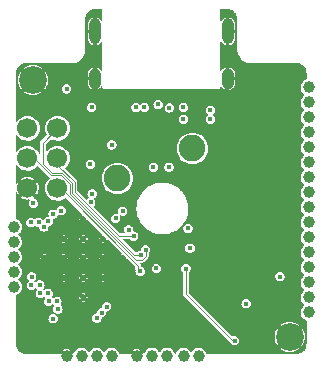
<source format=gbr>
%TF.GenerationSoftware,KiCad,Pcbnew,6.0.0*%
%TF.CreationDate,2022-01-08T01:14:49+01:00*%
%TF.ProjectId,micro,6d696372-6f2e-46b6-9963-61645f706362,rev1.0*%
%TF.SameCoordinates,Original*%
%TF.FileFunction,Copper,L3,Inr*%
%TF.FilePolarity,Positive*%
%FSLAX46Y46*%
G04 Gerber Fmt 4.6, Leading zero omitted, Abs format (unit mm)*
G04 Created by KiCad (PCBNEW 6.0.0) date 2022-01-08 01:14:49*
%MOMM*%
%LPD*%
G01*
G04 APERTURE LIST*
%TA.AperFunction,ComponentPad*%
%ADD10C,2.350000*%
%TD*%
%TA.AperFunction,ComponentPad*%
%ADD11C,1.000000*%
%TD*%
%TA.AperFunction,ComponentPad*%
%ADD12C,2.250000*%
%TD*%
%TA.AperFunction,ComponentPad*%
%ADD13C,1.700000*%
%TD*%
%TA.AperFunction,ComponentPad*%
%ADD14C,0.500000*%
%TD*%
%TA.AperFunction,ComponentPad*%
%ADD15O,1.000000X2.200000*%
%TD*%
%TA.AperFunction,ComponentPad*%
%ADD16O,1.000000X1.800000*%
%TD*%
%TA.AperFunction,ViaPad*%
%ADD17C,0.400000*%
%TD*%
%TA.AperFunction,Conductor*%
%ADD18C,0.100000*%
%TD*%
G04 APERTURE END LIST*
D10*
%TO.N,GND*%
%TO.C,H2*%
X162161000Y-110028000D03*
%TD*%
D11*
%TO.N,BLD*%
%TO.C,J3*%
X154455000Y-111660000D03*
%TO.N,VCC*%
X153185000Y-111660000D03*
%TD*%
D10*
%TO.N,GND*%
%TO.C,H1*%
X140425000Y-88293000D03*
%TD*%
D12*
%TO.N,COL0*%
%TO.C,MX1*%
X147580000Y-96620000D03*
%TO.N,Net-(D1-Pad2)*%
X153930000Y-94080000D03*
%TD*%
D11*
%TO.N,SDA*%
%TO.C,J5*%
X147090000Y-111670000D03*
%TO.N,SCK*%
X145820000Y-111670000D03*
%TO.N,VCC*%
X144550000Y-111670000D03*
%TO.N,GND*%
X143280000Y-111670000D03*
%TD*%
%TO.N,GND*%
%TO.C,J4*%
X149230000Y-111660000D03*
%TO.N,RGBO*%
X150500000Y-111660000D03*
%TO.N,VCC*%
X151770000Y-111660000D03*
%TD*%
D13*
%TO.N,ROW3*%
%TO.C,J2*%
X142504579Y-92371000D03*
%TO.N,VCC*%
X139964579Y-92371000D03*
%TO.N,ROW1*%
X142504579Y-94911000D03*
%TO.N,ROW2*%
X139964579Y-94911000D03*
%TO.N,RST*%
X142504579Y-97451000D03*
%TO.N,GND*%
X139964579Y-97451000D03*
%TD*%
D14*
%TO.N,GND*%
%TO.C,U2*%
X144706837Y-101707590D03*
X141383435Y-103369291D03*
X148030239Y-103369291D03*
X146368538Y-101707590D03*
X143045136Y-105030992D03*
X144706837Y-100045889D03*
X144706837Y-103369291D03*
X144706837Y-105030992D03*
X143045136Y-101707590D03*
X146368538Y-105030992D03*
X143045136Y-103369291D03*
X144706837Y-106692693D03*
X146368538Y-103369291D03*
%TD*%
D11*
%TO.N,COL0*%
%TO.C,J6*%
X138790000Y-105807000D03*
%TO.N,COL1*%
X138790000Y-104537000D03*
%TO.N,COL2*%
X138790000Y-103267000D03*
%TO.N,COL3*%
X138790000Y-101997000D03*
%TO.N,COL4*%
X138790000Y-100727000D03*
%TD*%
%TO.N,ROW0*%
%TO.C,J7*%
X163792000Y-88894000D03*
%TO.N,ROW1*%
X163792000Y-90164000D03*
%TO.N,ROW2*%
X163792000Y-91434000D03*
%TO.N,ROW3*%
X163792000Y-92704000D03*
%TO.N,ROW4*%
X163792000Y-93974000D03*
%TO.N,ROW5*%
X163792000Y-95244000D03*
%TO.N,ROW6*%
X163792000Y-96514000D03*
%TO.N,ROW7*%
X163792000Y-97784000D03*
%TO.N,ROW8*%
X163792000Y-99054000D03*
%TO.N,ROW9*%
X163792000Y-100324000D03*
%TO.N,ROW10*%
X163792000Y-101594000D03*
%TO.N,ROW11*%
X163792000Y-102864000D03*
%TO.N,ROW12*%
X163792000Y-104134000D03*
%TO.N,ROW13*%
X163792000Y-105404000D03*
%TO.N,ROW14*%
X163792000Y-106674000D03*
%TO.N,ROW15*%
X163792000Y-107944000D03*
%TD*%
D15*
%TO.N,GND*%
%TO.C,J1*%
X156912579Y-84156500D03*
D16*
X156912579Y-88156500D03*
D15*
X145672579Y-84156500D03*
D16*
X145672579Y-88156500D03*
%TD*%
D17*
%TO.N,Net-(C1-Pad1)*%
X153172579Y-91609000D03*
X149152579Y-90609000D03*
%TO.N,GND*%
X146490000Y-98900000D03*
X158490000Y-104080000D03*
X158372579Y-96879000D03*
X143370000Y-98860000D03*
X140790000Y-108660000D03*
X153220000Y-96590000D03*
X149680000Y-92840000D03*
X152840000Y-101290000D03*
X145360000Y-93820000D03*
X151740000Y-104360000D03*
X155822579Y-89339000D03*
X148810000Y-99640000D03*
X154040000Y-104370000D03*
X146802579Y-89589000D03*
X140280000Y-103370000D03*
X153372579Y-108789000D03*
%TO.N,VCC*%
X140472579Y-98721000D03*
X142140000Y-108490000D03*
X145442579Y-97919000D03*
X148020000Y-99380000D03*
X145298579Y-95419000D03*
X150886000Y-104238000D03*
X147110000Y-93780000D03*
X145392579Y-90599000D03*
X143270000Y-89030000D03*
X161340000Y-104930000D03*
%TO.N,Net-(C9-Pad1)*%
X147430000Y-100000000D03*
X153560000Y-100850000D03*
%TO.N,Net-(D1-Pad2)*%
X151952579Y-95669000D03*
%TO.N,RGB*%
X153730000Y-102511900D03*
X145313948Y-98642576D03*
%TO.N,RGBO*%
X158480000Y-107208060D03*
%TO.N,Net-(J1-PadA5)*%
X155458579Y-91609000D03*
X149870579Y-90593000D03*
%TO.N,Net-(J1-PadA6)*%
X151982579Y-90639000D03*
X151032579Y-90349000D03*
%TO.N,Net-(J1-PadB5)*%
X153172579Y-90593000D03*
X155458579Y-90847000D03*
%TO.N,RST*%
X149511069Y-104465955D03*
%TO.N,ROW0*%
X150632579Y-95673000D03*
X148520000Y-100940000D03*
%TO.N,ROW3*%
X149552579Y-103129000D03*
%TO.N,ROW2*%
X149962579Y-102639000D03*
%TO.N,ROW1*%
X148952579Y-101499000D03*
%TO.N,COL0*%
X142140000Y-99640000D03*
%TO.N,ROW9*%
X141712579Y-106349000D03*
%TO.N,ROW10*%
X141772579Y-106999000D03*
%TO.N,ROW12*%
X142530000Y-107670000D03*
%TO.N,ROW11*%
X142452579Y-107029000D03*
%TO.N,ROW13*%
X146670000Y-107460000D03*
%TO.N,ROW14*%
X146242579Y-107979000D03*
%TO.N,ROW4*%
X142830000Y-99340000D03*
%TO.N,ROW5*%
X140322579Y-104929000D03*
%TO.N,ROW6*%
X140292579Y-105669000D03*
%TO.N,ROW7*%
X141012579Y-105629000D03*
%TO.N,ROW8*%
X141052579Y-106349000D03*
%TO.N,COL1*%
X141730000Y-100260000D03*
%TO.N,COL2*%
X141340000Y-100710000D03*
%TO.N,COL3*%
X140900000Y-100320000D03*
%TO.N,COL4*%
X140250000Y-100340000D03*
%TO.N,ROW15*%
X145840000Y-108450000D03*
%TO.N,Net-(MX1-Pad4)*%
X153384000Y-104259000D03*
X157500000Y-110350000D03*
%TD*%
D18*
%TO.N,RST*%
X142781609Y-97451000D02*
X142504579Y-97451000D01*
X149350000Y-104019391D02*
X142781609Y-97451000D01*
X149511069Y-104465955D02*
X149350000Y-104304886D01*
X149350000Y-104304886D02*
X149350000Y-104019391D01*
%TO.N,ROW3*%
X141300000Y-95400000D02*
X141300000Y-93575579D01*
X143749521Y-97000256D02*
X142879745Y-96130480D01*
X142030480Y-96130480D02*
X141300000Y-95400000D01*
X149552579Y-103129000D02*
X149023938Y-103129000D01*
X142879745Y-96130480D02*
X142030480Y-96130480D01*
X143749521Y-97854584D02*
X143749521Y-97000256D01*
X149023938Y-103129000D02*
X143749521Y-97854584D01*
X141300000Y-93575579D02*
X142504579Y-92371000D01*
%TO.N,ROW2*%
X143550001Y-97082899D02*
X142797102Y-96330000D01*
X149112773Y-103500000D02*
X149112772Y-103499998D01*
X149675863Y-103500000D02*
X149112773Y-103500000D01*
X141947835Y-96329999D02*
X140528836Y-94911000D01*
X143550001Y-97937228D02*
X143550001Y-97082899D01*
X149962579Y-103213284D02*
X149675863Y-103500000D01*
X149112772Y-103499998D02*
X143550001Y-97937228D01*
X140528836Y-94911000D02*
X139964579Y-94911000D01*
X142797102Y-96330000D02*
X141947835Y-96329999D01*
X149962579Y-102639000D02*
X149962579Y-103213284D01*
%TO.N,ROW1*%
X143949041Y-97771939D02*
X143949040Y-96917611D01*
X147676102Y-101499000D02*
X143949041Y-97771939D01*
X142504579Y-95473150D02*
X142504579Y-94911000D01*
X143949040Y-96917611D02*
X142504579Y-95473150D01*
X148952579Y-101499000D02*
X147676102Y-101499000D01*
%TO.N,Net-(MX1-Pad4)*%
X153384000Y-104259000D02*
X153384000Y-106394000D01*
X153384000Y-106394000D02*
X157340000Y-110350000D01*
X157340000Y-110350000D02*
X157500000Y-110350000D01*
%TD*%
%TA.AperFunction,Conductor*%
%TO.N,GND*%
G36*
X146243602Y-82256382D02*
G01*
X146278244Y-82270750D01*
X146292579Y-82305382D01*
X146292579Y-83239099D01*
X146278227Y-83273747D01*
X146243579Y-83288099D01*
X146208931Y-83273747D01*
X146199517Y-83259659D01*
X146199513Y-83259661D01*
X146199476Y-83259597D01*
X146198308Y-83257849D01*
X146197905Y-83256876D01*
X146194722Y-83251363D01*
X146102460Y-83131124D01*
X146097955Y-83126619D01*
X145977717Y-83034357D01*
X145972200Y-83031172D01*
X145832179Y-82973174D01*
X145830661Y-82972767D01*
X145825037Y-82974274D01*
X145822579Y-82978531D01*
X145822579Y-85332182D01*
X145825434Y-85339074D01*
X145829186Y-85340628D01*
X145832179Y-85339826D01*
X145972199Y-85281828D01*
X145977716Y-85278643D01*
X146097955Y-85186381D01*
X146102460Y-85181876D01*
X146194722Y-85061637D01*
X146197905Y-85056124D01*
X146198308Y-85055151D01*
X146198684Y-85054775D01*
X146199513Y-85053339D01*
X146199898Y-85053561D01*
X146224826Y-85028632D01*
X146262329Y-85028630D01*
X146288848Y-85055148D01*
X146292579Y-85073901D01*
X146292579Y-87439099D01*
X146278227Y-87473747D01*
X146243579Y-87488099D01*
X146208931Y-87473747D01*
X146199517Y-87459659D01*
X146199513Y-87459661D01*
X146199476Y-87459597D01*
X146198308Y-87457849D01*
X146197905Y-87456876D01*
X146194722Y-87451363D01*
X146102460Y-87331124D01*
X146097955Y-87326619D01*
X145977717Y-87234357D01*
X145972200Y-87231172D01*
X145832179Y-87173174D01*
X145830661Y-87172767D01*
X145825037Y-87174274D01*
X145822579Y-87178531D01*
X145822579Y-89132182D01*
X145825434Y-89139074D01*
X145829186Y-89140628D01*
X145832179Y-89139826D01*
X145972199Y-89081828D01*
X145977716Y-89078643D01*
X146097955Y-88986381D01*
X146102460Y-88981876D01*
X146194722Y-88861637D01*
X146197907Y-88856120D01*
X146198291Y-88855194D01*
X146198648Y-88854837D01*
X146199513Y-88853339D01*
X146199915Y-88853571D01*
X146224813Y-88828679D01*
X146262316Y-88828683D01*
X146288831Y-88855205D01*
X146292559Y-88873993D01*
X146292534Y-88901949D01*
X146294923Y-88906923D01*
X146294923Y-88906925D01*
X146300192Y-88917898D01*
X146303794Y-88928211D01*
X146307729Y-88945462D01*
X146311168Y-88949777D01*
X146311169Y-88949780D01*
X146318618Y-88959128D01*
X146324468Y-88968453D01*
X146332032Y-88984205D01*
X146345856Y-88995260D01*
X146353568Y-89002986D01*
X146364594Y-89016823D01*
X146380332Y-89024414D01*
X146389643Y-89030277D01*
X146403294Y-89041194D01*
X146408670Y-89042430D01*
X146408672Y-89042431D01*
X146416186Y-89044158D01*
X146420541Y-89045160D01*
X146430843Y-89048777D01*
X146446781Y-89056465D01*
X146452297Y-89056470D01*
X146452298Y-89056470D01*
X146469769Y-89056485D01*
X146469800Y-89056487D01*
X146469856Y-89056500D01*
X146486702Y-89056500D01*
X146537783Y-89056545D01*
X146538028Y-89056545D01*
X146538103Y-89056509D01*
X146538184Y-89056500D01*
X156086702Y-89056500D01*
X156138028Y-89056545D01*
X156143002Y-89054156D01*
X156143004Y-89054156D01*
X156153977Y-89048887D01*
X156164290Y-89045285D01*
X156169848Y-89044017D01*
X156181541Y-89041350D01*
X156185856Y-89037911D01*
X156185859Y-89037910D01*
X156195207Y-89030461D01*
X156204532Y-89024611D01*
X156215307Y-89019437D01*
X156220284Y-89017047D01*
X156231339Y-89003223D01*
X156239065Y-88995511D01*
X156252902Y-88984485D01*
X156260493Y-88968746D01*
X156266356Y-88959436D01*
X156277273Y-88945785D01*
X156278585Y-88940082D01*
X156281238Y-88928540D01*
X156284856Y-88918236D01*
X156292544Y-88902298D01*
X156292564Y-88879310D01*
X156292566Y-88879279D01*
X156292579Y-88879223D01*
X156292579Y-88873901D01*
X156306931Y-88839253D01*
X156341579Y-88824901D01*
X156376227Y-88839253D01*
X156385641Y-88853341D01*
X156385645Y-88853339D01*
X156385682Y-88853403D01*
X156386850Y-88855151D01*
X156387253Y-88856124D01*
X156390436Y-88861637D01*
X156482698Y-88981876D01*
X156487203Y-88986381D01*
X156607441Y-89078643D01*
X156612958Y-89081828D01*
X156752979Y-89139826D01*
X156754497Y-89140233D01*
X156760121Y-89138726D01*
X156762579Y-89134469D01*
X156762579Y-89132182D01*
X157062579Y-89132182D01*
X157065434Y-89139074D01*
X157069186Y-89140628D01*
X157072179Y-89139826D01*
X157212199Y-89081828D01*
X157217716Y-89078643D01*
X157337955Y-88986381D01*
X157342460Y-88981876D01*
X157434722Y-88861637D01*
X157437907Y-88856120D01*
X157495905Y-88716100D01*
X157497554Y-88709947D01*
X157512370Y-88597408D01*
X157512579Y-88594223D01*
X157512579Y-88316247D01*
X157509724Y-88309355D01*
X157502832Y-88306500D01*
X157072326Y-88306500D01*
X157065434Y-88309355D01*
X157062579Y-88316247D01*
X157062579Y-89132182D01*
X156762579Y-89132182D01*
X156762579Y-87996753D01*
X157062579Y-87996753D01*
X157065434Y-88003645D01*
X157072326Y-88006500D01*
X157502832Y-88006500D01*
X157509724Y-88003645D01*
X157512579Y-87996753D01*
X157512579Y-87718777D01*
X157512370Y-87715592D01*
X157497554Y-87603053D01*
X157495905Y-87596900D01*
X157437907Y-87456880D01*
X157434722Y-87451363D01*
X157342460Y-87331124D01*
X157337955Y-87326619D01*
X157217717Y-87234357D01*
X157212200Y-87231172D01*
X157072179Y-87173174D01*
X157070661Y-87172767D01*
X157065037Y-87174274D01*
X157062579Y-87178531D01*
X157062579Y-87996753D01*
X156762579Y-87996753D01*
X156762579Y-87180818D01*
X156759724Y-87173926D01*
X156755972Y-87172372D01*
X156752979Y-87173174D01*
X156612959Y-87231172D01*
X156607442Y-87234357D01*
X156487203Y-87326619D01*
X156482698Y-87331124D01*
X156390436Y-87451363D01*
X156387253Y-87456876D01*
X156386850Y-87457849D01*
X156386474Y-87458225D01*
X156385645Y-87459661D01*
X156385260Y-87459439D01*
X156360332Y-87484368D01*
X156322829Y-87484370D01*
X156296310Y-87457852D01*
X156292579Y-87439099D01*
X156292579Y-85073901D01*
X156306931Y-85039253D01*
X156341579Y-85024901D01*
X156376227Y-85039253D01*
X156385641Y-85053341D01*
X156385645Y-85053339D01*
X156385682Y-85053403D01*
X156386850Y-85055151D01*
X156387253Y-85056124D01*
X156390436Y-85061637D01*
X156482698Y-85181876D01*
X156487203Y-85186381D01*
X156607441Y-85278643D01*
X156612958Y-85281828D01*
X156752979Y-85339826D01*
X156754497Y-85340233D01*
X156760121Y-85338726D01*
X156762579Y-85334469D01*
X156762579Y-85332182D01*
X157062579Y-85332182D01*
X157065434Y-85339074D01*
X157069186Y-85340628D01*
X157072179Y-85339826D01*
X157212199Y-85281828D01*
X157217716Y-85278643D01*
X157337955Y-85186381D01*
X157342460Y-85181876D01*
X157434722Y-85061637D01*
X157437907Y-85056120D01*
X157495905Y-84916100D01*
X157497554Y-84909947D01*
X157512370Y-84797408D01*
X157512579Y-84794223D01*
X157512579Y-84316247D01*
X157509724Y-84309355D01*
X157502832Y-84306500D01*
X157072326Y-84306500D01*
X157065434Y-84309355D01*
X157062579Y-84316247D01*
X157062579Y-85332182D01*
X156762579Y-85332182D01*
X156762579Y-83996753D01*
X157062579Y-83996753D01*
X157065434Y-84003645D01*
X157072326Y-84006500D01*
X157502832Y-84006500D01*
X157509724Y-84003645D01*
X157512579Y-83996753D01*
X157512579Y-83518777D01*
X157512370Y-83515592D01*
X157497554Y-83403053D01*
X157495905Y-83396900D01*
X157437907Y-83256880D01*
X157434722Y-83251363D01*
X157342460Y-83131124D01*
X157337955Y-83126619D01*
X157217717Y-83034357D01*
X157212200Y-83031172D01*
X157072179Y-82973174D01*
X157070661Y-82972767D01*
X157065037Y-82974274D01*
X157062579Y-82978531D01*
X157062579Y-83996753D01*
X156762579Y-83996753D01*
X156762579Y-82980818D01*
X156759724Y-82973926D01*
X156755972Y-82972372D01*
X156752979Y-82973174D01*
X156612959Y-83031172D01*
X156607442Y-83034357D01*
X156487203Y-83126619D01*
X156482698Y-83131124D01*
X156390436Y-83251363D01*
X156387253Y-83256876D01*
X156386850Y-83257849D01*
X156386474Y-83258225D01*
X156385645Y-83259661D01*
X156385260Y-83259439D01*
X156360332Y-83284368D01*
X156322829Y-83284370D01*
X156296310Y-83257852D01*
X156292579Y-83239099D01*
X156292579Y-82305382D01*
X156306931Y-82270734D01*
X156341556Y-82256382D01*
X156887222Y-82256123D01*
X156898224Y-82257369D01*
X156909735Y-82260016D01*
X156909738Y-82260016D01*
X156915114Y-82261252D01*
X156922768Y-82259520D01*
X156923330Y-82259393D01*
X156938947Y-82258421D01*
X157025093Y-82266905D01*
X157066743Y-82271007D01*
X157076163Y-82272881D01*
X157217000Y-82315603D01*
X157225874Y-82319279D01*
X157355671Y-82388657D01*
X157363658Y-82393993D01*
X157477430Y-82487363D01*
X157484222Y-82494156D01*
X157577585Y-82607918D01*
X157582922Y-82615904D01*
X157652302Y-82745704D01*
X157655978Y-82754579D01*
X157698701Y-82895416D01*
X157700575Y-82904837D01*
X157713121Y-83032221D01*
X157712111Y-83048002D01*
X157711567Y-83050367D01*
X157711567Y-83050373D01*
X157710331Y-83055748D01*
X157714235Y-83073000D01*
X157715443Y-83083868D01*
X157714421Y-84003645D01*
X157712613Y-85630409D01*
X157711348Y-85641418D01*
X157707440Y-85658281D01*
X157707439Y-85658997D01*
X157708054Y-85661693D01*
X157708830Y-85665095D01*
X157709905Y-85672143D01*
X157723539Y-85845374D01*
X157723540Y-85845380D01*
X157723691Y-85847299D01*
X157767786Y-86030965D01*
X157768520Y-86032738D01*
X157768522Y-86032743D01*
X157797811Y-86103452D01*
X157840069Y-86205471D01*
X157841078Y-86207117D01*
X157937756Y-86364882D01*
X157937758Y-86364885D01*
X157938761Y-86366521D01*
X157940005Y-86367978D01*
X157940009Y-86367983D01*
X158027229Y-86470103D01*
X158061432Y-86510149D01*
X158205061Y-86632819D01*
X158366112Y-86731510D01*
X158367894Y-86732248D01*
X158538840Y-86803057D01*
X158538845Y-86803059D01*
X158540618Y-86803793D01*
X158724284Y-86847886D01*
X158841153Y-86857083D01*
X158898505Y-86861597D01*
X158905718Y-86862710D01*
X158911870Y-86864136D01*
X158912586Y-86864137D01*
X158929753Y-86860221D01*
X158940651Y-86858994D01*
X162761717Y-86858994D01*
X162772698Y-86860240D01*
X162784268Y-86862901D01*
X162784270Y-86862901D01*
X162789645Y-86864137D01*
X162797860Y-86862278D01*
X162813478Y-86861306D01*
X162829885Y-86862922D01*
X162941272Y-86873893D01*
X162950693Y-86875767D01*
X163091530Y-86918490D01*
X163100405Y-86922166D01*
X163230205Y-86991546D01*
X163238191Y-86996883D01*
X163351953Y-87090246D01*
X163358746Y-87097038D01*
X163452116Y-87210810D01*
X163457452Y-87218797D01*
X163526830Y-87348594D01*
X163530506Y-87357468D01*
X163573228Y-87498305D01*
X163575102Y-87507725D01*
X163584491Y-87603053D01*
X163587648Y-87635111D01*
X163586637Y-87650897D01*
X163584857Y-87658638D01*
X163588792Y-87676028D01*
X163590000Y-87686842D01*
X163590000Y-88183428D01*
X163575648Y-88218076D01*
X163552438Y-88231074D01*
X163548908Y-88231921D01*
X163548904Y-88231922D01*
X163546032Y-88232612D01*
X163493836Y-88259552D01*
X163402877Y-88306500D01*
X163395369Y-88310375D01*
X163267604Y-88421831D01*
X163170113Y-88560547D01*
X163108524Y-88718513D01*
X163086394Y-88886611D01*
X163104999Y-89055135D01*
X163131568Y-89127738D01*
X163162251Y-89211584D01*
X163162253Y-89211588D01*
X163163266Y-89214356D01*
X163257830Y-89355083D01*
X163383233Y-89469191D01*
X163385827Y-89470599D01*
X163385832Y-89470603D01*
X163412797Y-89485243D01*
X163436399Y-89514388D01*
X163432479Y-89551685D01*
X163411892Y-89571847D01*
X163395369Y-89580375D01*
X163267604Y-89691831D01*
X163170113Y-89830547D01*
X163108524Y-89988513D01*
X163086394Y-90156611D01*
X163104999Y-90325135D01*
X163119453Y-90364632D01*
X163162251Y-90481584D01*
X163162253Y-90481588D01*
X163163266Y-90484356D01*
X163257830Y-90625083D01*
X163383233Y-90739191D01*
X163385827Y-90740599D01*
X163385832Y-90740603D01*
X163412797Y-90755243D01*
X163436399Y-90784388D01*
X163432479Y-90821685D01*
X163411892Y-90841847D01*
X163395369Y-90850375D01*
X163267604Y-90961831D01*
X163265906Y-90964246D01*
X163265905Y-90964248D01*
X163245771Y-90992896D01*
X163170113Y-91100547D01*
X163108524Y-91258513D01*
X163086394Y-91426611D01*
X163104999Y-91595135D01*
X163131568Y-91667738D01*
X163162251Y-91751584D01*
X163162253Y-91751588D01*
X163163266Y-91754356D01*
X163257830Y-91895083D01*
X163383233Y-92009191D01*
X163385827Y-92010599D01*
X163385832Y-92010603D01*
X163412797Y-92025243D01*
X163436399Y-92054388D01*
X163432479Y-92091685D01*
X163411892Y-92111847D01*
X163395369Y-92120375D01*
X163267604Y-92231831D01*
X163170113Y-92370547D01*
X163108524Y-92528513D01*
X163086394Y-92696611D01*
X163104999Y-92865135D01*
X163106015Y-92867910D01*
X163162251Y-93021584D01*
X163162253Y-93021588D01*
X163163266Y-93024356D01*
X163257830Y-93165083D01*
X163383233Y-93279191D01*
X163385827Y-93280599D01*
X163385832Y-93280603D01*
X163412797Y-93295243D01*
X163436399Y-93324388D01*
X163432479Y-93361685D01*
X163411892Y-93381847D01*
X163395369Y-93390375D01*
X163267604Y-93501831D01*
X163170113Y-93640547D01*
X163169042Y-93643295D01*
X163169040Y-93643298D01*
X163160584Y-93664987D01*
X163108524Y-93798513D01*
X163086394Y-93966611D01*
X163104999Y-94135135D01*
X163123427Y-94185492D01*
X163162251Y-94291584D01*
X163162253Y-94291588D01*
X163163266Y-94294356D01*
X163257830Y-94435083D01*
X163383233Y-94549191D01*
X163385827Y-94550599D01*
X163385832Y-94550603D01*
X163412797Y-94565243D01*
X163436399Y-94594388D01*
X163432479Y-94631685D01*
X163411892Y-94651847D01*
X163395369Y-94660375D01*
X163267604Y-94771831D01*
X163170113Y-94910547D01*
X163108524Y-95068513D01*
X163107354Y-95077404D01*
X163086843Y-95233204D01*
X163086394Y-95236611D01*
X163104999Y-95405135D01*
X163115596Y-95434092D01*
X163162251Y-95561584D01*
X163162253Y-95561588D01*
X163163266Y-95564356D01*
X163257830Y-95705083D01*
X163383233Y-95819191D01*
X163385827Y-95820599D01*
X163385832Y-95820603D01*
X163412797Y-95835243D01*
X163436399Y-95864388D01*
X163432479Y-95901685D01*
X163411892Y-95921847D01*
X163395369Y-95930375D01*
X163267604Y-96041831D01*
X163265906Y-96044246D01*
X163265905Y-96044248D01*
X163242262Y-96077889D01*
X163170113Y-96180547D01*
X163108524Y-96338513D01*
X163102157Y-96386878D01*
X163088095Y-96493694D01*
X163086394Y-96506611D01*
X163104999Y-96675135D01*
X163112867Y-96696634D01*
X163162251Y-96831584D01*
X163162253Y-96831588D01*
X163163266Y-96834356D01*
X163257830Y-96975083D01*
X163383233Y-97089191D01*
X163385827Y-97090599D01*
X163385832Y-97090603D01*
X163412797Y-97105243D01*
X163436399Y-97134388D01*
X163432479Y-97171685D01*
X163411892Y-97191847D01*
X163395369Y-97200375D01*
X163267604Y-97311831D01*
X163170113Y-97450547D01*
X163169042Y-97453295D01*
X163169040Y-97453298D01*
X163137145Y-97535104D01*
X163108524Y-97608513D01*
X163101119Y-97664762D01*
X163086843Y-97773204D01*
X163086394Y-97776611D01*
X163104999Y-97945135D01*
X163127855Y-98007592D01*
X163162251Y-98101584D01*
X163162253Y-98101588D01*
X163163266Y-98104356D01*
X163257830Y-98245083D01*
X163383233Y-98359191D01*
X163385827Y-98360599D01*
X163385832Y-98360603D01*
X163412797Y-98375243D01*
X163436399Y-98404388D01*
X163432479Y-98441685D01*
X163411892Y-98461847D01*
X163395369Y-98470375D01*
X163267604Y-98581831D01*
X163265906Y-98584246D01*
X163265905Y-98584248D01*
X163236285Y-98626393D01*
X163170113Y-98720547D01*
X163169042Y-98723295D01*
X163169040Y-98723298D01*
X163130578Y-98821948D01*
X163108524Y-98878513D01*
X163086394Y-99046611D01*
X163104999Y-99215135D01*
X163131568Y-99287738D01*
X163162251Y-99371584D01*
X163162253Y-99371588D01*
X163163266Y-99374356D01*
X163257830Y-99515083D01*
X163383233Y-99629191D01*
X163385827Y-99630599D01*
X163385832Y-99630603D01*
X163412797Y-99645243D01*
X163436399Y-99674388D01*
X163432479Y-99711685D01*
X163411892Y-99731847D01*
X163395369Y-99740375D01*
X163267604Y-99851831D01*
X163265906Y-99854246D01*
X163265905Y-99854248D01*
X163248972Y-99878342D01*
X163170113Y-99990547D01*
X163169042Y-99993295D01*
X163169040Y-99993298D01*
X163141377Y-100064251D01*
X163108524Y-100148513D01*
X163107214Y-100158461D01*
X163087236Y-100310219D01*
X163086394Y-100316611D01*
X163104999Y-100485135D01*
X163119469Y-100524676D01*
X163162251Y-100641584D01*
X163162253Y-100641588D01*
X163163266Y-100644356D01*
X163257830Y-100785083D01*
X163383233Y-100899191D01*
X163385827Y-100900599D01*
X163385832Y-100900603D01*
X163412797Y-100915243D01*
X163436399Y-100944388D01*
X163432479Y-100981685D01*
X163411892Y-101001847D01*
X163395369Y-101010375D01*
X163267604Y-101121831D01*
X163265906Y-101124246D01*
X163265905Y-101124248D01*
X163226863Y-101179800D01*
X163170113Y-101260547D01*
X163169042Y-101263295D01*
X163169040Y-101263298D01*
X163139265Y-101339668D01*
X163108524Y-101418513D01*
X163086394Y-101586611D01*
X163104999Y-101755135D01*
X163128880Y-101820392D01*
X163162251Y-101911584D01*
X163162253Y-101911588D01*
X163163266Y-101914356D01*
X163257830Y-102055083D01*
X163383233Y-102169191D01*
X163385827Y-102170599D01*
X163385832Y-102170603D01*
X163412797Y-102185243D01*
X163436399Y-102214388D01*
X163432479Y-102251685D01*
X163411892Y-102271847D01*
X163395369Y-102280375D01*
X163267604Y-102391831D01*
X163170113Y-102530547D01*
X163169042Y-102533295D01*
X163169040Y-102533298D01*
X163148981Y-102584747D01*
X163108524Y-102688513D01*
X163086394Y-102856611D01*
X163104999Y-103025135D01*
X163112867Y-103046634D01*
X163162251Y-103181584D01*
X163162253Y-103181588D01*
X163163266Y-103184356D01*
X163257830Y-103325083D01*
X163383233Y-103439191D01*
X163385827Y-103440599D01*
X163385832Y-103440603D01*
X163412797Y-103455243D01*
X163436399Y-103484388D01*
X163432479Y-103521685D01*
X163411892Y-103541847D01*
X163395369Y-103550375D01*
X163267604Y-103661831D01*
X163265906Y-103664246D01*
X163265905Y-103664248D01*
X163244837Y-103694225D01*
X163170113Y-103800547D01*
X163169042Y-103803295D01*
X163169040Y-103803298D01*
X163141726Y-103873354D01*
X163108524Y-103958513D01*
X163086394Y-104126611D01*
X163104999Y-104295135D01*
X163130902Y-104365917D01*
X163162251Y-104451584D01*
X163162253Y-104451588D01*
X163163266Y-104454356D01*
X163257830Y-104595083D01*
X163383233Y-104709191D01*
X163385827Y-104710599D01*
X163385832Y-104710603D01*
X163412797Y-104725243D01*
X163436399Y-104754388D01*
X163432479Y-104791685D01*
X163411892Y-104811847D01*
X163395369Y-104820375D01*
X163267604Y-104931831D01*
X163170113Y-105070547D01*
X163169042Y-105073295D01*
X163169040Y-105073298D01*
X163139186Y-105149869D01*
X163108524Y-105228513D01*
X163104537Y-105258800D01*
X163093428Y-105343185D01*
X163086394Y-105396611D01*
X163104999Y-105565135D01*
X163106015Y-105567910D01*
X163162251Y-105721584D01*
X163162253Y-105721588D01*
X163163266Y-105724356D01*
X163257830Y-105865083D01*
X163383233Y-105979191D01*
X163385827Y-105980599D01*
X163385832Y-105980603D01*
X163412797Y-105995243D01*
X163436399Y-106024388D01*
X163432479Y-106061685D01*
X163411892Y-106081847D01*
X163395369Y-106090375D01*
X163267604Y-106201831D01*
X163265906Y-106204246D01*
X163265905Y-106204248D01*
X163252237Y-106223696D01*
X163170113Y-106340547D01*
X163169042Y-106343295D01*
X163169040Y-106343298D01*
X163149272Y-106394000D01*
X163108524Y-106498513D01*
X163086394Y-106666611D01*
X163104999Y-106835135D01*
X163120503Y-106877502D01*
X163162251Y-106991584D01*
X163162253Y-106991588D01*
X163163266Y-106994356D01*
X163257830Y-107135083D01*
X163383233Y-107249191D01*
X163385827Y-107250599D01*
X163385832Y-107250603D01*
X163412797Y-107265243D01*
X163436399Y-107294388D01*
X163432479Y-107331685D01*
X163411892Y-107351847D01*
X163395369Y-107360375D01*
X163267604Y-107471831D01*
X163170113Y-107610547D01*
X163169042Y-107613295D01*
X163169040Y-107613298D01*
X163148417Y-107666193D01*
X163108524Y-107768513D01*
X163086394Y-107936611D01*
X163104999Y-108105135D01*
X163126788Y-108164676D01*
X163162251Y-108261584D01*
X163162253Y-108261588D01*
X163163266Y-108264356D01*
X163257830Y-108405083D01*
X163383233Y-108519191D01*
X163385826Y-108520599D01*
X163385829Y-108520601D01*
X163406358Y-108531747D01*
X163532235Y-108600092D01*
X163553437Y-108605654D01*
X163583310Y-108628327D01*
X163590004Y-108653050D01*
X163590004Y-110630710D01*
X163588758Y-110641691D01*
X163584861Y-110658638D01*
X163586526Y-110665995D01*
X163586720Y-110666853D01*
X163587692Y-110682471D01*
X163575105Y-110810265D01*
X163573231Y-110819686D01*
X163530508Y-110960523D01*
X163526832Y-110969398D01*
X163457452Y-111099198D01*
X163452115Y-111107184D01*
X163358752Y-111220946D01*
X163351960Y-111227739D01*
X163238188Y-111321109D01*
X163230201Y-111326445D01*
X163100404Y-111395823D01*
X163091530Y-111399499D01*
X162995115Y-111428746D01*
X162950693Y-111442221D01*
X162941273Y-111444095D01*
X162813884Y-111456641D01*
X162798101Y-111455630D01*
X162795737Y-111455086D01*
X162795735Y-111455086D01*
X162790360Y-111453850D01*
X162772970Y-111457785D01*
X162762156Y-111458993D01*
X161704430Y-111458993D01*
X155161791Y-111458994D01*
X155127143Y-111444642D01*
X155115954Y-111427314D01*
X155081390Y-111335842D01*
X155081389Y-111335841D01*
X155080345Y-111333077D01*
X155010353Y-111231238D01*
X154985987Y-111195786D01*
X154984312Y-111193349D01*
X154982107Y-111191384D01*
X154982104Y-111191381D01*
X154859930Y-111082528D01*
X154859929Y-111082527D01*
X154857721Y-111080560D01*
X154763803Y-111030833D01*
X161374337Y-111030833D01*
X161375986Y-111034815D01*
X161519314Y-111135174D01*
X161523005Y-111137305D01*
X161721321Y-111229780D01*
X161725326Y-111231238D01*
X161936681Y-111287871D01*
X161940885Y-111288613D01*
X162158874Y-111307684D01*
X162163126Y-111307684D01*
X162381115Y-111288613D01*
X162385319Y-111287871D01*
X162596674Y-111231238D01*
X162600679Y-111229780D01*
X162798995Y-111137305D01*
X162802686Y-111135174D01*
X162943717Y-111036423D01*
X162947725Y-111030132D01*
X162946792Y-111025924D01*
X162167893Y-110247025D01*
X162161000Y-110244170D01*
X162154107Y-110247025D01*
X161377192Y-111023940D01*
X161374337Y-111030833D01*
X154763803Y-111030833D01*
X154707881Y-111001224D01*
X154705023Y-111000506D01*
X154705020Y-111000505D01*
X154625133Y-110980439D01*
X154543441Y-110959919D01*
X154457311Y-110959468D01*
X154376848Y-110959046D01*
X154376844Y-110959046D01*
X154373895Y-110959031D01*
X154371026Y-110959720D01*
X154371024Y-110959720D01*
X154328544Y-110969919D01*
X154209032Y-110998612D01*
X154201298Y-111002604D01*
X154079939Y-111065242D01*
X154058369Y-111076375D01*
X153930604Y-111187831D01*
X153928906Y-111190246D01*
X153928905Y-111190248D01*
X153859871Y-111288474D01*
X153828207Y-111308569D01*
X153791607Y-111300388D01*
X153779402Y-111288055D01*
X153714312Y-111193349D01*
X153712107Y-111191384D01*
X153712104Y-111191381D01*
X153589930Y-111082528D01*
X153589929Y-111082527D01*
X153587721Y-111080560D01*
X153437881Y-111001224D01*
X153435023Y-111000506D01*
X153435020Y-111000505D01*
X153355133Y-110980439D01*
X153273441Y-110959919D01*
X153187311Y-110959468D01*
X153106848Y-110959046D01*
X153106844Y-110959046D01*
X153103895Y-110959031D01*
X153101026Y-110959720D01*
X153101024Y-110959720D01*
X153058544Y-110969919D01*
X152939032Y-110998612D01*
X152931298Y-111002604D01*
X152809939Y-111065242D01*
X152788369Y-111076375D01*
X152660604Y-111187831D01*
X152563113Y-111326547D01*
X152562040Y-111329299D01*
X152523638Y-111427793D01*
X152497680Y-111454862D01*
X152477985Y-111458994D01*
X152476791Y-111458994D01*
X152442143Y-111444642D01*
X152430954Y-111427314D01*
X152396390Y-111335842D01*
X152396389Y-111335841D01*
X152395345Y-111333077D01*
X152325353Y-111231238D01*
X152300987Y-111195786D01*
X152299312Y-111193349D01*
X152297107Y-111191384D01*
X152297104Y-111191381D01*
X152174930Y-111082528D01*
X152174929Y-111082527D01*
X152172721Y-111080560D01*
X152022881Y-111001224D01*
X152020023Y-111000506D01*
X152020020Y-111000505D01*
X151940133Y-110980439D01*
X151858441Y-110959919D01*
X151772311Y-110959468D01*
X151691848Y-110959046D01*
X151691844Y-110959046D01*
X151688895Y-110959031D01*
X151686026Y-110959720D01*
X151686024Y-110959720D01*
X151643544Y-110969919D01*
X151524032Y-110998612D01*
X151516298Y-111002604D01*
X151394939Y-111065242D01*
X151373369Y-111076375D01*
X151245604Y-111187831D01*
X151243906Y-111190246D01*
X151243905Y-111190248D01*
X151174871Y-111288474D01*
X151143207Y-111308569D01*
X151106607Y-111300388D01*
X151094402Y-111288055D01*
X151029312Y-111193349D01*
X151027107Y-111191384D01*
X151027104Y-111191381D01*
X150904930Y-111082528D01*
X150904929Y-111082527D01*
X150902721Y-111080560D01*
X150752881Y-111001224D01*
X150750023Y-111000506D01*
X150750020Y-111000505D01*
X150670133Y-110980439D01*
X150588441Y-110959919D01*
X150502311Y-110959468D01*
X150421848Y-110959046D01*
X150421844Y-110959046D01*
X150418895Y-110959031D01*
X150416026Y-110959720D01*
X150416024Y-110959720D01*
X150373544Y-110969919D01*
X150254032Y-110998612D01*
X150246298Y-111002604D01*
X150124939Y-111065242D01*
X150103369Y-111076375D01*
X149975604Y-111187831D01*
X149878113Y-111326547D01*
X149877042Y-111329295D01*
X149877041Y-111329296D01*
X149856060Y-111383109D01*
X149830102Y-111410177D01*
X149792607Y-111410962D01*
X149765137Y-111384061D01*
X149755328Y-111360380D01*
X149754542Y-111359019D01*
X149749501Y-111356108D01*
X149744752Y-111357380D01*
X149657489Y-111444643D01*
X149622841Y-111458995D01*
X149337169Y-111458995D01*
X149302521Y-111444643D01*
X149288169Y-111409995D01*
X149302521Y-111375347D01*
X149531002Y-111146866D01*
X149533857Y-111139973D01*
X149532303Y-111136221D01*
X149529617Y-111134670D01*
X149389600Y-111076674D01*
X149383447Y-111075025D01*
X149233183Y-111055242D01*
X149226817Y-111055242D01*
X149076553Y-111075025D01*
X149070400Y-111076674D01*
X148930382Y-111134671D01*
X148929019Y-111135458D01*
X148926108Y-111140499D01*
X148927380Y-111145248D01*
X149157479Y-111375347D01*
X149171831Y-111409995D01*
X149157479Y-111444643D01*
X149122831Y-111458995D01*
X148837159Y-111458995D01*
X148802511Y-111444643D01*
X148716866Y-111358998D01*
X148709973Y-111356143D01*
X148706221Y-111357697D01*
X148704671Y-111360382D01*
X148676354Y-111428746D01*
X148649836Y-111455265D01*
X148631084Y-111458995D01*
X147793013Y-111458995D01*
X147758365Y-111444643D01*
X147747176Y-111427315D01*
X147716390Y-111345842D01*
X147716389Y-111345841D01*
X147715345Y-111343077D01*
X147636075Y-111227739D01*
X147620987Y-111205786D01*
X147619312Y-111203349D01*
X147617107Y-111201384D01*
X147617104Y-111201381D01*
X147494930Y-111092528D01*
X147494929Y-111092527D01*
X147492721Y-111090560D01*
X147342881Y-111011224D01*
X147340023Y-111010506D01*
X147340020Y-111010505D01*
X147260133Y-110990439D01*
X147178441Y-110969919D01*
X147092311Y-110969468D01*
X147011848Y-110969046D01*
X147011844Y-110969046D01*
X147008895Y-110969031D01*
X147006026Y-110969720D01*
X147006024Y-110969720D01*
X146920441Y-110990267D01*
X146844032Y-111008612D01*
X146836298Y-111012604D01*
X146712744Y-111076375D01*
X146693369Y-111086375D01*
X146565604Y-111197831D01*
X146563906Y-111200246D01*
X146563905Y-111200248D01*
X146494871Y-111298474D01*
X146463207Y-111318569D01*
X146426607Y-111310388D01*
X146414402Y-111298055D01*
X146349312Y-111203349D01*
X146347107Y-111201384D01*
X146347104Y-111201381D01*
X146224930Y-111092528D01*
X146224929Y-111092527D01*
X146222721Y-111090560D01*
X146072881Y-111011224D01*
X146070023Y-111010506D01*
X146070020Y-111010505D01*
X145990133Y-110990439D01*
X145908441Y-110969919D01*
X145822311Y-110969468D01*
X145741848Y-110969046D01*
X145741844Y-110969046D01*
X145738895Y-110969031D01*
X145736026Y-110969720D01*
X145736024Y-110969720D01*
X145650441Y-110990267D01*
X145574032Y-111008612D01*
X145566298Y-111012604D01*
X145442744Y-111076375D01*
X145423369Y-111086375D01*
X145295604Y-111197831D01*
X145293906Y-111200246D01*
X145293905Y-111200248D01*
X145224871Y-111298474D01*
X145193207Y-111318569D01*
X145156607Y-111310388D01*
X145144402Y-111298055D01*
X145079312Y-111203349D01*
X145077107Y-111201384D01*
X145077104Y-111201381D01*
X144954930Y-111092528D01*
X144954929Y-111092527D01*
X144952721Y-111090560D01*
X144802881Y-111011224D01*
X144800023Y-111010506D01*
X144800020Y-111010505D01*
X144720133Y-110990439D01*
X144638441Y-110969919D01*
X144552311Y-110969468D01*
X144471848Y-110969046D01*
X144471844Y-110969046D01*
X144468895Y-110969031D01*
X144466026Y-110969720D01*
X144466024Y-110969720D01*
X144380441Y-110990267D01*
X144304032Y-111008612D01*
X144296298Y-111012604D01*
X144172744Y-111076375D01*
X144153369Y-111086375D01*
X144025604Y-111197831D01*
X144023906Y-111200246D01*
X144023905Y-111200248D01*
X144009354Y-111220952D01*
X143928113Y-111336547D01*
X143909959Y-111383109D01*
X143906060Y-111393109D01*
X143880102Y-111420177D01*
X143842607Y-111420962D01*
X143815137Y-111394060D01*
X143805330Y-111370383D01*
X143804543Y-111369019D01*
X143799501Y-111366108D01*
X143794752Y-111367380D01*
X143717489Y-111444643D01*
X143682841Y-111458995D01*
X143397169Y-111458995D01*
X143362521Y-111444643D01*
X143348169Y-111409995D01*
X143362521Y-111375347D01*
X143581002Y-111156866D01*
X143583857Y-111149973D01*
X143582303Y-111146221D01*
X143579617Y-111144670D01*
X143439600Y-111086674D01*
X143433447Y-111085025D01*
X143283183Y-111065242D01*
X143276817Y-111065242D01*
X143126553Y-111085025D01*
X143120400Y-111086674D01*
X142980382Y-111144671D01*
X142979019Y-111145458D01*
X142976108Y-111150499D01*
X142977380Y-111155248D01*
X143197479Y-111375347D01*
X143211831Y-111409995D01*
X143197479Y-111444643D01*
X143162831Y-111458995D01*
X142877159Y-111458995D01*
X142842511Y-111444643D01*
X142766866Y-111368998D01*
X142759973Y-111366143D01*
X142756221Y-111367697D01*
X142754671Y-111370380D01*
X142730495Y-111428747D01*
X142703976Y-111455265D01*
X142685225Y-111458995D01*
X139831570Y-111458996D01*
X139818287Y-111458996D01*
X139807306Y-111457750D01*
X139795736Y-111455089D01*
X139795734Y-111455089D01*
X139790359Y-111453853D01*
X139782144Y-111455712D01*
X139766526Y-111456684D01*
X139766090Y-111456641D01*
X139644265Y-111444642D01*
X139638732Y-111444097D01*
X139629311Y-111442223D01*
X139488474Y-111399500D01*
X139479599Y-111395824D01*
X139349799Y-111326444D01*
X139341813Y-111321107D01*
X139228051Y-111227744D01*
X139221258Y-111220952D01*
X139127888Y-111107180D01*
X139122552Y-111099193D01*
X139053174Y-110969396D01*
X139049498Y-110960522D01*
X139006776Y-110819685D01*
X139004902Y-110810264D01*
X138999448Y-110754889D01*
X138992356Y-110682876D01*
X138993367Y-110667093D01*
X138993911Y-110664729D01*
X138993911Y-110664727D01*
X138995147Y-110659352D01*
X138991212Y-110641961D01*
X138990004Y-110631148D01*
X138990004Y-108575304D01*
X138990004Y-108490000D01*
X141734508Y-108490000D01*
X141735111Y-108493807D01*
X141752826Y-108605654D01*
X141754354Y-108615304D01*
X141811950Y-108728342D01*
X141901658Y-108818050D01*
X141905091Y-108819799D01*
X141905092Y-108819800D01*
X141914831Y-108824762D01*
X142014696Y-108875646D01*
X142018501Y-108876249D01*
X142018502Y-108876249D01*
X142136193Y-108894889D01*
X142140000Y-108895492D01*
X142143807Y-108894889D01*
X142261498Y-108876249D01*
X142261499Y-108876249D01*
X142265304Y-108875646D01*
X142365169Y-108824762D01*
X142374908Y-108819800D01*
X142374909Y-108819799D01*
X142378342Y-108818050D01*
X142468050Y-108728342D01*
X142525646Y-108615304D01*
X142527175Y-108605654D01*
X142544889Y-108493807D01*
X142545492Y-108490000D01*
X142539157Y-108450000D01*
X145434508Y-108450000D01*
X145454354Y-108575304D01*
X145511950Y-108688342D01*
X145601658Y-108778050D01*
X145605091Y-108779799D01*
X145605092Y-108779800D01*
X145658177Y-108806848D01*
X145714696Y-108835646D01*
X145718501Y-108836249D01*
X145718502Y-108836249D01*
X145836193Y-108854889D01*
X145840000Y-108855492D01*
X145843807Y-108854889D01*
X145961498Y-108836249D01*
X145961499Y-108836249D01*
X145965304Y-108835646D01*
X146021823Y-108806848D01*
X146074908Y-108779800D01*
X146074909Y-108779799D01*
X146078342Y-108778050D01*
X146168050Y-108688342D01*
X146225646Y-108575304D01*
X146245492Y-108450000D01*
X146244889Y-108446191D01*
X146242965Y-108434041D01*
X146251721Y-108397574D01*
X146283697Y-108377980D01*
X146364077Y-108365249D01*
X146364078Y-108365249D01*
X146367883Y-108364646D01*
X146453029Y-108321262D01*
X146477487Y-108308800D01*
X146477488Y-108308799D01*
X146480921Y-108307050D01*
X146570629Y-108217342D01*
X146628225Y-108104304D01*
X146631361Y-108084508D01*
X146647468Y-107982807D01*
X146648071Y-107979000D01*
X146644868Y-107958778D01*
X146638735Y-107920055D01*
X146647490Y-107883589D01*
X146679467Y-107863993D01*
X146791498Y-107846249D01*
X146791499Y-107846249D01*
X146795304Y-107845646D01*
X146887366Y-107798738D01*
X146904908Y-107789800D01*
X146904909Y-107789799D01*
X146908342Y-107788050D01*
X146998050Y-107698342D01*
X147055646Y-107585304D01*
X147056488Y-107579991D01*
X147074889Y-107463807D01*
X147075492Y-107460000D01*
X147069610Y-107422861D01*
X147056249Y-107338502D01*
X147056249Y-107338501D01*
X147055646Y-107334696D01*
X147019578Y-107263908D01*
X146999800Y-107225092D01*
X146999799Y-107225091D01*
X146998050Y-107221658D01*
X146908342Y-107131950D01*
X146904909Y-107130201D01*
X146904908Y-107130200D01*
X146819263Y-107086562D01*
X146795304Y-107074354D01*
X146791499Y-107073751D01*
X146791498Y-107073751D01*
X146673807Y-107055111D01*
X146670000Y-107054508D01*
X146666193Y-107055111D01*
X146548502Y-107073751D01*
X146548501Y-107073751D01*
X146544696Y-107074354D01*
X146520737Y-107086562D01*
X146435092Y-107130200D01*
X146435091Y-107130201D01*
X146431658Y-107131950D01*
X146341950Y-107221658D01*
X146340201Y-107225091D01*
X146340200Y-107225092D01*
X146320422Y-107263908D01*
X146284354Y-107334696D01*
X146283751Y-107338501D01*
X146283751Y-107338502D01*
X146270390Y-107422861D01*
X146264508Y-107460000D01*
X146265111Y-107463807D01*
X146273844Y-107518945D01*
X146265089Y-107555411D01*
X146233112Y-107575007D01*
X146121081Y-107592751D01*
X146121080Y-107592751D01*
X146117275Y-107593354D01*
X146070716Y-107617077D01*
X146007671Y-107649200D01*
X146007670Y-107649201D01*
X146004237Y-107650950D01*
X145914529Y-107740658D01*
X145856933Y-107853696D01*
X145856330Y-107857501D01*
X145856330Y-107857502D01*
X145855302Y-107863993D01*
X145837087Y-107979000D01*
X145837690Y-107982807D01*
X145837690Y-107982809D01*
X145839614Y-107994959D01*
X145830858Y-108031426D01*
X145798882Y-108051020D01*
X145718502Y-108063751D01*
X145718501Y-108063751D01*
X145714696Y-108064354D01*
X145694020Y-108074889D01*
X145605092Y-108120200D01*
X145605091Y-108120201D01*
X145601658Y-108121950D01*
X145511950Y-108211658D01*
X145454354Y-108324696D01*
X145453751Y-108328501D01*
X145453751Y-108328502D01*
X145439001Y-108421634D01*
X145434508Y-108450000D01*
X142539157Y-108450000D01*
X142532043Y-108405083D01*
X142526249Y-108368502D01*
X142526249Y-108368501D01*
X142525646Y-108364696D01*
X142484502Y-108283947D01*
X142469800Y-108255092D01*
X142469799Y-108255091D01*
X142468050Y-108251658D01*
X142378342Y-108161950D01*
X142374909Y-108160201D01*
X142374908Y-108160200D01*
X142296403Y-108120200D01*
X142265304Y-108104354D01*
X142261499Y-108103751D01*
X142261498Y-108103751D01*
X142143807Y-108085111D01*
X142140000Y-108084508D01*
X142136193Y-108085111D01*
X142018502Y-108103751D01*
X142018501Y-108103751D01*
X142014696Y-108104354D01*
X141983597Y-108120200D01*
X141905092Y-108160200D01*
X141905091Y-108160201D01*
X141901658Y-108161950D01*
X141811950Y-108251658D01*
X141810201Y-108255091D01*
X141810200Y-108255092D01*
X141795498Y-108283947D01*
X141754354Y-108364696D01*
X141753751Y-108368501D01*
X141753751Y-108368502D01*
X141747957Y-108405083D01*
X141734508Y-108490000D01*
X138990004Y-108490000D01*
X138990003Y-106518912D01*
X139004355Y-106484264D01*
X139023719Y-106473553D01*
X139023371Y-106472587D01*
X139026145Y-106471589D01*
X139029029Y-106470928D01*
X139031670Y-106469600D01*
X139031672Y-106469599D01*
X139107057Y-106431684D01*
X139180498Y-106394747D01*
X139246788Y-106338130D01*
X139307179Y-106286551D01*
X139307181Y-106286549D01*
X139309423Y-106284634D01*
X139408361Y-106146947D01*
X139471601Y-105989634D01*
X139472887Y-105980603D01*
X139486971Y-105881634D01*
X139495490Y-105821778D01*
X139495645Y-105807000D01*
X139478945Y-105669000D01*
X139887087Y-105669000D01*
X139887690Y-105672807D01*
X139901142Y-105757738D01*
X139906933Y-105794304D01*
X139922389Y-105824637D01*
X139953758Y-105886202D01*
X139964529Y-105907342D01*
X140054237Y-105997050D01*
X140057670Y-105998799D01*
X140057671Y-105998800D01*
X140101143Y-106020950D01*
X140167275Y-106054646D01*
X140171080Y-106055249D01*
X140171081Y-106055249D01*
X140288772Y-106073889D01*
X140292579Y-106074492D01*
X140296386Y-106073889D01*
X140414077Y-106055249D01*
X140414078Y-106055249D01*
X140417883Y-106054646D01*
X140484015Y-106020950D01*
X140527487Y-105998800D01*
X140527488Y-105998799D01*
X140530921Y-105997050D01*
X140620629Y-105907342D01*
X140625083Y-105898601D01*
X140653602Y-105874247D01*
X140690990Y-105877192D01*
X140703389Y-105886202D01*
X140774237Y-105957050D01*
X140777670Y-105958799D01*
X140782978Y-105961504D01*
X140807332Y-105990023D01*
X140804387Y-106027411D01*
X140795377Y-106039810D01*
X140724529Y-106110658D01*
X140666933Y-106223696D01*
X140647087Y-106349000D01*
X140647690Y-106352807D01*
X140654333Y-106394747D01*
X140666933Y-106474304D01*
X140679268Y-106498513D01*
X140721431Y-106581261D01*
X140724529Y-106587342D01*
X140814237Y-106677050D01*
X140817670Y-106678799D01*
X140817671Y-106678800D01*
X140858466Y-106699586D01*
X140927275Y-106734646D01*
X140931080Y-106735249D01*
X140931081Y-106735249D01*
X141048772Y-106753889D01*
X141052579Y-106754492D01*
X141056386Y-106753889D01*
X141174077Y-106735249D01*
X141174078Y-106735249D01*
X141177883Y-106734646D01*
X141246692Y-106699586D01*
X141287487Y-106678800D01*
X141287488Y-106678799D01*
X141290921Y-106677050D01*
X141347931Y-106620040D01*
X141382579Y-106605688D01*
X141417227Y-106620040D01*
X141466539Y-106669352D01*
X141480891Y-106704000D01*
X141466539Y-106738648D01*
X141444529Y-106760658D01*
X141442780Y-106764091D01*
X141442779Y-106764092D01*
X141430632Y-106787932D01*
X141386933Y-106873696D01*
X141386330Y-106877501D01*
X141386330Y-106877502D01*
X141371725Y-106969718D01*
X141367087Y-106999000D01*
X141367690Y-107002807D01*
X141380353Y-107082756D01*
X141386933Y-107124304D01*
X141402219Y-107154304D01*
X141436538Y-107221658D01*
X141444529Y-107237342D01*
X141534237Y-107327050D01*
X141537670Y-107328799D01*
X141537671Y-107328800D01*
X141570325Y-107345438D01*
X141647275Y-107384646D01*
X141651080Y-107385249D01*
X141651081Y-107385249D01*
X141768772Y-107403889D01*
X141772579Y-107404492D01*
X141776386Y-107403889D01*
X141894077Y-107385249D01*
X141894078Y-107385249D01*
X141897883Y-107384646D01*
X141974833Y-107345438D01*
X142007487Y-107328800D01*
X142007488Y-107328799D01*
X142010921Y-107327050D01*
X142062931Y-107275040D01*
X142097579Y-107260688D01*
X142132227Y-107275040D01*
X142210750Y-107353563D01*
X142225102Y-107388211D01*
X142210749Y-107422859D01*
X142201950Y-107431658D01*
X142200201Y-107435091D01*
X142200200Y-107435092D01*
X142189449Y-107456193D01*
X142144354Y-107544696D01*
X142143751Y-107548501D01*
X142143751Y-107548502D01*
X142136869Y-107591956D01*
X142124508Y-107670000D01*
X142144354Y-107795304D01*
X142146104Y-107798738D01*
X142189338Y-107883589D01*
X142201950Y-107908342D01*
X142291658Y-107998050D01*
X142295091Y-107999799D01*
X142295092Y-107999800D01*
X142348177Y-108026848D01*
X142404696Y-108055646D01*
X142408501Y-108056249D01*
X142408502Y-108056249D01*
X142526193Y-108074889D01*
X142530000Y-108075492D01*
X142533807Y-108074889D01*
X142651498Y-108056249D01*
X142651499Y-108056249D01*
X142655304Y-108055646D01*
X142711823Y-108026848D01*
X142764908Y-107999800D01*
X142764909Y-107999799D01*
X142768342Y-107998050D01*
X142858050Y-107908342D01*
X142870663Y-107883589D01*
X142913896Y-107798738D01*
X142915646Y-107795304D01*
X142935492Y-107670000D01*
X142923131Y-107591956D01*
X142916249Y-107548502D01*
X142916249Y-107548501D01*
X142915646Y-107544696D01*
X142870551Y-107456193D01*
X142859800Y-107435092D01*
X142859799Y-107435091D01*
X142858050Y-107431658D01*
X142771830Y-107345438D01*
X142757478Y-107310790D01*
X142771828Y-107276144D01*
X142777902Y-107270069D01*
X142780629Y-107267342D01*
X142784020Y-107260688D01*
X142836475Y-107157738D01*
X142838225Y-107154304D01*
X142841658Y-107132632D01*
X142857468Y-107032807D01*
X142858071Y-107029000D01*
X142857361Y-107024520D01*
X144591180Y-107024520D01*
X144592259Y-107027127D01*
X144593895Y-107027961D01*
X144601143Y-107030315D01*
X144703030Y-107046453D01*
X144710644Y-107046453D01*
X144812531Y-107030315D01*
X144818269Y-107028451D01*
X144822692Y-107023272D01*
X144822471Y-107020459D01*
X144713730Y-106911718D01*
X144706837Y-106908863D01*
X144699944Y-106911718D01*
X144594035Y-107017627D01*
X144591180Y-107024520D01*
X142857361Y-107024520D01*
X142839496Y-106911718D01*
X142838828Y-106907502D01*
X142838828Y-106907501D01*
X142838225Y-106903696D01*
X142796502Y-106821811D01*
X142782379Y-106794092D01*
X142782378Y-106794091D01*
X142780629Y-106790658D01*
X142690921Y-106700950D01*
X142687488Y-106699201D01*
X142687487Y-106699200D01*
X142682188Y-106696500D01*
X144353077Y-106696500D01*
X144369215Y-106798387D01*
X144371079Y-106804125D01*
X144376258Y-106808548D01*
X144379071Y-106808327D01*
X144487812Y-106699586D01*
X144490667Y-106692693D01*
X144923007Y-106692693D01*
X144925862Y-106699586D01*
X145031771Y-106805495D01*
X145038664Y-106808350D01*
X145041271Y-106807271D01*
X145042105Y-106805635D01*
X145044459Y-106798387D01*
X145060597Y-106696500D01*
X145060597Y-106688886D01*
X145044459Y-106586999D01*
X145042595Y-106581261D01*
X145037416Y-106576838D01*
X145034603Y-106577059D01*
X144925862Y-106685800D01*
X144923007Y-106692693D01*
X144490667Y-106692693D01*
X144487812Y-106685800D01*
X144381903Y-106579891D01*
X144375010Y-106577036D01*
X144372403Y-106578115D01*
X144371569Y-106579751D01*
X144369215Y-106586999D01*
X144353077Y-106688886D01*
X144353077Y-106696500D01*
X142682188Y-106696500D01*
X142623527Y-106666611D01*
X142577883Y-106643354D01*
X142574078Y-106642751D01*
X142574077Y-106642751D01*
X142456386Y-106624111D01*
X142452579Y-106623508D01*
X142448772Y-106624111D01*
X142331081Y-106642751D01*
X142331080Y-106642751D01*
X142327275Y-106643354D01*
X142281631Y-106666611D01*
X142217671Y-106699200D01*
X142217670Y-106699201D01*
X142214237Y-106700950D01*
X142162227Y-106752960D01*
X142127579Y-106767312D01*
X142092931Y-106752960D01*
X142018619Y-106678648D01*
X142004267Y-106644000D01*
X142018619Y-106609352D01*
X142040629Y-106587342D01*
X142043728Y-106581261D01*
X142085890Y-106498513D01*
X142098225Y-106474304D01*
X142110826Y-106394747D01*
X142115994Y-106362114D01*
X144590982Y-106362114D01*
X144591203Y-106364927D01*
X144699944Y-106473668D01*
X144706837Y-106476523D01*
X144713730Y-106473668D01*
X144819639Y-106367759D01*
X144822494Y-106360866D01*
X144821415Y-106358259D01*
X144819779Y-106357425D01*
X144812531Y-106355071D01*
X144710644Y-106338933D01*
X144703030Y-106338933D01*
X144601143Y-106355071D01*
X144595405Y-106356935D01*
X144590982Y-106362114D01*
X142115994Y-106362114D01*
X142117468Y-106352807D01*
X142118071Y-106349000D01*
X142098225Y-106223696D01*
X142040629Y-106110658D01*
X141950921Y-106020950D01*
X141947488Y-106019201D01*
X141947487Y-106019200D01*
X141871736Y-105980603D01*
X141837883Y-105963354D01*
X141834078Y-105962751D01*
X141834077Y-105962751D01*
X141716386Y-105944111D01*
X141712579Y-105943508D01*
X141708772Y-105944111D01*
X141591081Y-105962751D01*
X141591080Y-105962751D01*
X141587275Y-105963354D01*
X141553422Y-105980603D01*
X141477671Y-106019200D01*
X141477670Y-106019201D01*
X141474237Y-106020950D01*
X141417227Y-106077960D01*
X141382579Y-106092312D01*
X141347931Y-106077960D01*
X141290921Y-106020950D01*
X141282180Y-106016496D01*
X141257826Y-105987977D01*
X141260771Y-105950589D01*
X141269781Y-105938190D01*
X141340629Y-105867342D01*
X141363034Y-105823371D01*
X141396475Y-105757738D01*
X141398225Y-105754304D01*
X141399866Y-105743947D01*
X141417468Y-105632807D01*
X141418071Y-105629000D01*
X141404560Y-105543696D01*
X141398828Y-105507502D01*
X141398828Y-105507501D01*
X141398225Y-105503696D01*
X141354957Y-105418778D01*
X141342379Y-105394092D01*
X141342378Y-105394091D01*
X141340629Y-105390658D01*
X141312790Y-105362819D01*
X142929479Y-105362819D01*
X142930558Y-105365426D01*
X142932194Y-105366260D01*
X142939442Y-105368614D01*
X143041329Y-105384752D01*
X143048943Y-105384752D01*
X143150830Y-105368614D01*
X143156568Y-105366750D01*
X143159925Y-105362819D01*
X144591180Y-105362819D01*
X144592259Y-105365426D01*
X144593895Y-105366260D01*
X144601143Y-105368614D01*
X144703030Y-105384752D01*
X144710644Y-105384752D01*
X144812531Y-105368614D01*
X144818269Y-105366750D01*
X144821626Y-105362819D01*
X146252881Y-105362819D01*
X146253960Y-105365426D01*
X146255596Y-105366260D01*
X146262844Y-105368614D01*
X146364731Y-105384752D01*
X146372345Y-105384752D01*
X146474232Y-105368614D01*
X146479970Y-105366750D01*
X146484393Y-105361571D01*
X146484172Y-105358758D01*
X146375431Y-105250017D01*
X146368538Y-105247162D01*
X146361645Y-105250017D01*
X146255736Y-105355926D01*
X146252881Y-105362819D01*
X144821626Y-105362819D01*
X144822692Y-105361571D01*
X144822471Y-105358758D01*
X144713730Y-105250017D01*
X144706837Y-105247162D01*
X144699944Y-105250017D01*
X144594035Y-105355926D01*
X144591180Y-105362819D01*
X143159925Y-105362819D01*
X143160991Y-105361571D01*
X143160770Y-105358758D01*
X143052029Y-105250017D01*
X143045136Y-105247162D01*
X143038243Y-105250017D01*
X142932334Y-105355926D01*
X142929479Y-105362819D01*
X141312790Y-105362819D01*
X141250921Y-105300950D01*
X141247488Y-105299201D01*
X141247487Y-105299200D01*
X141166725Y-105258050D01*
X141137883Y-105243354D01*
X141134078Y-105242751D01*
X141134077Y-105242751D01*
X141016386Y-105224111D01*
X141012579Y-105223508D01*
X141008772Y-105224111D01*
X140891081Y-105242751D01*
X140891080Y-105242751D01*
X140887275Y-105243354D01*
X140858433Y-105258050D01*
X140777671Y-105299200D01*
X140777670Y-105299201D01*
X140774237Y-105300950D01*
X140684529Y-105390658D01*
X140682780Y-105394091D01*
X140680075Y-105399399D01*
X140651556Y-105423753D01*
X140614168Y-105420808D01*
X140601769Y-105411798D01*
X140533156Y-105343185D01*
X140518804Y-105308537D01*
X140533156Y-105273889D01*
X140545558Y-105264878D01*
X140557486Y-105258800D01*
X140560921Y-105257050D01*
X140650629Y-105167342D01*
X140661185Y-105146626D01*
X140679427Y-105110823D01*
X140708225Y-105054304D01*
X140710826Y-105037885D01*
X140711315Y-105034799D01*
X142691376Y-105034799D01*
X142707514Y-105136686D01*
X142709378Y-105142424D01*
X142714557Y-105146847D01*
X142717370Y-105146626D01*
X142826111Y-105037885D01*
X142828966Y-105030992D01*
X143261306Y-105030992D01*
X143264161Y-105037885D01*
X143370070Y-105143794D01*
X143376963Y-105146649D01*
X143379570Y-105145570D01*
X143380404Y-105143934D01*
X143382758Y-105136686D01*
X143398896Y-105034799D01*
X144353077Y-105034799D01*
X144369215Y-105136686D01*
X144371079Y-105142424D01*
X144376258Y-105146847D01*
X144379071Y-105146626D01*
X144487812Y-105037885D01*
X144490667Y-105030992D01*
X144923007Y-105030992D01*
X144925862Y-105037885D01*
X145031771Y-105143794D01*
X145038664Y-105146649D01*
X145041271Y-105145570D01*
X145042105Y-105143934D01*
X145044459Y-105136686D01*
X145060597Y-105034799D01*
X146014778Y-105034799D01*
X146030916Y-105136686D01*
X146032780Y-105142424D01*
X146037959Y-105146847D01*
X146040772Y-105146626D01*
X146149513Y-105037885D01*
X146152368Y-105030992D01*
X146584708Y-105030992D01*
X146587563Y-105037885D01*
X146693472Y-105143794D01*
X146700365Y-105146649D01*
X146702972Y-105145570D01*
X146703806Y-105143934D01*
X146706160Y-105136686D01*
X146722298Y-105034799D01*
X146722298Y-105027185D01*
X146706160Y-104925298D01*
X146704296Y-104919560D01*
X146699117Y-104915137D01*
X146696304Y-104915358D01*
X146587563Y-105024099D01*
X146584708Y-105030992D01*
X146152368Y-105030992D01*
X146149513Y-105024099D01*
X146043604Y-104918190D01*
X146036711Y-104915335D01*
X146034104Y-104916414D01*
X146033270Y-104918050D01*
X146030916Y-104925298D01*
X146014778Y-105027185D01*
X146014778Y-105034799D01*
X145060597Y-105034799D01*
X145060597Y-105027185D01*
X145044459Y-104925298D01*
X145042595Y-104919560D01*
X145037416Y-104915137D01*
X145034603Y-104915358D01*
X144925862Y-105024099D01*
X144923007Y-105030992D01*
X144490667Y-105030992D01*
X144487812Y-105024099D01*
X144381903Y-104918190D01*
X144375010Y-104915335D01*
X144372403Y-104916414D01*
X144371569Y-104918050D01*
X144369215Y-104925298D01*
X144353077Y-105027185D01*
X144353077Y-105034799D01*
X143398896Y-105034799D01*
X143398896Y-105027185D01*
X143382758Y-104925298D01*
X143380894Y-104919560D01*
X143375715Y-104915137D01*
X143372902Y-104915358D01*
X143264161Y-105024099D01*
X143261306Y-105030992D01*
X142828966Y-105030992D01*
X142826111Y-105024099D01*
X142720202Y-104918190D01*
X142713309Y-104915335D01*
X142710702Y-104916414D01*
X142709868Y-104918050D01*
X142707514Y-104925298D01*
X142691376Y-105027185D01*
X142691376Y-105034799D01*
X140711315Y-105034799D01*
X140727468Y-104932807D01*
X140728071Y-104929000D01*
X140715535Y-104849851D01*
X140708828Y-104807502D01*
X140708828Y-104807501D01*
X140708225Y-104803696D01*
X140659059Y-104707203D01*
X140655600Y-104700413D01*
X142929281Y-104700413D01*
X142929502Y-104703226D01*
X143038243Y-104811967D01*
X143045136Y-104814822D01*
X143052029Y-104811967D01*
X143157938Y-104706058D01*
X143160276Y-104700413D01*
X144590982Y-104700413D01*
X144591203Y-104703226D01*
X144699944Y-104811967D01*
X144706837Y-104814822D01*
X144713730Y-104811967D01*
X144819639Y-104706058D01*
X144821977Y-104700413D01*
X146252683Y-104700413D01*
X146252904Y-104703226D01*
X146361645Y-104811967D01*
X146368538Y-104814822D01*
X146375431Y-104811967D01*
X146481340Y-104706058D01*
X146484195Y-104699165D01*
X146483116Y-104696558D01*
X146481480Y-104695724D01*
X146474232Y-104693370D01*
X146372345Y-104677232D01*
X146364731Y-104677232D01*
X146262844Y-104693370D01*
X146257106Y-104695234D01*
X146252683Y-104700413D01*
X144821977Y-104700413D01*
X144822494Y-104699165D01*
X144821415Y-104696558D01*
X144819779Y-104695724D01*
X144812531Y-104693370D01*
X144710644Y-104677232D01*
X144703030Y-104677232D01*
X144601143Y-104693370D01*
X144595405Y-104695234D01*
X144590982Y-104700413D01*
X143160276Y-104700413D01*
X143160793Y-104699165D01*
X143159714Y-104696558D01*
X143158078Y-104695724D01*
X143150830Y-104693370D01*
X143048943Y-104677232D01*
X143041329Y-104677232D01*
X142939442Y-104693370D01*
X142933704Y-104695234D01*
X142929281Y-104700413D01*
X140655600Y-104700413D01*
X140652379Y-104694092D01*
X140652378Y-104694091D01*
X140650629Y-104690658D01*
X140560921Y-104600950D01*
X140557488Y-104599201D01*
X140557487Y-104599200D01*
X140453280Y-104546104D01*
X140447883Y-104543354D01*
X140444078Y-104542751D01*
X140444077Y-104542751D01*
X140326386Y-104524111D01*
X140322579Y-104523508D01*
X140318772Y-104524111D01*
X140201081Y-104542751D01*
X140201080Y-104542751D01*
X140197275Y-104543354D01*
X140191878Y-104546104D01*
X140087671Y-104599200D01*
X140087670Y-104599201D01*
X140084237Y-104600950D01*
X139994529Y-104690658D01*
X139992780Y-104694091D01*
X139992779Y-104694092D01*
X139986099Y-104707203D01*
X139936933Y-104803696D01*
X139936330Y-104807501D01*
X139936330Y-104807502D01*
X139929623Y-104849851D01*
X139917087Y-104929000D01*
X139917690Y-104932807D01*
X139934333Y-105037885D01*
X139936933Y-105054304D01*
X139965731Y-105110823D01*
X139983974Y-105146626D01*
X139994529Y-105167342D01*
X140082002Y-105254815D01*
X140096354Y-105289463D01*
X140082002Y-105324111D01*
X140069600Y-105333122D01*
X140054237Y-105340950D01*
X139964529Y-105430658D01*
X139906933Y-105543696D01*
X139887087Y-105669000D01*
X139478945Y-105669000D01*
X139475276Y-105638680D01*
X139470180Y-105625193D01*
X139416390Y-105482842D01*
X139416389Y-105482841D01*
X139415345Y-105480077D01*
X139319312Y-105340349D01*
X139317107Y-105338384D01*
X139317104Y-105338381D01*
X139194930Y-105229528D01*
X139194929Y-105229527D01*
X139192721Y-105227560D01*
X139190112Y-105226179D01*
X139190104Y-105226173D01*
X139171083Y-105216102D01*
X139147178Y-105187206D01*
X139150708Y-105149869D01*
X139171998Y-105129022D01*
X139177859Y-105126075D01*
X139177863Y-105126072D01*
X139180498Y-105124747D01*
X139285813Y-105034799D01*
X139307179Y-105016551D01*
X139307181Y-105016549D01*
X139309423Y-105014634D01*
X139373693Y-104925193D01*
X139406636Y-104879348D01*
X139406637Y-104879346D01*
X139408361Y-104876947D01*
X139410815Y-104870844D01*
X139429421Y-104824560D01*
X139471601Y-104719634D01*
X139472887Y-104710603D01*
X139488104Y-104603676D01*
X139495490Y-104551778D01*
X139495645Y-104537000D01*
X139475276Y-104368680D01*
X139463387Y-104337217D01*
X139416390Y-104212842D01*
X139416389Y-104212841D01*
X139415345Y-104210077D01*
X139365465Y-104137502D01*
X139320987Y-104072786D01*
X139319312Y-104070349D01*
X139317107Y-104068384D01*
X139317104Y-104068381D01*
X139194930Y-103959528D01*
X139194929Y-103959527D01*
X139192721Y-103957560D01*
X139190112Y-103956179D01*
X139190104Y-103956173D01*
X139171083Y-103946102D01*
X139147178Y-103917206D01*
X139150708Y-103879869D01*
X139171998Y-103859022D01*
X139177859Y-103856075D01*
X139177863Y-103856072D01*
X139180498Y-103854747D01*
X139285751Y-103764852D01*
X139307179Y-103746551D01*
X139307181Y-103746549D01*
X139309423Y-103744634D01*
X139340692Y-103701118D01*
X141267778Y-103701118D01*
X141268857Y-103703725D01*
X141270493Y-103704559D01*
X141277741Y-103706913D01*
X141379628Y-103723051D01*
X141387242Y-103723051D01*
X141489129Y-103706913D01*
X141494867Y-103705049D01*
X141498224Y-103701118D01*
X142929479Y-103701118D01*
X142930558Y-103703725D01*
X142932194Y-103704559D01*
X142939442Y-103706913D01*
X143041329Y-103723051D01*
X143048943Y-103723051D01*
X143150830Y-103706913D01*
X143156568Y-103705049D01*
X143159925Y-103701118D01*
X144591180Y-103701118D01*
X144592259Y-103703725D01*
X144593895Y-103704559D01*
X144601143Y-103706913D01*
X144703030Y-103723051D01*
X144710644Y-103723051D01*
X144812531Y-103706913D01*
X144818269Y-103705049D01*
X144821626Y-103701118D01*
X146252881Y-103701118D01*
X146253960Y-103703725D01*
X146255596Y-103704559D01*
X146262844Y-103706913D01*
X146364731Y-103723051D01*
X146372345Y-103723051D01*
X146474232Y-103706913D01*
X146479970Y-103705049D01*
X146483327Y-103701118D01*
X147914582Y-103701118D01*
X147915661Y-103703725D01*
X147917297Y-103704559D01*
X147924545Y-103706913D01*
X148026432Y-103723051D01*
X148034046Y-103723051D01*
X148135933Y-103706913D01*
X148141671Y-103705049D01*
X148146094Y-103699870D01*
X148145873Y-103697057D01*
X148037132Y-103588316D01*
X148030239Y-103585461D01*
X148023346Y-103588316D01*
X147917437Y-103694225D01*
X147914582Y-103701118D01*
X146483327Y-103701118D01*
X146484393Y-103699870D01*
X146484172Y-103697057D01*
X146375431Y-103588316D01*
X146368538Y-103585461D01*
X146361645Y-103588316D01*
X146255736Y-103694225D01*
X146252881Y-103701118D01*
X144821626Y-103701118D01*
X144822692Y-103699870D01*
X144822471Y-103697057D01*
X144713730Y-103588316D01*
X144706837Y-103585461D01*
X144699944Y-103588316D01*
X144594035Y-103694225D01*
X144591180Y-103701118D01*
X143159925Y-103701118D01*
X143160991Y-103699870D01*
X143160770Y-103697057D01*
X143052029Y-103588316D01*
X143045136Y-103585461D01*
X143038243Y-103588316D01*
X142932334Y-103694225D01*
X142929479Y-103701118D01*
X141498224Y-103701118D01*
X141499290Y-103699870D01*
X141499069Y-103697057D01*
X141390328Y-103588316D01*
X141383435Y-103585461D01*
X141376542Y-103588316D01*
X141270633Y-103694225D01*
X141267778Y-103701118D01*
X139340692Y-103701118D01*
X139341589Y-103699870D01*
X139406636Y-103609348D01*
X139406637Y-103609346D01*
X139408361Y-103606947D01*
X139471601Y-103449634D01*
X139472887Y-103440603D01*
X139482494Y-103373098D01*
X141029675Y-103373098D01*
X141045813Y-103474985D01*
X141047677Y-103480723D01*
X141052856Y-103485146D01*
X141055669Y-103484925D01*
X141164410Y-103376184D01*
X141167265Y-103369291D01*
X141599605Y-103369291D01*
X141602460Y-103376184D01*
X141708369Y-103482093D01*
X141715262Y-103484948D01*
X141717869Y-103483869D01*
X141718703Y-103482233D01*
X141721057Y-103474985D01*
X141737195Y-103373098D01*
X142691376Y-103373098D01*
X142707514Y-103474985D01*
X142709378Y-103480723D01*
X142714557Y-103485146D01*
X142717370Y-103484925D01*
X142826111Y-103376184D01*
X142828966Y-103369291D01*
X143261306Y-103369291D01*
X143264161Y-103376184D01*
X143370070Y-103482093D01*
X143376963Y-103484948D01*
X143379570Y-103483869D01*
X143380404Y-103482233D01*
X143382758Y-103474985D01*
X143398896Y-103373098D01*
X144353077Y-103373098D01*
X144369215Y-103474985D01*
X144371079Y-103480723D01*
X144376258Y-103485146D01*
X144379071Y-103484925D01*
X144487812Y-103376184D01*
X144490667Y-103369291D01*
X144923007Y-103369291D01*
X144925862Y-103376184D01*
X145031771Y-103482093D01*
X145038664Y-103484948D01*
X145041271Y-103483869D01*
X145042105Y-103482233D01*
X145044459Y-103474985D01*
X145060597Y-103373098D01*
X146014778Y-103373098D01*
X146030916Y-103474985D01*
X146032780Y-103480723D01*
X146037959Y-103485146D01*
X146040772Y-103484925D01*
X146149513Y-103376184D01*
X146152368Y-103369291D01*
X146584708Y-103369291D01*
X146587563Y-103376184D01*
X146693472Y-103482093D01*
X146700365Y-103484948D01*
X146702972Y-103483869D01*
X146703806Y-103482233D01*
X146706160Y-103474985D01*
X146722298Y-103373098D01*
X147676479Y-103373098D01*
X147692617Y-103474985D01*
X147694481Y-103480723D01*
X147699660Y-103485146D01*
X147702473Y-103484925D01*
X147811214Y-103376184D01*
X147814069Y-103369291D01*
X147811214Y-103362398D01*
X147705305Y-103256489D01*
X147698412Y-103253634D01*
X147695805Y-103254713D01*
X147694971Y-103256349D01*
X147692617Y-103263597D01*
X147676479Y-103365484D01*
X147676479Y-103373098D01*
X146722298Y-103373098D01*
X146722298Y-103365484D01*
X146706160Y-103263597D01*
X146704296Y-103257859D01*
X146699117Y-103253436D01*
X146696304Y-103253657D01*
X146587563Y-103362398D01*
X146584708Y-103369291D01*
X146152368Y-103369291D01*
X146149513Y-103362398D01*
X146043604Y-103256489D01*
X146036711Y-103253634D01*
X146034104Y-103254713D01*
X146033270Y-103256349D01*
X146030916Y-103263597D01*
X146014778Y-103365484D01*
X146014778Y-103373098D01*
X145060597Y-103373098D01*
X145060597Y-103365484D01*
X145044459Y-103263597D01*
X145042595Y-103257859D01*
X145037416Y-103253436D01*
X145034603Y-103253657D01*
X144925862Y-103362398D01*
X144923007Y-103369291D01*
X144490667Y-103369291D01*
X144487812Y-103362398D01*
X144381903Y-103256489D01*
X144375010Y-103253634D01*
X144372403Y-103254713D01*
X144371569Y-103256349D01*
X144369215Y-103263597D01*
X144353077Y-103365484D01*
X144353077Y-103373098D01*
X143398896Y-103373098D01*
X143398896Y-103365484D01*
X143382758Y-103263597D01*
X143380894Y-103257859D01*
X143375715Y-103253436D01*
X143372902Y-103253657D01*
X143264161Y-103362398D01*
X143261306Y-103369291D01*
X142828966Y-103369291D01*
X142826111Y-103362398D01*
X142720202Y-103256489D01*
X142713309Y-103253634D01*
X142710702Y-103254713D01*
X142709868Y-103256349D01*
X142707514Y-103263597D01*
X142691376Y-103365484D01*
X142691376Y-103373098D01*
X141737195Y-103373098D01*
X141737195Y-103365484D01*
X141721057Y-103263597D01*
X141719193Y-103257859D01*
X141714014Y-103253436D01*
X141711201Y-103253657D01*
X141602460Y-103362398D01*
X141599605Y-103369291D01*
X141167265Y-103369291D01*
X141164410Y-103362398D01*
X141058501Y-103256489D01*
X141051608Y-103253634D01*
X141049001Y-103254713D01*
X141048167Y-103256349D01*
X141045813Y-103263597D01*
X141029675Y-103365484D01*
X141029675Y-103373098D01*
X139482494Y-103373098D01*
X139491328Y-103311024D01*
X139495490Y-103281778D01*
X139495645Y-103267000D01*
X139475276Y-103098680D01*
X139472568Y-103091513D01*
X139452616Y-103038712D01*
X141267580Y-103038712D01*
X141267801Y-103041525D01*
X141376542Y-103150266D01*
X141383435Y-103153121D01*
X141390328Y-103150266D01*
X141496237Y-103044357D01*
X141498575Y-103038712D01*
X142929281Y-103038712D01*
X142929502Y-103041525D01*
X143038243Y-103150266D01*
X143045136Y-103153121D01*
X143052029Y-103150266D01*
X143157938Y-103044357D01*
X143160276Y-103038712D01*
X144590982Y-103038712D01*
X144591203Y-103041525D01*
X144699944Y-103150266D01*
X144706837Y-103153121D01*
X144713730Y-103150266D01*
X144819639Y-103044357D01*
X144821977Y-103038712D01*
X146252683Y-103038712D01*
X146252904Y-103041525D01*
X146361645Y-103150266D01*
X146368538Y-103153121D01*
X146375431Y-103150266D01*
X146481340Y-103044357D01*
X146484195Y-103037464D01*
X146483116Y-103034857D01*
X146481480Y-103034023D01*
X146474232Y-103031669D01*
X146372345Y-103015531D01*
X146364731Y-103015531D01*
X146262844Y-103031669D01*
X146257106Y-103033533D01*
X146252683Y-103038712D01*
X144821977Y-103038712D01*
X144822494Y-103037464D01*
X144821415Y-103034857D01*
X144819779Y-103034023D01*
X144812531Y-103031669D01*
X144710644Y-103015531D01*
X144703030Y-103015531D01*
X144601143Y-103031669D01*
X144595405Y-103033533D01*
X144590982Y-103038712D01*
X143160276Y-103038712D01*
X143160793Y-103037464D01*
X143159714Y-103034857D01*
X143158078Y-103034023D01*
X143150830Y-103031669D01*
X143048943Y-103015531D01*
X143041329Y-103015531D01*
X142939442Y-103031669D01*
X142933704Y-103033533D01*
X142929281Y-103038712D01*
X141498575Y-103038712D01*
X141499092Y-103037464D01*
X141498013Y-103034857D01*
X141496377Y-103034023D01*
X141489129Y-103031669D01*
X141387242Y-103015531D01*
X141379628Y-103015531D01*
X141277741Y-103031669D01*
X141272003Y-103033533D01*
X141267580Y-103038712D01*
X139452616Y-103038712D01*
X139416390Y-102942842D01*
X139416389Y-102942841D01*
X139415345Y-102940077D01*
X139319312Y-102800349D01*
X139317107Y-102798384D01*
X139317104Y-102798381D01*
X139194930Y-102689528D01*
X139194929Y-102689527D01*
X139192721Y-102687560D01*
X139190112Y-102686179D01*
X139190104Y-102686173D01*
X139171083Y-102676102D01*
X139147178Y-102647206D01*
X139150708Y-102609869D01*
X139171998Y-102589022D01*
X139177859Y-102586075D01*
X139177863Y-102586072D01*
X139180498Y-102584747D01*
X139263688Y-102513696D01*
X139307179Y-102476551D01*
X139307181Y-102476549D01*
X139309423Y-102474634D01*
X139341448Y-102430066D01*
X139406636Y-102339348D01*
X139406637Y-102339346D01*
X139408361Y-102336947D01*
X139471601Y-102179634D01*
X139472887Y-102170603D01*
X139491556Y-102039417D01*
X142929479Y-102039417D01*
X142930558Y-102042024D01*
X142932194Y-102042858D01*
X142939442Y-102045212D01*
X143041329Y-102061350D01*
X143048943Y-102061350D01*
X143150830Y-102045212D01*
X143156568Y-102043348D01*
X143159925Y-102039417D01*
X144591180Y-102039417D01*
X144592259Y-102042024D01*
X144593895Y-102042858D01*
X144601143Y-102045212D01*
X144703030Y-102061350D01*
X144710644Y-102061350D01*
X144812531Y-102045212D01*
X144818269Y-102043348D01*
X144821626Y-102039417D01*
X146252881Y-102039417D01*
X146253960Y-102042024D01*
X146255596Y-102042858D01*
X146262844Y-102045212D01*
X146364731Y-102061350D01*
X146372345Y-102061350D01*
X146474232Y-102045212D01*
X146479970Y-102043348D01*
X146484393Y-102038169D01*
X146484172Y-102035356D01*
X146375431Y-101926615D01*
X146368538Y-101923760D01*
X146361645Y-101926615D01*
X146255736Y-102032524D01*
X146252881Y-102039417D01*
X144821626Y-102039417D01*
X144822692Y-102038169D01*
X144822471Y-102035356D01*
X144713730Y-101926615D01*
X144706837Y-101923760D01*
X144699944Y-101926615D01*
X144594035Y-102032524D01*
X144591180Y-102039417D01*
X143159925Y-102039417D01*
X143160991Y-102038169D01*
X143160770Y-102035356D01*
X143052029Y-101926615D01*
X143045136Y-101923760D01*
X143038243Y-101926615D01*
X142932334Y-102032524D01*
X142929479Y-102039417D01*
X139491556Y-102039417D01*
X139495263Y-102013371D01*
X139495490Y-102011778D01*
X139495645Y-101997000D01*
X139475276Y-101828680D01*
X139462402Y-101794609D01*
X139430959Y-101711397D01*
X142691376Y-101711397D01*
X142707514Y-101813284D01*
X142709378Y-101819022D01*
X142714557Y-101823445D01*
X142717370Y-101823224D01*
X142826111Y-101714483D01*
X142828966Y-101707590D01*
X143261306Y-101707590D01*
X143264161Y-101714483D01*
X143370070Y-101820392D01*
X143376963Y-101823247D01*
X143379570Y-101822168D01*
X143380404Y-101820532D01*
X143382758Y-101813284D01*
X143398896Y-101711397D01*
X144353077Y-101711397D01*
X144369215Y-101813284D01*
X144371079Y-101819022D01*
X144376258Y-101823445D01*
X144379071Y-101823224D01*
X144487812Y-101714483D01*
X144490667Y-101707590D01*
X144923007Y-101707590D01*
X144925862Y-101714483D01*
X145031771Y-101820392D01*
X145038664Y-101823247D01*
X145041271Y-101822168D01*
X145042105Y-101820532D01*
X145044459Y-101813284D01*
X145060597Y-101711397D01*
X146014778Y-101711397D01*
X146030916Y-101813284D01*
X146032780Y-101819022D01*
X146037959Y-101823445D01*
X146040772Y-101823224D01*
X146149513Y-101714483D01*
X146152368Y-101707590D01*
X146149513Y-101700697D01*
X146043604Y-101594788D01*
X146036711Y-101591933D01*
X146034104Y-101593012D01*
X146033270Y-101594648D01*
X146030916Y-101601896D01*
X146014778Y-101703783D01*
X146014778Y-101711397D01*
X145060597Y-101711397D01*
X145060597Y-101703783D01*
X145044459Y-101601896D01*
X145042595Y-101596158D01*
X145037416Y-101591735D01*
X145034603Y-101591956D01*
X144925862Y-101700697D01*
X144923007Y-101707590D01*
X144490667Y-101707590D01*
X144487812Y-101700697D01*
X144381903Y-101594788D01*
X144375010Y-101591933D01*
X144372403Y-101593012D01*
X144371569Y-101594648D01*
X144369215Y-101601896D01*
X144353077Y-101703783D01*
X144353077Y-101711397D01*
X143398896Y-101711397D01*
X143398896Y-101703783D01*
X143382758Y-101601896D01*
X143380894Y-101596158D01*
X143375715Y-101591735D01*
X143372902Y-101591956D01*
X143264161Y-101700697D01*
X143261306Y-101707590D01*
X142828966Y-101707590D01*
X142826111Y-101700697D01*
X142720202Y-101594788D01*
X142713309Y-101591933D01*
X142710702Y-101593012D01*
X142709868Y-101594648D01*
X142707514Y-101601896D01*
X142691376Y-101703783D01*
X142691376Y-101711397D01*
X139430959Y-101711397D01*
X139416390Y-101672842D01*
X139416389Y-101672841D01*
X139415345Y-101670077D01*
X139319312Y-101530349D01*
X139317107Y-101528384D01*
X139317104Y-101528381D01*
X139194930Y-101419528D01*
X139194929Y-101419527D01*
X139192721Y-101417560D01*
X139190112Y-101416179D01*
X139190104Y-101416173D01*
X139171083Y-101406102D01*
X139147178Y-101377206D01*
X139147196Y-101377011D01*
X142929281Y-101377011D01*
X142929502Y-101379824D01*
X143038243Y-101488565D01*
X143045136Y-101491420D01*
X143052029Y-101488565D01*
X143157938Y-101382656D01*
X143160276Y-101377011D01*
X144590982Y-101377011D01*
X144591203Y-101379824D01*
X144699944Y-101488565D01*
X144706837Y-101491420D01*
X144713730Y-101488565D01*
X144819639Y-101382656D01*
X144822494Y-101375763D01*
X144821415Y-101373156D01*
X144819779Y-101372322D01*
X144812531Y-101369968D01*
X144710644Y-101353830D01*
X144703030Y-101353830D01*
X144601143Y-101369968D01*
X144595405Y-101371832D01*
X144590982Y-101377011D01*
X143160276Y-101377011D01*
X143160793Y-101375763D01*
X143159714Y-101373156D01*
X143158078Y-101372322D01*
X143150830Y-101369968D01*
X143048943Y-101353830D01*
X143041329Y-101353830D01*
X142939442Y-101369968D01*
X142933704Y-101371832D01*
X142929281Y-101377011D01*
X139147196Y-101377011D01*
X139150708Y-101339869D01*
X139171998Y-101319022D01*
X139177859Y-101316075D01*
X139177863Y-101316072D01*
X139180498Y-101314747D01*
X139290601Y-101220710D01*
X139307179Y-101206551D01*
X139307181Y-101206549D01*
X139309423Y-101204634D01*
X139375448Y-101112751D01*
X139406636Y-101069348D01*
X139406637Y-101069346D01*
X139408361Y-101066947D01*
X139412386Y-101056936D01*
X139429421Y-101014560D01*
X139471601Y-100909634D01*
X139472887Y-100900603D01*
X139495263Y-100743371D01*
X139495490Y-100741778D01*
X139495645Y-100727000D01*
X139475276Y-100558680D01*
X139473641Y-100554354D01*
X139416390Y-100402842D01*
X139416389Y-100402841D01*
X139415345Y-100400077D01*
X139374055Y-100340000D01*
X139844508Y-100340000D01*
X139845111Y-100343807D01*
X139851738Y-100385646D01*
X139864354Y-100465304D01*
X139879438Y-100494908D01*
X139913427Y-100561614D01*
X139921950Y-100578342D01*
X140011658Y-100668050D01*
X140015091Y-100669799D01*
X140015092Y-100669800D01*
X140068177Y-100696848D01*
X140124696Y-100725646D01*
X140128501Y-100726249D01*
X140128502Y-100726249D01*
X140210532Y-100739241D01*
X140236609Y-100743371D01*
X140246193Y-100744889D01*
X140250000Y-100745492D01*
X140253807Y-100744889D01*
X140263392Y-100743371D01*
X140289468Y-100739241D01*
X140371498Y-100726249D01*
X140371499Y-100726249D01*
X140375304Y-100725646D01*
X140431823Y-100696848D01*
X140484908Y-100669800D01*
X140484909Y-100669799D01*
X140488342Y-100668050D01*
X140550352Y-100606040D01*
X140585000Y-100591688D01*
X140619648Y-100606040D01*
X140661658Y-100648050D01*
X140665091Y-100649799D01*
X140665092Y-100649800D01*
X140718177Y-100676848D01*
X140774696Y-100705646D01*
X140778501Y-100706249D01*
X140778502Y-100706249D01*
X140900000Y-100725492D01*
X140899783Y-100726864D01*
X140929664Y-100739241D01*
X140943413Y-100766224D01*
X140954354Y-100835304D01*
X140956104Y-100838738D01*
X141007700Y-100940000D01*
X141011950Y-100948342D01*
X141101658Y-101038050D01*
X141105091Y-101039799D01*
X141105092Y-101039800D01*
X141147677Y-101061498D01*
X141214696Y-101095646D01*
X141218501Y-101096249D01*
X141218502Y-101096249D01*
X141336193Y-101114889D01*
X141340000Y-101115492D01*
X141343807Y-101114889D01*
X141461498Y-101096249D01*
X141461499Y-101096249D01*
X141465304Y-101095646D01*
X141532323Y-101061498D01*
X141574908Y-101039800D01*
X141574909Y-101039799D01*
X141578342Y-101038050D01*
X141668050Y-100948342D01*
X141672301Y-100940000D01*
X141723896Y-100838738D01*
X141725646Y-100835304D01*
X141737062Y-100763229D01*
X141744889Y-100713807D01*
X141745492Y-100710000D01*
X141744889Y-100706193D01*
X141744889Y-100704984D01*
X141759241Y-100670336D01*
X141786223Y-100656588D01*
X141829077Y-100649800D01*
X141851498Y-100646249D01*
X141851499Y-100646249D01*
X141855304Y-100645646D01*
X141922009Y-100611658D01*
X141964908Y-100589800D01*
X141964909Y-100589799D01*
X141968342Y-100588050D01*
X142058050Y-100498342D01*
X142063366Y-100487910D01*
X142086848Y-100441823D01*
X142115646Y-100385304D01*
X142116848Y-100377716D01*
X144591180Y-100377716D01*
X144592259Y-100380323D01*
X144593895Y-100381157D01*
X144601143Y-100383511D01*
X144703030Y-100399649D01*
X144710644Y-100399649D01*
X144812531Y-100383511D01*
X144818269Y-100381647D01*
X144822692Y-100376468D01*
X144822471Y-100373655D01*
X144713730Y-100264914D01*
X144706837Y-100262059D01*
X144699944Y-100264914D01*
X144594035Y-100370823D01*
X144591180Y-100377716D01*
X142116848Y-100377716D01*
X142117046Y-100376468D01*
X142134889Y-100263807D01*
X142135492Y-100260000D01*
X142119728Y-100160467D01*
X142116249Y-100138502D01*
X142116249Y-100138501D01*
X142115646Y-100134696D01*
X142106025Y-100115814D01*
X142103083Y-100078426D01*
X142127440Y-100049909D01*
X142128096Y-100049696D01*
X144353077Y-100049696D01*
X144369215Y-100151583D01*
X144371079Y-100157321D01*
X144376258Y-100161744D01*
X144379071Y-100161523D01*
X144487812Y-100052782D01*
X144490667Y-100045889D01*
X144487812Y-100038996D01*
X144381903Y-99933087D01*
X144375010Y-99930232D01*
X144372403Y-99931311D01*
X144371569Y-99932947D01*
X144369215Y-99940195D01*
X144353077Y-100042082D01*
X144353077Y-100049696D01*
X142128096Y-100049696D01*
X142142020Y-100045172D01*
X142261498Y-100026249D01*
X142261499Y-100026249D01*
X142265304Y-100025646D01*
X142334189Y-99990547D01*
X142374908Y-99969800D01*
X142374909Y-99969799D01*
X142378342Y-99968050D01*
X142468050Y-99878342D01*
X142470390Y-99873751D01*
X142504209Y-99807376D01*
X142525646Y-99765304D01*
X142528932Y-99744560D01*
X142534278Y-99710802D01*
X142553873Y-99678825D01*
X142590340Y-99670070D01*
X142604922Y-99674808D01*
X142704696Y-99725646D01*
X142708501Y-99726249D01*
X142708502Y-99726249D01*
X142826193Y-99744889D01*
X142830000Y-99745492D01*
X142833807Y-99744889D01*
X142951498Y-99726249D01*
X142951499Y-99726249D01*
X142955304Y-99725646D01*
X143021218Y-99692061D01*
X143064908Y-99669800D01*
X143064909Y-99669799D01*
X143068342Y-99668050D01*
X143158050Y-99578342D01*
X143160964Y-99572624D01*
X143198960Y-99498052D01*
X143215646Y-99465304D01*
X143225727Y-99401658D01*
X143234889Y-99343807D01*
X143235492Y-99340000D01*
X143221832Y-99253751D01*
X143216249Y-99218502D01*
X143216249Y-99218501D01*
X143215646Y-99214696D01*
X143170704Y-99126492D01*
X143159800Y-99105092D01*
X143159799Y-99105091D01*
X143158050Y-99101658D01*
X143068342Y-99011950D01*
X143064909Y-99010201D01*
X143064908Y-99010200D01*
X142987239Y-98970626D01*
X142955304Y-98954354D01*
X142951499Y-98953751D01*
X142951498Y-98953751D01*
X142833807Y-98935111D01*
X142830000Y-98934508D01*
X142826193Y-98935111D01*
X142708502Y-98953751D01*
X142708501Y-98953751D01*
X142704696Y-98954354D01*
X142672761Y-98970626D01*
X142595092Y-99010200D01*
X142595091Y-99010201D01*
X142591658Y-99011950D01*
X142501950Y-99101658D01*
X142500201Y-99105091D01*
X142500200Y-99105092D01*
X142489296Y-99126492D01*
X142444354Y-99214696D01*
X142443751Y-99218501D01*
X142443751Y-99218502D01*
X142435722Y-99269198D01*
X142416127Y-99301175D01*
X142379660Y-99309930D01*
X142365079Y-99305192D01*
X142294437Y-99269198D01*
X142265304Y-99254354D01*
X142261499Y-99253751D01*
X142261498Y-99253751D01*
X142143807Y-99235111D01*
X142140000Y-99234508D01*
X142136193Y-99235111D01*
X142018502Y-99253751D01*
X142018501Y-99253751D01*
X142014696Y-99254354D01*
X141985563Y-99269198D01*
X141905092Y-99310200D01*
X141905091Y-99310201D01*
X141901658Y-99311950D01*
X141811950Y-99401658D01*
X141754354Y-99514696D01*
X141753751Y-99518501D01*
X141753751Y-99518502D01*
X141743842Y-99581068D01*
X141734508Y-99640000D01*
X141735111Y-99643807D01*
X141751121Y-99744889D01*
X141754354Y-99765304D01*
X141756103Y-99768736D01*
X141763975Y-99784186D01*
X141766917Y-99821574D01*
X141742560Y-99850091D01*
X141727980Y-99854828D01*
X141697524Y-99859652D01*
X141608502Y-99873751D01*
X141608501Y-99873751D01*
X141604696Y-99874354D01*
X141548177Y-99903152D01*
X141495092Y-99930200D01*
X141495091Y-99930201D01*
X141491658Y-99931950D01*
X141401950Y-100021658D01*
X141400201Y-100025091D01*
X141400200Y-100025092D01*
X141362577Y-100098932D01*
X141344354Y-100134696D01*
X141343044Y-100134029D01*
X141322175Y-100158461D01*
X141284787Y-100161402D01*
X141256272Y-100137046D01*
X141229802Y-100085095D01*
X141229799Y-100085092D01*
X141228050Y-100081658D01*
X141138342Y-99991950D01*
X141134909Y-99990201D01*
X141134908Y-99990200D01*
X141081823Y-99963152D01*
X141025304Y-99934354D01*
X141021499Y-99933751D01*
X141021498Y-99933751D01*
X140903807Y-99915111D01*
X140900000Y-99914508D01*
X140896193Y-99915111D01*
X140778502Y-99933751D01*
X140778501Y-99933751D01*
X140774696Y-99934354D01*
X140718177Y-99963152D01*
X140665092Y-99990200D01*
X140665091Y-99990201D01*
X140661658Y-99991950D01*
X140599648Y-100053960D01*
X140565000Y-100068312D01*
X140530352Y-100053960D01*
X140488342Y-100011950D01*
X140484909Y-100010201D01*
X140484908Y-100010200D01*
X140402221Y-99968069D01*
X140375304Y-99954354D01*
X140371499Y-99953751D01*
X140371498Y-99953751D01*
X140253807Y-99935111D01*
X140250000Y-99934508D01*
X140246193Y-99935111D01*
X140128502Y-99953751D01*
X140128501Y-99953751D01*
X140124696Y-99954354D01*
X140097779Y-99968069D01*
X140015092Y-100010200D01*
X140015091Y-100010201D01*
X140011658Y-100011950D01*
X139921950Y-100101658D01*
X139864354Y-100214696D01*
X139863751Y-100218501D01*
X139863751Y-100218502D01*
X139856737Y-100262786D01*
X139844508Y-100340000D01*
X139374055Y-100340000D01*
X139350558Y-100305812D01*
X139320987Y-100262786D01*
X139319312Y-100260349D01*
X139317107Y-100258384D01*
X139317104Y-100258381D01*
X139194930Y-100149528D01*
X139194929Y-100149527D01*
X139192721Y-100147560D01*
X139042881Y-100068224D01*
X139032482Y-100065612D01*
X139027064Y-100064251D01*
X138996956Y-100041890D01*
X138990002Y-100016727D01*
X138990002Y-98222484D01*
X139409265Y-98222484D01*
X139411463Y-98227791D01*
X139417952Y-98233313D01*
X139421872Y-98236037D01*
X139580314Y-98324587D01*
X139584685Y-98326497D01*
X139757311Y-98382587D01*
X139761978Y-98383612D01*
X139942208Y-98405104D01*
X139946972Y-98405204D01*
X140112834Y-98392442D01*
X140148481Y-98404094D01*
X140165449Y-98437539D01*
X140151241Y-98475946D01*
X140144529Y-98482658D01*
X140142780Y-98486091D01*
X140142779Y-98486092D01*
X140132457Y-98506351D01*
X140086933Y-98595696D01*
X140067087Y-98721000D01*
X140070638Y-98743418D01*
X140083584Y-98825156D01*
X140086933Y-98846304D01*
X140104570Y-98880918D01*
X140132183Y-98935111D01*
X140144529Y-98959342D01*
X140234237Y-99049050D01*
X140237670Y-99050799D01*
X140237671Y-99050800D01*
X140272955Y-99068778D01*
X140347275Y-99106646D01*
X140351080Y-99107249D01*
X140351081Y-99107249D01*
X140468772Y-99125889D01*
X140472579Y-99126492D01*
X140476386Y-99125889D01*
X140594077Y-99107249D01*
X140594078Y-99107249D01*
X140597883Y-99106646D01*
X140672203Y-99068778D01*
X140707487Y-99050800D01*
X140707488Y-99050799D01*
X140710921Y-99049050D01*
X140800629Y-98959342D01*
X140812976Y-98935111D01*
X140840588Y-98880918D01*
X140858225Y-98846304D01*
X140861575Y-98825156D01*
X140874520Y-98743418D01*
X140878071Y-98721000D01*
X140858225Y-98595696D01*
X140812701Y-98506351D01*
X140802379Y-98486092D01*
X140802378Y-98486091D01*
X140800629Y-98482658D01*
X140710921Y-98392950D01*
X140707488Y-98391201D01*
X140707487Y-98391200D01*
X140647437Y-98360603D01*
X140597883Y-98335354D01*
X140594078Y-98334751D01*
X140594077Y-98334751D01*
X140565517Y-98330228D01*
X140524520Y-98323735D01*
X140492544Y-98304140D01*
X140483789Y-98267673D01*
X140502018Y-98236726D01*
X140514634Y-98226869D01*
X140518308Y-98220377D01*
X140516958Y-98215511D01*
X139971472Y-97670025D01*
X139964579Y-97667170D01*
X139957686Y-97670025D01*
X139412120Y-98215591D01*
X139409265Y-98222484D01*
X138990002Y-98222484D01*
X138990002Y-97835638D01*
X139004354Y-97800990D01*
X139039002Y-97786638D01*
X139073650Y-97800990D01*
X139082583Y-97813240D01*
X139161081Y-97965981D01*
X139163665Y-97969991D01*
X139188469Y-98001285D01*
X139194987Y-98004914D01*
X139199946Y-98003501D01*
X139745554Y-97457893D01*
X139748409Y-97451000D01*
X140180749Y-97451000D01*
X140183604Y-97457893D01*
X140729553Y-98003842D01*
X140735466Y-98006292D01*
X140743327Y-98002693D01*
X140745808Y-97999175D01*
X140835462Y-97841356D01*
X140837404Y-97836995D01*
X140894698Y-97664762D01*
X140895754Y-97660116D01*
X140918633Y-97479008D01*
X140918823Y-97476284D01*
X140919157Y-97452371D01*
X140919042Y-97449636D01*
X140901229Y-97267965D01*
X140900305Y-97263296D01*
X140847840Y-97089524D01*
X140846021Y-97085112D01*
X140760811Y-96924856D01*
X140758166Y-96920874D01*
X140741268Y-96900156D01*
X140734700Y-96896619D01*
X140729545Y-96898166D01*
X140183604Y-97444107D01*
X140180749Y-97451000D01*
X139748409Y-97451000D01*
X139745554Y-97444107D01*
X139200339Y-96898892D01*
X139193446Y-96896037D01*
X139188253Y-96898188D01*
X139178469Y-96909848D01*
X139175773Y-96913785D01*
X139088327Y-97072848D01*
X139086453Y-97077221D01*
X139085707Y-97079573D01*
X139061549Y-97108259D01*
X139024183Y-97111461D01*
X138995497Y-97087303D01*
X138990001Y-97064755D01*
X138990001Y-96681161D01*
X139410449Y-96681161D01*
X139411927Y-96686216D01*
X139957686Y-97231975D01*
X139964579Y-97234830D01*
X139971472Y-97231975D01*
X140516369Y-96687078D01*
X140519224Y-96680185D01*
X140517120Y-96675104D01*
X140500230Y-96661131D01*
X140496276Y-96658464D01*
X140336605Y-96572130D01*
X140332215Y-96570285D01*
X140158811Y-96516607D01*
X140154150Y-96515650D01*
X139973626Y-96496676D01*
X139968853Y-96496643D01*
X139788095Y-96513094D01*
X139783403Y-96513990D01*
X139609280Y-96565237D01*
X139604858Y-96567023D01*
X139444002Y-96651116D01*
X139440009Y-96653729D01*
X139414032Y-96674616D01*
X139410449Y-96681161D01*
X138990001Y-96681161D01*
X138990001Y-95513394D01*
X139004353Y-95478746D01*
X139039001Y-95464394D01*
X139073649Y-95478746D01*
X139077402Y-95482958D01*
X139205256Y-95644270D01*
X139207082Y-95645824D01*
X139207083Y-95645825D01*
X139346798Y-95764731D01*
X139362143Y-95777791D01*
X139541977Y-95878297D01*
X139545378Y-95879402D01*
X139735626Y-95941218D01*
X139735630Y-95941219D01*
X139737908Y-95941959D01*
X139942473Y-95966351D01*
X140147879Y-95950546D01*
X140346304Y-95895145D01*
X140348433Y-95894070D01*
X140348437Y-95894068D01*
X140435307Y-95850186D01*
X140530189Y-95802258D01*
X140692530Y-95675424D01*
X140694096Y-95673610D01*
X140694100Y-95673606D01*
X140772260Y-95583056D01*
X140805764Y-95566205D01*
X140844001Y-95580425D01*
X141749844Y-96486269D01*
X141755938Y-96493694D01*
X141767234Y-96510600D01*
X141771245Y-96513280D01*
X141788144Y-96524572D01*
X141788148Y-96524574D01*
X141788151Y-96524576D01*
X141788152Y-96524577D01*
X141837550Y-96557583D01*
X141858384Y-96588763D01*
X141851069Y-96625545D01*
X141841032Y-96636509D01*
X141766026Y-96696815D01*
X141633603Y-96854630D01*
X141632448Y-96856731D01*
X141544997Y-97015805D01*
X141534355Y-97035162D01*
X141472063Y-97231532D01*
X141449099Y-97436262D01*
X141449299Y-97438644D01*
X141449299Y-97438648D01*
X141455586Y-97513508D01*
X141466338Y-97641553D01*
X141466998Y-97643854D01*
X141511422Y-97798778D01*
X141523123Y-97839586D01*
X141617291Y-98022818D01*
X141618777Y-98024693D01*
X141618779Y-98024696D01*
X141669359Y-98088512D01*
X141745256Y-98184270D01*
X141747082Y-98185824D01*
X141747083Y-98185825D01*
X141898307Y-98314526D01*
X141902143Y-98317791D01*
X142081977Y-98418297D01*
X142085378Y-98419402D01*
X142275626Y-98481218D01*
X142275630Y-98481219D01*
X142277908Y-98481959D01*
X142482473Y-98506351D01*
X142687879Y-98490546D01*
X142886304Y-98435145D01*
X142888433Y-98434070D01*
X142888437Y-98434068D01*
X142990351Y-98382587D01*
X143070189Y-98342258D01*
X143072075Y-98340785D01*
X143072079Y-98340782D01*
X143162753Y-98269939D01*
X143175488Y-98259990D01*
X143211626Y-98249967D01*
X143240303Y-98263954D01*
X144607865Y-99631516D01*
X144622217Y-99666164D01*
X144607865Y-99700812D01*
X144596005Y-99709428D01*
X144590982Y-99715310D01*
X144591203Y-99718123D01*
X145031771Y-100158691D01*
X145038664Y-100161546D01*
X145041271Y-100160467D01*
X145042901Y-100157267D01*
X145071417Y-100132908D01*
X145108804Y-100135848D01*
X145121209Y-100144860D01*
X146269566Y-101293218D01*
X146283918Y-101327865D01*
X146269566Y-101362513D01*
X146257706Y-101371129D01*
X146252683Y-101377011D01*
X146252904Y-101379824D01*
X146693472Y-101820392D01*
X146700365Y-101823247D01*
X146702972Y-101822168D01*
X146704602Y-101818968D01*
X146733118Y-101794609D01*
X146770505Y-101797549D01*
X146782909Y-101806560D01*
X147931268Y-102954919D01*
X147945619Y-102989566D01*
X147931267Y-103024214D01*
X147919407Y-103032830D01*
X147914384Y-103038712D01*
X147914605Y-103041525D01*
X148355173Y-103482093D01*
X148362066Y-103484948D01*
X148364673Y-103483869D01*
X148366303Y-103480669D01*
X148394819Y-103456310D01*
X148432206Y-103459250D01*
X148444609Y-103468261D01*
X149085148Y-104108800D01*
X149099500Y-104143448D01*
X149099500Y-104275389D01*
X149098558Y-104284946D01*
X149094592Y-104304886D01*
X149113203Y-104398447D01*
X149113541Y-104415671D01*
X149105577Y-104465955D01*
X149106180Y-104469762D01*
X149120999Y-104563324D01*
X149125423Y-104591259D01*
X149141925Y-104623646D01*
X149176070Y-104690658D01*
X149183019Y-104704297D01*
X149272727Y-104794005D01*
X149276160Y-104795754D01*
X149276161Y-104795755D01*
X149293709Y-104804696D01*
X149385765Y-104851601D01*
X149389570Y-104852204D01*
X149389571Y-104852204D01*
X149507262Y-104870844D01*
X149511069Y-104871447D01*
X149514876Y-104870844D01*
X149632567Y-104852204D01*
X149632568Y-104852204D01*
X149636373Y-104851601D01*
X149728429Y-104804696D01*
X149745977Y-104795755D01*
X149745978Y-104795754D01*
X149749411Y-104794005D01*
X149839119Y-104704297D01*
X149846069Y-104690658D01*
X149880213Y-104623646D01*
X149896715Y-104591259D01*
X149901140Y-104563324D01*
X149915958Y-104469762D01*
X149916561Y-104465955D01*
X149896715Y-104340651D01*
X149846351Y-104241807D01*
X149844411Y-104238000D01*
X150480508Y-104238000D01*
X150500354Y-104363304D01*
X150502104Y-104366738D01*
X150552658Y-104465955D01*
X150557950Y-104476342D01*
X150647658Y-104566050D01*
X150651091Y-104567799D01*
X150651092Y-104567800D01*
X150697133Y-104591259D01*
X150760696Y-104623646D01*
X150764501Y-104624249D01*
X150764502Y-104624249D01*
X150882193Y-104642889D01*
X150886000Y-104643492D01*
X150889807Y-104642889D01*
X151007498Y-104624249D01*
X151007499Y-104624249D01*
X151011304Y-104623646D01*
X151074867Y-104591259D01*
X151120908Y-104567800D01*
X151120909Y-104567799D01*
X151124342Y-104566050D01*
X151214050Y-104476342D01*
X151219343Y-104465955D01*
X151269896Y-104366738D01*
X151271646Y-104363304D01*
X151288166Y-104259000D01*
X152978508Y-104259000D01*
X152998354Y-104384304D01*
X153000104Y-104387738D01*
X153044030Y-104473947D01*
X153055950Y-104497342D01*
X153119148Y-104560540D01*
X153133500Y-104595188D01*
X153133500Y-106364503D01*
X153132558Y-106374060D01*
X153128592Y-106394000D01*
X153129534Y-106398736D01*
X153145249Y-106477738D01*
X153148034Y-106491741D01*
X153159419Y-106508779D01*
X153203399Y-106574601D01*
X153207410Y-106577281D01*
X153220308Y-106585899D01*
X153227733Y-106591993D01*
X157112306Y-110476567D01*
X157121317Y-110488968D01*
X157171950Y-110588342D01*
X157261658Y-110678050D01*
X157265091Y-110679799D01*
X157265092Y-110679800D01*
X157271135Y-110682879D01*
X157374696Y-110735646D01*
X157378501Y-110736249D01*
X157378502Y-110736249D01*
X157496193Y-110754889D01*
X157500000Y-110755492D01*
X157503807Y-110754889D01*
X157621498Y-110736249D01*
X157621499Y-110736249D01*
X157625304Y-110735646D01*
X157728865Y-110682879D01*
X157734908Y-110679800D01*
X157734909Y-110679799D01*
X157738342Y-110678050D01*
X157828050Y-110588342D01*
X157885646Y-110475304D01*
X157905492Y-110350000D01*
X157889183Y-110247025D01*
X157886249Y-110228502D01*
X157886249Y-110228501D01*
X157885646Y-110224696D01*
X157828050Y-110111658D01*
X157746518Y-110030126D01*
X160881316Y-110030126D01*
X160900387Y-110248115D01*
X160901129Y-110252319D01*
X160957762Y-110463674D01*
X160959220Y-110467679D01*
X161051695Y-110665995D01*
X161053826Y-110669686D01*
X161152577Y-110810717D01*
X161158868Y-110814725D01*
X161163076Y-110813792D01*
X161941975Y-110034893D01*
X161944830Y-110028000D01*
X162377170Y-110028000D01*
X162380025Y-110034893D01*
X163156940Y-110811808D01*
X163163833Y-110814663D01*
X163167815Y-110813014D01*
X163268174Y-110669686D01*
X163270305Y-110665995D01*
X163362780Y-110467679D01*
X163364238Y-110463674D01*
X163420871Y-110252319D01*
X163421613Y-110248115D01*
X163440684Y-110030126D01*
X163440684Y-110025874D01*
X163421613Y-109807885D01*
X163420871Y-109803681D01*
X163364238Y-109592326D01*
X163362780Y-109588321D01*
X163270305Y-109390005D01*
X163268174Y-109386314D01*
X163169423Y-109245283D01*
X163163132Y-109241275D01*
X163158924Y-109242208D01*
X162380025Y-110021107D01*
X162377170Y-110028000D01*
X161944830Y-110028000D01*
X161941975Y-110021107D01*
X161165060Y-109244192D01*
X161158167Y-109241337D01*
X161154185Y-109242986D01*
X161053826Y-109386314D01*
X161051695Y-109390005D01*
X160959220Y-109588321D01*
X160957762Y-109592326D01*
X160901129Y-109803681D01*
X160900387Y-109807885D01*
X160881316Y-110025874D01*
X160881316Y-110030126D01*
X157746518Y-110030126D01*
X157738342Y-110021950D01*
X157734909Y-110020201D01*
X157734908Y-110020200D01*
X157637358Y-109970496D01*
X157625304Y-109964354D01*
X157621499Y-109963751D01*
X157621498Y-109963751D01*
X157503807Y-109945111D01*
X157500000Y-109944508D01*
X157496193Y-109945111D01*
X157378502Y-109963751D01*
X157378501Y-109963751D01*
X157374696Y-109964354D01*
X157371264Y-109966103D01*
X157371260Y-109966104D01*
X157362642Y-109970496D01*
X157325255Y-109973440D01*
X157305747Y-109961486D01*
X156370129Y-109025868D01*
X161374275Y-109025868D01*
X161375208Y-109030076D01*
X162154107Y-109808975D01*
X162161000Y-109811830D01*
X162167893Y-109808975D01*
X162944808Y-109032060D01*
X162947663Y-109025167D01*
X162946014Y-109021185D01*
X162802686Y-108920826D01*
X162798995Y-108918695D01*
X162600679Y-108826220D01*
X162596674Y-108824762D01*
X162385319Y-108768129D01*
X162381115Y-108767387D01*
X162163126Y-108748316D01*
X162158874Y-108748316D01*
X161940885Y-108767387D01*
X161936681Y-108768129D01*
X161725326Y-108824762D01*
X161721321Y-108826220D01*
X161523005Y-108918695D01*
X161519314Y-108920826D01*
X161378283Y-109019577D01*
X161374275Y-109025868D01*
X156370129Y-109025868D01*
X154552320Y-107208060D01*
X158074508Y-107208060D01*
X158075111Y-107211867D01*
X158079578Y-107240068D01*
X158094354Y-107333364D01*
X158108117Y-107360375D01*
X158144438Y-107431658D01*
X158151950Y-107446402D01*
X158241658Y-107536110D01*
X158245091Y-107537859D01*
X158245092Y-107537860D01*
X158279538Y-107555411D01*
X158354696Y-107593706D01*
X158358501Y-107594309D01*
X158358502Y-107594309D01*
X158476193Y-107612949D01*
X158480000Y-107613552D01*
X158483807Y-107612949D01*
X158601498Y-107594309D01*
X158601499Y-107594309D01*
X158605304Y-107593706D01*
X158680462Y-107555411D01*
X158714908Y-107537860D01*
X158714909Y-107537859D01*
X158718342Y-107536110D01*
X158808050Y-107446402D01*
X158815563Y-107431658D01*
X158851883Y-107360375D01*
X158865646Y-107333364D01*
X158880423Y-107240068D01*
X158884889Y-107211867D01*
X158885492Y-107208060D01*
X158873546Y-107132632D01*
X158866249Y-107086562D01*
X158866249Y-107086561D01*
X158865646Y-107082756D01*
X158820604Y-106994356D01*
X158809800Y-106973152D01*
X158809799Y-106973151D01*
X158808050Y-106969718D01*
X158718342Y-106880010D01*
X158714909Y-106878261D01*
X158714908Y-106878260D01*
X158624502Y-106832196D01*
X158605304Y-106822414D01*
X158601499Y-106821811D01*
X158601498Y-106821811D01*
X158499364Y-106805635D01*
X158480000Y-106802568D01*
X158460636Y-106805635D01*
X158358502Y-106821811D01*
X158358501Y-106821811D01*
X158354696Y-106822414D01*
X158335498Y-106832196D01*
X158245092Y-106878260D01*
X158245091Y-106878261D01*
X158241658Y-106880010D01*
X158151950Y-106969718D01*
X158150201Y-106973151D01*
X158150200Y-106973152D01*
X158139396Y-106994356D01*
X158094354Y-107082756D01*
X158093751Y-107086561D01*
X158093751Y-107086562D01*
X158086454Y-107132632D01*
X158074508Y-107208060D01*
X154552320Y-107208060D01*
X153648852Y-106304592D01*
X153634500Y-106269944D01*
X153634500Y-104930000D01*
X160934508Y-104930000D01*
X160935111Y-104933807D01*
X160947913Y-105014634D01*
X160954354Y-105055304D01*
X160965448Y-105077077D01*
X161009691Y-105163908D01*
X161011950Y-105168342D01*
X161101658Y-105258050D01*
X161105091Y-105259799D01*
X161105092Y-105259800D01*
X161158177Y-105286848D01*
X161214696Y-105315646D01*
X161218501Y-105316249D01*
X161218502Y-105316249D01*
X161336193Y-105334889D01*
X161340000Y-105335492D01*
X161343807Y-105334889D01*
X161461498Y-105316249D01*
X161461499Y-105316249D01*
X161465304Y-105315646D01*
X161521823Y-105286848D01*
X161574908Y-105259800D01*
X161574909Y-105259799D01*
X161578342Y-105258050D01*
X161668050Y-105168342D01*
X161670310Y-105163908D01*
X161714552Y-105077077D01*
X161725646Y-105055304D01*
X161732088Y-105014634D01*
X161744889Y-104933807D01*
X161745492Y-104930000D01*
X161736123Y-104870844D01*
X161726249Y-104808502D01*
X161726249Y-104808501D01*
X161725646Y-104804696D01*
X161696848Y-104748177D01*
X161669800Y-104695092D01*
X161669799Y-104695091D01*
X161668050Y-104691658D01*
X161578342Y-104601950D01*
X161574909Y-104600201D01*
X161574908Y-104600200D01*
X161511319Y-104567800D01*
X161465304Y-104544354D01*
X161461499Y-104543751D01*
X161461498Y-104543751D01*
X161343807Y-104525111D01*
X161340000Y-104524508D01*
X161336193Y-104525111D01*
X161218502Y-104543751D01*
X161218501Y-104543751D01*
X161214696Y-104544354D01*
X161168681Y-104567800D01*
X161105092Y-104600200D01*
X161105091Y-104600201D01*
X161101658Y-104601950D01*
X161011950Y-104691658D01*
X161010201Y-104695091D01*
X161010200Y-104695092D01*
X160983152Y-104748177D01*
X160954354Y-104804696D01*
X160953751Y-104808501D01*
X160953751Y-104808502D01*
X160943877Y-104870844D01*
X160934508Y-104930000D01*
X153634500Y-104930000D01*
X153634500Y-104595188D01*
X153648852Y-104560540D01*
X153712050Y-104497342D01*
X153723971Y-104473947D01*
X153767896Y-104387738D01*
X153769646Y-104384304D01*
X153789492Y-104259000D01*
X153781743Y-104210077D01*
X153770249Y-104137502D01*
X153770249Y-104137501D01*
X153769646Y-104133696D01*
X153712050Y-104020658D01*
X153622342Y-103930950D01*
X153618909Y-103929201D01*
X153618908Y-103929200D01*
X153522090Y-103879869D01*
X153509304Y-103873354D01*
X153505499Y-103872751D01*
X153505498Y-103872751D01*
X153406418Y-103857059D01*
X153384000Y-103853508D01*
X153361582Y-103857059D01*
X153262502Y-103872751D01*
X153262501Y-103872751D01*
X153258696Y-103873354D01*
X153245910Y-103879869D01*
X153149092Y-103929200D01*
X153149091Y-103929201D01*
X153145658Y-103930950D01*
X153055950Y-104020658D01*
X152998354Y-104133696D01*
X152997751Y-104137501D01*
X152997751Y-104137502D01*
X152986257Y-104210077D01*
X152978508Y-104259000D01*
X151288166Y-104259000D01*
X151291492Y-104238000D01*
X151287069Y-104210077D01*
X151272249Y-104116502D01*
X151272249Y-104116501D01*
X151271646Y-104112696D01*
X151214050Y-103999658D01*
X151124342Y-103909950D01*
X151120909Y-103908201D01*
X151120908Y-103908200D01*
X151055953Y-103875104D01*
X151011304Y-103852354D01*
X151007499Y-103851751D01*
X151007498Y-103851751D01*
X150889807Y-103833111D01*
X150886000Y-103832508D01*
X150882193Y-103833111D01*
X150764502Y-103851751D01*
X150764501Y-103851751D01*
X150760696Y-103852354D01*
X150716047Y-103875104D01*
X150651092Y-103908200D01*
X150651091Y-103908201D01*
X150647658Y-103909950D01*
X150557950Y-103999658D01*
X150500354Y-104112696D01*
X150499751Y-104116501D01*
X150499751Y-104116502D01*
X150484931Y-104210077D01*
X150480508Y-104238000D01*
X149844411Y-104238000D01*
X149840869Y-104231047D01*
X149840868Y-104231046D01*
X149839119Y-104227613D01*
X149749411Y-104137905D01*
X149745978Y-104136156D01*
X149745977Y-104136155D01*
X149692289Y-104108800D01*
X149636373Y-104080309D01*
X149636089Y-104080264D01*
X149608681Y-104056855D01*
X149604823Y-104028951D01*
X149604467Y-104028951D01*
X149604467Y-104026379D01*
X149604283Y-104025050D01*
X149605409Y-104019391D01*
X149585966Y-103921651D01*
X149544578Y-103859708D01*
X149544577Y-103859707D01*
X149530601Y-103838790D01*
X149526590Y-103836110D01*
X149524628Y-103834148D01*
X149510276Y-103799500D01*
X149524628Y-103764852D01*
X149559276Y-103750500D01*
X149646366Y-103750500D01*
X149655923Y-103751442D01*
X149675863Y-103755408D01*
X149680599Y-103754466D01*
X149768869Y-103736908D01*
X149768870Y-103736908D01*
X149773604Y-103735966D01*
X149785402Y-103728083D01*
X149803399Y-103716057D01*
X149803400Y-103716056D01*
X149820607Y-103704559D01*
X149856464Y-103680601D01*
X149867391Y-103664248D01*
X149867762Y-103663692D01*
X149873856Y-103656267D01*
X150118849Y-103411275D01*
X150126274Y-103405181D01*
X150139169Y-103396565D01*
X150143180Y-103393885D01*
X150161878Y-103365902D01*
X150198545Y-103311024D01*
X150217988Y-103213284D01*
X150214021Y-103193341D01*
X150213079Y-103183782D01*
X150213079Y-102975188D01*
X150227431Y-102940540D01*
X150290629Y-102877342D01*
X150302683Y-102853686D01*
X150329859Y-102800349D01*
X150348225Y-102764304D01*
X150350021Y-102752968D01*
X150367468Y-102642807D01*
X150367468Y-102642806D01*
X150368071Y-102639000D01*
X150348225Y-102513696D01*
X150347310Y-102511900D01*
X153324508Y-102511900D01*
X153325111Y-102515707D01*
X153340025Y-102609869D01*
X153344354Y-102637204D01*
X153401950Y-102750242D01*
X153491658Y-102839950D01*
X153495091Y-102841699D01*
X153495092Y-102841700D01*
X153539149Y-102864148D01*
X153604696Y-102897546D01*
X153608501Y-102898149D01*
X153608502Y-102898149D01*
X153726193Y-102916789D01*
X153730000Y-102917392D01*
X153733807Y-102916789D01*
X153851498Y-102898149D01*
X153851499Y-102898149D01*
X153855304Y-102897546D01*
X153920851Y-102864148D01*
X153964908Y-102841700D01*
X153964909Y-102841699D01*
X153968342Y-102839950D01*
X154058050Y-102750242D01*
X154115646Y-102637204D01*
X154119976Y-102609869D01*
X154134889Y-102515707D01*
X154135492Y-102511900D01*
X154117873Y-102400658D01*
X154116249Y-102390402D01*
X154116249Y-102390401D01*
X154115646Y-102386596D01*
X154063656Y-102284560D01*
X154059800Y-102276992D01*
X154059799Y-102276991D01*
X154058050Y-102273558D01*
X153968342Y-102183850D01*
X153964909Y-102182101D01*
X153964908Y-102182100D01*
X153911823Y-102155052D01*
X153855304Y-102126254D01*
X153851499Y-102125651D01*
X153851498Y-102125651D01*
X153733807Y-102107011D01*
X153730000Y-102106408D01*
X153726193Y-102107011D01*
X153608502Y-102125651D01*
X153608501Y-102125651D01*
X153604696Y-102126254D01*
X153548177Y-102155052D01*
X153495092Y-102182100D01*
X153495091Y-102182101D01*
X153491658Y-102183850D01*
X153401950Y-102273558D01*
X153400201Y-102276991D01*
X153400200Y-102276992D01*
X153396344Y-102284560D01*
X153344354Y-102386596D01*
X153343751Y-102390401D01*
X153343751Y-102390402D01*
X153342127Y-102400658D01*
X153324508Y-102511900D01*
X150347310Y-102511900D01*
X150290629Y-102400658D01*
X150200921Y-102310950D01*
X150197488Y-102309201D01*
X150197487Y-102309200D01*
X150122185Y-102270832D01*
X150087883Y-102253354D01*
X150084078Y-102252751D01*
X150084077Y-102252751D01*
X149966386Y-102234111D01*
X149962579Y-102233508D01*
X149958772Y-102234111D01*
X149841081Y-102252751D01*
X149841080Y-102252751D01*
X149837275Y-102253354D01*
X149802973Y-102270832D01*
X149727671Y-102309200D01*
X149727670Y-102309201D01*
X149724237Y-102310950D01*
X149634529Y-102400658D01*
X149576933Y-102513696D01*
X149557087Y-102639000D01*
X149562369Y-102672347D01*
X149553614Y-102708813D01*
X149521638Y-102728409D01*
X149465437Y-102737310D01*
X149431081Y-102742751D01*
X149431080Y-102742751D01*
X149427275Y-102743354D01*
X149379419Y-102767738D01*
X149317671Y-102799200D01*
X149317670Y-102799201D01*
X149314237Y-102800950D01*
X149251039Y-102864148D01*
X149216391Y-102878500D01*
X149147994Y-102878500D01*
X149113346Y-102864148D01*
X148082346Y-101833148D01*
X148067994Y-101798500D01*
X148082346Y-101763852D01*
X148116994Y-101749500D01*
X148616391Y-101749500D01*
X148651039Y-101763852D01*
X148714237Y-101827050D01*
X148717670Y-101828799D01*
X148717671Y-101828800D01*
X148770756Y-101855848D01*
X148827275Y-101884646D01*
X148831080Y-101885249D01*
X148831081Y-101885249D01*
X148948772Y-101903889D01*
X148952579Y-101904492D01*
X148956386Y-101903889D01*
X149074077Y-101885249D01*
X149074078Y-101885249D01*
X149077883Y-101884646D01*
X149134402Y-101855848D01*
X149187487Y-101828800D01*
X149187488Y-101828799D01*
X149190921Y-101827050D01*
X149280629Y-101737342D01*
X149295789Y-101707590D01*
X149309427Y-101680823D01*
X149338225Y-101624304D01*
X149343349Y-101591956D01*
X149357468Y-101502807D01*
X149358071Y-101499000D01*
X149344888Y-101415764D01*
X149338828Y-101377502D01*
X149338828Y-101377501D01*
X149338225Y-101373696D01*
X149291857Y-101282694D01*
X149282379Y-101264092D01*
X149282378Y-101264091D01*
X149280629Y-101260658D01*
X149190921Y-101170950D01*
X149187488Y-101169201D01*
X149187487Y-101169200D01*
X149134402Y-101142152D01*
X149077883Y-101113354D01*
X149074078Y-101112751D01*
X149074077Y-101112751D01*
X148952579Y-101093508D01*
X148952851Y-101091790D01*
X148923807Y-101079759D01*
X148909455Y-101045111D01*
X148910058Y-101037446D01*
X148919357Y-100978738D01*
X148925492Y-100940000D01*
X148917889Y-100891997D01*
X148906249Y-100818502D01*
X148906249Y-100818501D01*
X148905646Y-100814696D01*
X148861728Y-100728502D01*
X148849800Y-100705092D01*
X148849799Y-100705091D01*
X148848050Y-100701658D01*
X148758342Y-100611950D01*
X148754909Y-100610201D01*
X148754908Y-100610200D01*
X148653794Y-100558680D01*
X148645304Y-100554354D01*
X148641499Y-100553751D01*
X148641498Y-100553751D01*
X148523807Y-100535111D01*
X148520000Y-100534508D01*
X148516193Y-100535111D01*
X148398502Y-100553751D01*
X148398501Y-100553751D01*
X148394696Y-100554354D01*
X148386206Y-100558680D01*
X148285092Y-100610200D01*
X148285091Y-100610201D01*
X148281658Y-100611950D01*
X148191950Y-100701658D01*
X148190201Y-100705091D01*
X148190200Y-100705092D01*
X148178272Y-100728502D01*
X148134354Y-100814696D01*
X148133751Y-100818501D01*
X148133751Y-100818502D01*
X148122111Y-100891997D01*
X148114508Y-100940000D01*
X148115111Y-100943807D01*
X148133029Y-101056936D01*
X148134354Y-101065304D01*
X148190413Y-101175324D01*
X148191396Y-101177254D01*
X148194339Y-101214642D01*
X148169983Y-101243159D01*
X148147737Y-101248500D01*
X147800158Y-101248500D01*
X147765510Y-101234148D01*
X146531362Y-100000000D01*
X147024508Y-100000000D01*
X147025111Y-100003807D01*
X147038900Y-100090866D01*
X147044354Y-100125304D01*
X147061366Y-100158691D01*
X147098458Y-100231488D01*
X147101950Y-100238342D01*
X147191658Y-100328050D01*
X147195091Y-100329799D01*
X147195092Y-100329800D01*
X147248177Y-100356848D01*
X147304696Y-100385646D01*
X147308501Y-100386249D01*
X147308502Y-100386249D01*
X147426193Y-100404889D01*
X147430000Y-100405492D01*
X147433807Y-100404889D01*
X147551498Y-100386249D01*
X147551499Y-100386249D01*
X147555304Y-100385646D01*
X147611823Y-100356848D01*
X147664908Y-100329800D01*
X147664909Y-100329799D01*
X147668342Y-100328050D01*
X147758050Y-100238342D01*
X147761543Y-100231488D01*
X147798634Y-100158691D01*
X147815646Y-100125304D01*
X147821101Y-100090866D01*
X147834889Y-100003807D01*
X147835492Y-100000000D01*
X147828540Y-99956104D01*
X147816249Y-99878502D01*
X147816249Y-99878501D01*
X147815646Y-99874696D01*
X147781344Y-99807375D01*
X147778401Y-99769989D01*
X147802757Y-99741471D01*
X147840144Y-99738528D01*
X147847248Y-99741471D01*
X147891259Y-99763895D01*
X147894696Y-99765646D01*
X147898501Y-99766249D01*
X147898502Y-99766249D01*
X148016193Y-99784889D01*
X148020000Y-99785492D01*
X148023807Y-99784889D01*
X148141498Y-99766249D01*
X148141499Y-99766249D01*
X148145304Y-99765646D01*
X148252941Y-99710802D01*
X148254908Y-99709800D01*
X148254909Y-99709799D01*
X148258342Y-99708050D01*
X148348050Y-99618342D01*
X148350390Y-99613751D01*
X148400663Y-99515083D01*
X148405646Y-99505304D01*
X148411438Y-99468738D01*
X148424889Y-99383807D01*
X148425492Y-99380000D01*
X148413644Y-99305192D01*
X148406249Y-99258502D01*
X148406249Y-99258501D01*
X148405646Y-99254696D01*
X148380864Y-99206059D01*
X149191171Y-99206059D01*
X149195396Y-99254354D01*
X149208590Y-99405155D01*
X149216578Y-99496463D01*
X149216933Y-99498049D01*
X149216933Y-99498052D01*
X149220740Y-99515083D01*
X149280170Y-99780957D01*
X149280729Y-99782477D01*
X149280731Y-99782483D01*
X149379125Y-100049909D01*
X149380829Y-100054540D01*
X149381582Y-100055969D01*
X149381586Y-100055977D01*
X149486431Y-100254831D01*
X149516788Y-100312408D01*
X149517733Y-100313738D01*
X149517735Y-100313741D01*
X149674626Y-100534508D01*
X149685656Y-100550029D01*
X149718569Y-100585324D01*
X149883354Y-100762035D01*
X149883359Y-100762039D01*
X149884468Y-100763229D01*
X149885728Y-100764264D01*
X150105649Y-100944908D01*
X150109731Y-100948261D01*
X150209910Y-101010375D01*
X150348411Y-101096249D01*
X150357486Y-101101876D01*
X150623382Y-101221375D01*
X150902746Y-101304657D01*
X150951300Y-101312347D01*
X151189323Y-101350047D01*
X151189332Y-101350048D01*
X151190671Y-101350260D01*
X151192028Y-101350322D01*
X151192032Y-101350322D01*
X151281288Y-101354375D01*
X151281303Y-101354375D01*
X151281846Y-101354400D01*
X151463938Y-101354400D01*
X151464744Y-101354346D01*
X151464758Y-101354346D01*
X151580230Y-101346676D01*
X151680873Y-101339991D01*
X151682473Y-101339668D01*
X151682476Y-101339668D01*
X151965036Y-101282694D01*
X151965041Y-101282693D01*
X151966636Y-101282371D01*
X151968171Y-101281842D01*
X151968180Y-101281840D01*
X152240729Y-101187994D01*
X152240735Y-101187992D01*
X152242267Y-101187464D01*
X152261067Y-101178050D01*
X152414896Y-101101018D01*
X152502926Y-101056936D01*
X152744031Y-100893081D01*
X152792214Y-100850000D01*
X153154508Y-100850000D01*
X153174354Y-100975304D01*
X153191535Y-101009024D01*
X153227577Y-101079759D01*
X153231950Y-101088342D01*
X153321658Y-101178050D01*
X153325091Y-101179799D01*
X153325092Y-101179800D01*
X153369125Y-101202236D01*
X153434696Y-101235646D01*
X153438501Y-101236249D01*
X153438502Y-101236249D01*
X153556193Y-101254889D01*
X153560000Y-101255492D01*
X153563807Y-101254889D01*
X153681498Y-101236249D01*
X153681499Y-101236249D01*
X153685304Y-101235646D01*
X153750875Y-101202236D01*
X153794908Y-101179800D01*
X153794909Y-101179799D01*
X153798342Y-101178050D01*
X153888050Y-101088342D01*
X153892424Y-101079759D01*
X153928465Y-101009024D01*
X153945646Y-100975304D01*
X153965492Y-100850000D01*
X153948604Y-100743371D01*
X153946249Y-100728502D01*
X153946249Y-100728501D01*
X153945646Y-100724696D01*
X153915394Y-100665324D01*
X153889800Y-100615092D01*
X153889799Y-100615091D01*
X153888050Y-100611658D01*
X153798342Y-100521950D01*
X153794909Y-100520201D01*
X153794908Y-100520200D01*
X153713406Y-100478673D01*
X153685304Y-100464354D01*
X153681499Y-100463751D01*
X153681498Y-100463751D01*
X153563807Y-100445111D01*
X153560000Y-100444508D01*
X153556193Y-100445111D01*
X153438502Y-100463751D01*
X153438501Y-100463751D01*
X153434696Y-100464354D01*
X153406594Y-100478673D01*
X153325092Y-100520200D01*
X153325091Y-100520201D01*
X153321658Y-100521950D01*
X153231950Y-100611658D01*
X153230201Y-100615091D01*
X153230200Y-100615092D01*
X153204606Y-100665324D01*
X153174354Y-100724696D01*
X153173751Y-100728501D01*
X153173751Y-100728502D01*
X153171396Y-100743371D01*
X153154508Y-100850000D01*
X152792214Y-100850000D01*
X152961348Y-100698777D01*
X153151057Y-100477439D01*
X153246935Y-100329800D01*
X153308944Y-100234315D01*
X153308945Y-100234313D01*
X153309827Y-100232955D01*
X153345091Y-100158691D01*
X153434169Y-99971092D01*
X153434868Y-99969620D01*
X153436247Y-99965324D01*
X153523486Y-99693607D01*
X153523487Y-99693602D01*
X153523982Y-99692061D01*
X153524461Y-99689402D01*
X153559467Y-99494844D01*
X153575605Y-99405155D01*
X153576575Y-99383807D01*
X153588756Y-99115554D01*
X153588756Y-99115550D01*
X153588829Y-99113941D01*
X153574814Y-98953751D01*
X153563564Y-98825156D01*
X153563563Y-98825151D01*
X153563422Y-98823537D01*
X153499830Y-98539043D01*
X153493221Y-98521078D01*
X153399731Y-98266981D01*
X153399729Y-98266976D01*
X153399171Y-98265460D01*
X153398418Y-98264031D01*
X153398414Y-98264023D01*
X153263976Y-98009041D01*
X153263212Y-98007592D01*
X153259731Y-98002693D01*
X153095288Y-97771299D01*
X153095286Y-97771297D01*
X153094344Y-97769971D01*
X152976738Y-97643854D01*
X152896646Y-97557965D01*
X152896641Y-97557961D01*
X152895532Y-97556771D01*
X152843597Y-97514111D01*
X152671521Y-97372767D01*
X152671517Y-97372764D01*
X152670269Y-97371739D01*
X152422514Y-97218124D01*
X152156618Y-97098625D01*
X151877254Y-97015343D01*
X151828700Y-97007653D01*
X151590677Y-96969953D01*
X151590668Y-96969952D01*
X151589329Y-96969740D01*
X151587972Y-96969678D01*
X151587968Y-96969678D01*
X151498712Y-96965625D01*
X151498697Y-96965625D01*
X151498154Y-96965600D01*
X151316062Y-96965600D01*
X151315256Y-96965654D01*
X151315242Y-96965654D01*
X151199770Y-96973324D01*
X151099127Y-96980009D01*
X151097527Y-96980332D01*
X151097524Y-96980332D01*
X150814964Y-97037306D01*
X150814959Y-97037307D01*
X150813364Y-97037629D01*
X150811829Y-97038158D01*
X150811820Y-97038160D01*
X150539271Y-97132006D01*
X150539265Y-97132008D01*
X150537733Y-97132536D01*
X150536284Y-97133261D01*
X150536283Y-97133262D01*
X150505494Y-97148680D01*
X150277074Y-97263064D01*
X150035969Y-97426919D01*
X149849462Y-97593676D01*
X149824852Y-97615680D01*
X149818652Y-97621223D01*
X149628943Y-97842561D01*
X149628058Y-97843924D01*
X149511883Y-98022818D01*
X149470173Y-98087045D01*
X149469479Y-98088507D01*
X149469476Y-98088512D01*
X149377304Y-98282626D01*
X149345132Y-98350380D01*
X149344634Y-98351931D01*
X149267473Y-98592262D01*
X149256018Y-98627939D01*
X149255732Y-98629527D01*
X149255731Y-98629532D01*
X149227145Y-98788406D01*
X149204395Y-98914845D01*
X149204322Y-98916464D01*
X149204321Y-98916468D01*
X149191244Y-99204446D01*
X149191171Y-99206059D01*
X148380864Y-99206059D01*
X148348050Y-99141658D01*
X148258342Y-99051950D01*
X148254909Y-99050201D01*
X148254908Y-99050200D01*
X148176403Y-99010200D01*
X148145304Y-98994354D01*
X148141499Y-98993751D01*
X148141498Y-98993751D01*
X148023807Y-98975111D01*
X148020000Y-98974508D01*
X148016193Y-98975111D01*
X147898502Y-98993751D01*
X147898501Y-98993751D01*
X147894696Y-98994354D01*
X147863597Y-99010200D01*
X147785092Y-99050200D01*
X147785091Y-99050201D01*
X147781658Y-99051950D01*
X147691950Y-99141658D01*
X147634354Y-99254696D01*
X147633751Y-99258501D01*
X147633751Y-99258502D01*
X147626356Y-99305192D01*
X147614508Y-99380000D01*
X147615111Y-99383807D01*
X147628563Y-99468738D01*
X147634354Y-99505304D01*
X147668656Y-99572625D01*
X147671599Y-99610011D01*
X147647243Y-99638529D01*
X147609856Y-99641472D01*
X147602752Y-99638529D01*
X147558741Y-99616105D01*
X147558740Y-99616105D01*
X147555304Y-99614354D01*
X147551499Y-99613751D01*
X147551498Y-99613751D01*
X147433807Y-99595111D01*
X147430000Y-99594508D01*
X147426193Y-99595111D01*
X147308502Y-99613751D01*
X147308501Y-99613751D01*
X147304696Y-99614354D01*
X147279479Y-99627203D01*
X147195092Y-99670200D01*
X147195091Y-99670201D01*
X147191658Y-99671950D01*
X147101950Y-99761658D01*
X147100201Y-99765091D01*
X147100200Y-99765092D01*
X147091339Y-99782483D01*
X147044354Y-99874696D01*
X147043751Y-99878501D01*
X147043751Y-99878502D01*
X147031460Y-99956104D01*
X147024508Y-100000000D01*
X146531362Y-100000000D01*
X145561787Y-99030425D01*
X145547435Y-98995777D01*
X145561787Y-98961129D01*
X145641998Y-98880918D01*
X145699594Y-98767880D01*
X145706057Y-98727077D01*
X145718837Y-98646383D01*
X145719440Y-98642576D01*
X145709512Y-98579890D01*
X145700197Y-98521078D01*
X145700197Y-98521077D01*
X145699594Y-98517272D01*
X145649359Y-98418680D01*
X145643748Y-98407668D01*
X145643747Y-98407667D01*
X145641998Y-98404234D01*
X145598697Y-98360933D01*
X145584345Y-98326285D01*
X145598697Y-98291637D01*
X145611100Y-98282626D01*
X145677484Y-98248802D01*
X145677487Y-98248799D01*
X145680921Y-98247050D01*
X145770629Y-98157342D01*
X145796379Y-98106806D01*
X145826475Y-98047738D01*
X145828225Y-98044304D01*
X145834246Y-98006292D01*
X145846244Y-97930536D01*
X145848071Y-97919000D01*
X145834868Y-97835638D01*
X145828828Y-97797502D01*
X145828828Y-97797501D01*
X145828225Y-97793696D01*
X145770629Y-97680658D01*
X145680921Y-97590950D01*
X145677488Y-97589201D01*
X145677487Y-97589200D01*
X145611810Y-97555736D01*
X145567883Y-97533354D01*
X145564078Y-97532751D01*
X145564077Y-97532751D01*
X145446386Y-97514111D01*
X145442579Y-97513508D01*
X145438772Y-97514111D01*
X145321081Y-97532751D01*
X145321080Y-97532751D01*
X145317275Y-97533354D01*
X145273348Y-97555736D01*
X145207671Y-97589200D01*
X145207670Y-97589201D01*
X145204237Y-97590950D01*
X145114529Y-97680658D01*
X145056933Y-97793696D01*
X145056330Y-97797501D01*
X145056330Y-97797502D01*
X145050290Y-97835638D01*
X145037087Y-97919000D01*
X145038914Y-97930536D01*
X145050913Y-98006292D01*
X145056933Y-98044304D01*
X145058683Y-98047738D01*
X145088780Y-98106806D01*
X145114529Y-98157342D01*
X145157830Y-98200643D01*
X145172182Y-98235291D01*
X145157830Y-98269939D01*
X145145427Y-98278950D01*
X145079043Y-98312774D01*
X145079040Y-98312777D01*
X145075606Y-98314526D01*
X144995395Y-98394737D01*
X144960747Y-98409089D01*
X144926099Y-98394737D01*
X144213893Y-97682531D01*
X144199541Y-97647883D01*
X144199540Y-96947108D01*
X144200482Y-96937548D01*
X144203506Y-96922346D01*
X144204448Y-96917611D01*
X144188375Y-96836806D01*
X144185948Y-96824605D01*
X144185948Y-96824604D01*
X144185006Y-96819870D01*
X144165097Y-96790075D01*
X144129641Y-96737010D01*
X144112732Y-96725712D01*
X144105307Y-96719618D01*
X144005689Y-96620000D01*
X146249437Y-96620000D01*
X146249623Y-96622126D01*
X146268405Y-96836806D01*
X146269651Y-96851050D01*
X146270206Y-96853120D01*
X146270206Y-96853122D01*
X146319645Y-97037629D01*
X146329680Y-97075079D01*
X146427699Y-97285281D01*
X146428925Y-97287031D01*
X146428925Y-97287032D01*
X146545346Y-97453298D01*
X146560730Y-97475269D01*
X146724731Y-97639270D01*
X146726488Y-97640500D01*
X146726490Y-97640502D01*
X146788743Y-97684092D01*
X146914718Y-97772301D01*
X146916652Y-97773203D01*
X146916654Y-97773204D01*
X146960600Y-97793696D01*
X147124921Y-97870320D01*
X147126987Y-97870873D01*
X147126988Y-97870874D01*
X147346878Y-97929794D01*
X147346880Y-97929794D01*
X147348950Y-97930349D01*
X147351077Y-97930535D01*
X147351082Y-97930536D01*
X147577874Y-97950377D01*
X147580000Y-97950563D01*
X147582126Y-97950377D01*
X147808918Y-97930536D01*
X147808923Y-97930535D01*
X147811050Y-97930349D01*
X147813120Y-97929794D01*
X147813122Y-97929794D01*
X148033012Y-97870874D01*
X148033013Y-97870873D01*
X148035079Y-97870320D01*
X148199400Y-97793696D01*
X148243346Y-97773204D01*
X148243348Y-97773203D01*
X148245282Y-97772301D01*
X148371257Y-97684092D01*
X148433510Y-97640502D01*
X148433512Y-97640500D01*
X148435269Y-97639270D01*
X148599270Y-97475269D01*
X148614655Y-97453298D01*
X148731075Y-97287032D01*
X148731075Y-97287031D01*
X148732301Y-97285281D01*
X148830320Y-97075079D01*
X148840355Y-97037629D01*
X148889794Y-96853122D01*
X148889794Y-96853120D01*
X148890349Y-96851050D01*
X148891596Y-96836806D01*
X148910377Y-96622126D01*
X148910563Y-96620000D01*
X148902214Y-96524572D01*
X148890536Y-96391082D01*
X148890535Y-96391077D01*
X148890349Y-96388950D01*
X148833860Y-96178130D01*
X148830874Y-96166988D01*
X148830873Y-96166987D01*
X148830320Y-96164921D01*
X148752856Y-95998800D01*
X148733204Y-95956655D01*
X148733203Y-95956653D01*
X148732301Y-95954719D01*
X148689833Y-95894068D01*
X148600502Y-95766490D01*
X148600500Y-95766488D01*
X148599270Y-95764731D01*
X148507539Y-95673000D01*
X150227087Y-95673000D01*
X150227690Y-95676807D01*
X150245697Y-95790498D01*
X150246933Y-95798304D01*
X150275731Y-95854823D01*
X150287096Y-95877127D01*
X150304529Y-95911342D01*
X150394237Y-96001050D01*
X150397670Y-96002799D01*
X150397671Y-96002800D01*
X150450756Y-96029848D01*
X150507275Y-96058646D01*
X150511080Y-96059249D01*
X150511081Y-96059249D01*
X150628772Y-96077889D01*
X150632579Y-96078492D01*
X150636386Y-96077889D01*
X150754077Y-96059249D01*
X150754078Y-96059249D01*
X150757883Y-96058646D01*
X150814402Y-96029848D01*
X150867487Y-96002800D01*
X150867488Y-96002799D01*
X150870921Y-96001050D01*
X150960629Y-95911342D01*
X150978063Y-95877127D01*
X150989427Y-95854823D01*
X151018225Y-95798304D01*
X151019462Y-95790498D01*
X151037468Y-95676807D01*
X151038071Y-95673000D01*
X151037437Y-95669000D01*
X151547087Y-95669000D01*
X151548338Y-95676899D01*
X151564318Y-95777791D01*
X151566933Y-95794304D01*
X151582315Y-95824492D01*
X151621647Y-95901685D01*
X151624529Y-95907342D01*
X151714237Y-95997050D01*
X151717670Y-95998799D01*
X151717671Y-95998800D01*
X151770756Y-96025848D01*
X151827275Y-96054646D01*
X151831080Y-96055249D01*
X151831081Y-96055249D01*
X151948772Y-96073889D01*
X151952579Y-96074492D01*
X151956386Y-96073889D01*
X152074077Y-96055249D01*
X152074078Y-96055249D01*
X152077883Y-96054646D01*
X152134402Y-96025848D01*
X152187487Y-95998800D01*
X152187488Y-95998799D01*
X152190921Y-95997050D01*
X152280629Y-95907342D01*
X152283512Y-95901685D01*
X152322843Y-95824492D01*
X152338225Y-95794304D01*
X152340841Y-95777791D01*
X152356820Y-95676899D01*
X152358071Y-95669000D01*
X152341058Y-95561584D01*
X152338828Y-95547502D01*
X152338828Y-95547501D01*
X152338225Y-95543696D01*
X152300127Y-95468925D01*
X152282379Y-95434092D01*
X152282378Y-95434091D01*
X152280629Y-95430658D01*
X152190921Y-95340950D01*
X152187488Y-95339201D01*
X152187487Y-95339200D01*
X152130583Y-95310206D01*
X152077883Y-95283354D01*
X152074078Y-95282751D01*
X152074077Y-95282751D01*
X151956386Y-95264111D01*
X151952579Y-95263508D01*
X151948772Y-95264111D01*
X151831081Y-95282751D01*
X151831080Y-95282751D01*
X151827275Y-95283354D01*
X151774575Y-95310206D01*
X151717671Y-95339200D01*
X151717670Y-95339201D01*
X151714237Y-95340950D01*
X151624529Y-95430658D01*
X151622780Y-95434091D01*
X151622779Y-95434092D01*
X151605031Y-95468925D01*
X151566933Y-95543696D01*
X151566330Y-95547501D01*
X151566330Y-95547502D01*
X151564100Y-95561584D01*
X151547087Y-95669000D01*
X151037437Y-95669000D01*
X151023967Y-95583947D01*
X151018828Y-95551502D01*
X151018828Y-95551501D01*
X151018225Y-95547696D01*
X150960629Y-95434658D01*
X150870921Y-95344950D01*
X150867488Y-95343201D01*
X150867487Y-95343200D01*
X150777799Y-95297502D01*
X150757883Y-95287354D01*
X150754078Y-95286751D01*
X150754077Y-95286751D01*
X150636386Y-95268111D01*
X150632579Y-95267508D01*
X150628772Y-95268111D01*
X150511081Y-95286751D01*
X150511080Y-95286751D01*
X150507275Y-95287354D01*
X150487359Y-95297502D01*
X150397671Y-95343200D01*
X150397670Y-95343201D01*
X150394237Y-95344950D01*
X150304529Y-95434658D01*
X150246933Y-95547696D01*
X150246330Y-95551501D01*
X150246330Y-95551502D01*
X150241191Y-95583947D01*
X150227087Y-95673000D01*
X148507539Y-95673000D01*
X148435269Y-95600730D01*
X148385963Y-95566205D01*
X148247033Y-95468925D01*
X148247032Y-95468925D01*
X148245282Y-95467699D01*
X148238195Y-95464394D01*
X148117064Y-95407910D01*
X148035079Y-95369680D01*
X148033013Y-95369127D01*
X148033012Y-95369126D01*
X147813122Y-95310206D01*
X147813120Y-95310206D01*
X147811050Y-95309651D01*
X147808923Y-95309465D01*
X147808918Y-95309464D01*
X147582126Y-95289623D01*
X147580000Y-95289437D01*
X147577874Y-95289623D01*
X147351082Y-95309464D01*
X147351077Y-95309465D01*
X147348950Y-95309651D01*
X147346880Y-95310206D01*
X147346878Y-95310206D01*
X147126988Y-95369126D01*
X147126987Y-95369127D01*
X147124921Y-95369680D01*
X147048888Y-95405135D01*
X146921807Y-95464394D01*
X146914719Y-95467699D01*
X146912969Y-95468925D01*
X146912968Y-95468925D01*
X146748700Y-95583947D01*
X146724731Y-95600730D01*
X146560730Y-95764731D01*
X146559500Y-95766488D01*
X146559498Y-95766490D01*
X146470167Y-95894068D01*
X146427699Y-95954719D01*
X146426797Y-95956653D01*
X146426796Y-95956655D01*
X146407144Y-95998800D01*
X146329680Y-96164921D01*
X146329127Y-96166987D01*
X146329126Y-96166988D01*
X146326141Y-96178130D01*
X146269651Y-96388950D01*
X146269465Y-96391077D01*
X146269464Y-96391082D01*
X146257786Y-96524572D01*
X146249437Y-96620000D01*
X144005689Y-96620000D01*
X143175460Y-95789771D01*
X143161108Y-95755123D01*
X143175460Y-95720475D01*
X143179929Y-95716520D01*
X143232530Y-95675424D01*
X143261044Y-95642390D01*
X143365572Y-95521293D01*
X143365576Y-95521288D01*
X143367143Y-95519472D01*
X143424219Y-95419000D01*
X144893087Y-95419000D01*
X144912933Y-95544304D01*
X144931338Y-95580425D01*
X144962911Y-95642390D01*
X144970529Y-95657342D01*
X145060237Y-95747050D01*
X145063670Y-95748799D01*
X145063671Y-95748800D01*
X145094938Y-95764731D01*
X145173275Y-95804646D01*
X145177080Y-95805249D01*
X145177081Y-95805249D01*
X145294772Y-95823889D01*
X145298579Y-95824492D01*
X145302386Y-95823889D01*
X145420077Y-95805249D01*
X145420078Y-95805249D01*
X145423883Y-95804646D01*
X145502220Y-95764731D01*
X145533487Y-95748800D01*
X145533488Y-95748799D01*
X145536921Y-95747050D01*
X145626629Y-95657342D01*
X145634248Y-95642390D01*
X145665820Y-95580425D01*
X145684225Y-95544304D01*
X145704071Y-95419000D01*
X145690026Y-95330320D01*
X145684828Y-95297502D01*
X145684828Y-95297501D01*
X145684225Y-95293696D01*
X145626629Y-95180658D01*
X145536921Y-95090950D01*
X145533488Y-95089201D01*
X145533487Y-95089200D01*
X145480402Y-95062152D01*
X145423883Y-95033354D01*
X145420078Y-95032751D01*
X145420077Y-95032751D01*
X145302386Y-95014111D01*
X145298579Y-95013508D01*
X145294772Y-95014111D01*
X145177081Y-95032751D01*
X145177080Y-95032751D01*
X145173275Y-95033354D01*
X145116756Y-95062152D01*
X145063671Y-95089200D01*
X145063670Y-95089201D01*
X145060237Y-95090950D01*
X144970529Y-95180658D01*
X144912933Y-95293696D01*
X144912330Y-95297501D01*
X144912330Y-95297502D01*
X144907132Y-95330320D01*
X144893087Y-95419000D01*
X143424219Y-95419000D01*
X143468902Y-95340344D01*
X143479175Y-95309464D01*
X143520880Y-95184092D01*
X143533930Y-95144863D01*
X143539882Y-95097752D01*
X143559579Y-94941828D01*
X143559579Y-94941827D01*
X143559750Y-94940474D01*
X143560162Y-94911000D01*
X143540059Y-94705970D01*
X143527557Y-94664560D01*
X143493591Y-94552062D01*
X143480514Y-94508749D01*
X143450146Y-94451634D01*
X143384921Y-94328962D01*
X143384918Y-94328958D01*
X143383797Y-94326849D01*
X143253590Y-94167200D01*
X143094854Y-94035882D01*
X142913634Y-93937897D01*
X142716833Y-93876977D01*
X142714458Y-93876727D01*
X142714456Y-93876727D01*
X142514331Y-93855693D01*
X142514326Y-93855693D01*
X142511948Y-93855443D01*
X142509563Y-93855660D01*
X142509558Y-93855660D01*
X142409365Y-93864779D01*
X142306782Y-93874114D01*
X142200808Y-93905304D01*
X142111454Y-93931602D01*
X142111452Y-93931603D01*
X142109151Y-93932280D01*
X142107025Y-93933391D01*
X142107026Y-93933391D01*
X141944531Y-94018342D01*
X141926581Y-94027726D01*
X141864209Y-94077874D01*
X141767891Y-94155315D01*
X141767888Y-94155318D01*
X141766026Y-94156815D01*
X141764487Y-94158649D01*
X141764486Y-94158650D01*
X141637036Y-94310539D01*
X141603771Y-94327856D01*
X141568003Y-94316578D01*
X141550686Y-94283313D01*
X141550500Y-94279042D01*
X141550500Y-93780000D01*
X146704508Y-93780000D01*
X146724354Y-93905304D01*
X146726104Y-93908738D01*
X146759357Y-93974000D01*
X146781950Y-94018342D01*
X146871658Y-94108050D01*
X146875091Y-94109799D01*
X146875092Y-94109800D01*
X146919047Y-94132196D01*
X146984696Y-94165646D01*
X146988501Y-94166249D01*
X146988502Y-94166249D01*
X147106193Y-94184889D01*
X147110000Y-94185492D01*
X147113807Y-94184889D01*
X147231498Y-94166249D01*
X147231499Y-94166249D01*
X147235304Y-94165646D01*
X147300953Y-94132196D01*
X147344908Y-94109800D01*
X147344909Y-94109799D01*
X147348342Y-94108050D01*
X147376392Y-94080000D01*
X152599437Y-94080000D01*
X152599623Y-94082126D01*
X152618405Y-94296806D01*
X152619651Y-94311050D01*
X152620206Y-94313120D01*
X152620206Y-94313122D01*
X152626295Y-94335845D01*
X152679680Y-94535079D01*
X152777699Y-94745281D01*
X152778925Y-94747031D01*
X152778925Y-94747032D01*
X152895346Y-94913298D01*
X152910730Y-94935269D01*
X153074731Y-95099270D01*
X153076488Y-95100500D01*
X153076490Y-95100502D01*
X153195869Y-95184092D01*
X153264718Y-95232301D01*
X153266652Y-95233203D01*
X153266654Y-95233204D01*
X153321498Y-95258778D01*
X153474921Y-95330320D01*
X153476987Y-95330873D01*
X153476988Y-95330874D01*
X153696878Y-95389794D01*
X153696880Y-95389794D01*
X153698950Y-95390349D01*
X153701077Y-95390535D01*
X153701082Y-95390536D01*
X153927874Y-95410377D01*
X153930000Y-95410563D01*
X153932126Y-95410377D01*
X154158918Y-95390536D01*
X154158923Y-95390535D01*
X154161050Y-95390349D01*
X154163120Y-95389794D01*
X154163122Y-95389794D01*
X154383012Y-95330874D01*
X154383013Y-95330873D01*
X154385079Y-95330320D01*
X154538502Y-95258778D01*
X154593346Y-95233204D01*
X154593348Y-95233203D01*
X154595282Y-95232301D01*
X154664131Y-95184092D01*
X154783510Y-95100502D01*
X154783512Y-95100500D01*
X154785269Y-95099270D01*
X154949270Y-94935269D01*
X154964655Y-94913298D01*
X155081075Y-94747032D01*
X155081075Y-94747031D01*
X155082301Y-94745281D01*
X155180320Y-94535079D01*
X155233705Y-94335845D01*
X155239794Y-94313122D01*
X155239794Y-94313120D01*
X155240349Y-94311050D01*
X155241596Y-94296806D01*
X155260377Y-94082126D01*
X155260563Y-94080000D01*
X155252582Y-93988778D01*
X155240536Y-93851082D01*
X155240535Y-93851077D01*
X155240349Y-93848950D01*
X155194902Y-93679339D01*
X155180874Y-93626988D01*
X155180873Y-93626987D01*
X155180320Y-93624921D01*
X155087725Y-93426351D01*
X155083204Y-93416655D01*
X155083203Y-93416653D01*
X155082301Y-93414719D01*
X155039833Y-93354068D01*
X154950502Y-93226490D01*
X154950500Y-93226488D01*
X154949270Y-93224731D01*
X154785269Y-93060730D01*
X154666234Y-92977380D01*
X154597033Y-92928925D01*
X154597032Y-92928925D01*
X154595282Y-92927699D01*
X154588195Y-92924394D01*
X154467064Y-92867910D01*
X154385079Y-92829680D01*
X154383013Y-92829127D01*
X154383012Y-92829126D01*
X154163122Y-92770206D01*
X154163120Y-92770206D01*
X154161050Y-92769651D01*
X154158923Y-92769465D01*
X154158918Y-92769464D01*
X153932126Y-92749623D01*
X153930000Y-92749437D01*
X153927874Y-92749623D01*
X153701082Y-92769464D01*
X153701077Y-92769465D01*
X153698950Y-92769651D01*
X153696880Y-92770206D01*
X153696878Y-92770206D01*
X153476988Y-92829126D01*
X153476987Y-92829127D01*
X153474921Y-92829680D01*
X153398888Y-92865135D01*
X153271807Y-92924394D01*
X153264719Y-92927699D01*
X153262969Y-92928925D01*
X153262968Y-92928925D01*
X153098700Y-93043947D01*
X153074731Y-93060730D01*
X152910730Y-93224731D01*
X152909500Y-93226488D01*
X152909498Y-93226490D01*
X152820167Y-93354068D01*
X152777699Y-93414719D01*
X152776797Y-93416653D01*
X152776796Y-93416655D01*
X152772275Y-93426351D01*
X152679680Y-93624921D01*
X152679127Y-93626987D01*
X152679126Y-93626988D01*
X152665099Y-93679339D01*
X152619651Y-93848950D01*
X152619465Y-93851077D01*
X152619464Y-93851082D01*
X152607418Y-93988778D01*
X152599437Y-94080000D01*
X147376392Y-94080000D01*
X147438050Y-94018342D01*
X147460644Y-93974000D01*
X147493896Y-93908738D01*
X147495646Y-93905304D01*
X147515492Y-93780000D01*
X147495646Y-93654696D01*
X147438050Y-93541658D01*
X147348342Y-93451950D01*
X147344909Y-93450201D01*
X147344908Y-93450200D01*
X147271836Y-93412968D01*
X147235304Y-93394354D01*
X147231499Y-93393751D01*
X147231498Y-93393751D01*
X147113807Y-93375111D01*
X147110000Y-93374508D01*
X147106193Y-93375111D01*
X146988502Y-93393751D01*
X146988501Y-93393751D01*
X146984696Y-93394354D01*
X146948164Y-93412968D01*
X146875092Y-93450200D01*
X146875091Y-93450201D01*
X146871658Y-93451950D01*
X146781950Y-93541658D01*
X146724354Y-93654696D01*
X146704508Y-93780000D01*
X141550500Y-93780000D01*
X141550500Y-93699635D01*
X141564852Y-93664987D01*
X141933612Y-93296227D01*
X141968260Y-93281875D01*
X141992164Y-93288102D01*
X142081977Y-93338297D01*
X142085378Y-93339402D01*
X142275626Y-93401218D01*
X142275630Y-93401219D01*
X142277908Y-93401959D01*
X142482473Y-93426351D01*
X142687879Y-93410546D01*
X142886304Y-93355145D01*
X142888433Y-93354070D01*
X142888437Y-93354068D01*
X143002942Y-93296227D01*
X143070189Y-93262258D01*
X143232530Y-93135424D01*
X143258079Y-93105825D01*
X143365572Y-92981293D01*
X143365576Y-92981288D01*
X143367143Y-92979472D01*
X143468902Y-92800344D01*
X143478009Y-92772969D01*
X143533174Y-92607135D01*
X143533930Y-92604863D01*
X143559750Y-92400474D01*
X143560162Y-92371000D01*
X143540059Y-92165970D01*
X143535012Y-92149251D01*
X143494325Y-92014492D01*
X143480514Y-91968749D01*
X143450146Y-91911634D01*
X143384921Y-91788962D01*
X143384918Y-91788958D01*
X143383797Y-91786849D01*
X143253590Y-91627200D01*
X143231590Y-91609000D01*
X152767087Y-91609000D01*
X152786933Y-91734304D01*
X152806262Y-91772239D01*
X152828141Y-91815178D01*
X152844529Y-91847342D01*
X152934237Y-91937050D01*
X152937670Y-91938799D01*
X152937671Y-91938800D01*
X152974262Y-91957444D01*
X153047275Y-91994646D01*
X153051080Y-91995249D01*
X153051081Y-91995249D01*
X153168772Y-92013889D01*
X153172579Y-92014492D01*
X153176386Y-92013889D01*
X153294077Y-91995249D01*
X153294078Y-91995249D01*
X153297883Y-91994646D01*
X153370896Y-91957444D01*
X153407487Y-91938800D01*
X153407488Y-91938799D01*
X153410921Y-91937050D01*
X153500629Y-91847342D01*
X153517018Y-91815178D01*
X153538896Y-91772239D01*
X153558225Y-91734304D01*
X153578071Y-91609000D01*
X155053087Y-91609000D01*
X155072933Y-91734304D01*
X155092262Y-91772239D01*
X155114141Y-91815178D01*
X155130529Y-91847342D01*
X155220237Y-91937050D01*
X155223670Y-91938799D01*
X155223671Y-91938800D01*
X155260262Y-91957444D01*
X155333275Y-91994646D01*
X155337080Y-91995249D01*
X155337081Y-91995249D01*
X155454772Y-92013889D01*
X155458579Y-92014492D01*
X155462386Y-92013889D01*
X155580077Y-91995249D01*
X155580078Y-91995249D01*
X155583883Y-91994646D01*
X155656896Y-91957444D01*
X155693487Y-91938800D01*
X155693488Y-91938799D01*
X155696921Y-91937050D01*
X155786629Y-91847342D01*
X155803018Y-91815178D01*
X155824896Y-91772239D01*
X155844225Y-91734304D01*
X155864071Y-91609000D01*
X155844225Y-91483696D01*
X155786629Y-91370658D01*
X155696921Y-91280950D01*
X155678686Y-91271659D01*
X155654330Y-91243142D01*
X155657272Y-91205755D01*
X155678686Y-91184341D01*
X155696921Y-91175050D01*
X155786629Y-91085342D01*
X155807751Y-91043889D01*
X155827824Y-91004492D01*
X155844225Y-90972304D01*
X155849532Y-90938800D01*
X155863468Y-90850807D01*
X155864071Y-90847000D01*
X155854154Y-90784388D01*
X155844828Y-90725502D01*
X155844828Y-90725501D01*
X155844225Y-90721696D01*
X155786629Y-90608658D01*
X155696921Y-90518950D01*
X155693488Y-90517201D01*
X155693487Y-90517200D01*
X155615575Y-90477502D01*
X155583883Y-90461354D01*
X155580078Y-90460751D01*
X155580077Y-90460751D01*
X155462386Y-90442111D01*
X155458579Y-90441508D01*
X155454772Y-90442111D01*
X155337081Y-90460751D01*
X155337080Y-90460751D01*
X155333275Y-90461354D01*
X155301583Y-90477502D01*
X155223671Y-90517200D01*
X155223670Y-90517201D01*
X155220237Y-90518950D01*
X155130529Y-90608658D01*
X155072933Y-90721696D01*
X155072330Y-90725501D01*
X155072330Y-90725502D01*
X155063004Y-90784388D01*
X155053087Y-90847000D01*
X155053690Y-90850807D01*
X155067627Y-90938800D01*
X155072933Y-90972304D01*
X155089334Y-91004492D01*
X155109408Y-91043889D01*
X155130529Y-91085342D01*
X155220237Y-91175050D01*
X155238472Y-91184341D01*
X155262828Y-91212858D01*
X155259886Y-91250245D01*
X155238472Y-91271659D01*
X155220237Y-91280950D01*
X155130529Y-91370658D01*
X155072933Y-91483696D01*
X155053087Y-91609000D01*
X153578071Y-91609000D01*
X153558225Y-91483696D01*
X153500629Y-91370658D01*
X153410921Y-91280950D01*
X153407488Y-91279201D01*
X153407487Y-91279200D01*
X153307001Y-91228000D01*
X153297883Y-91223354D01*
X153294078Y-91222751D01*
X153294077Y-91222751D01*
X153176386Y-91204111D01*
X153172579Y-91203508D01*
X153168772Y-91204111D01*
X153051081Y-91222751D01*
X153051080Y-91222751D01*
X153047275Y-91223354D01*
X153038157Y-91228000D01*
X152937671Y-91279200D01*
X152937670Y-91279201D01*
X152934237Y-91280950D01*
X152844529Y-91370658D01*
X152786933Y-91483696D01*
X152767087Y-91609000D01*
X143231590Y-91609000D01*
X143094854Y-91495882D01*
X142913634Y-91397897D01*
X142716833Y-91336977D01*
X142714458Y-91336727D01*
X142714456Y-91336727D01*
X142514331Y-91315693D01*
X142514326Y-91315693D01*
X142511948Y-91315443D01*
X142509563Y-91315660D01*
X142509558Y-91315660D01*
X142409365Y-91324778D01*
X142306782Y-91334114D01*
X142165823Y-91375600D01*
X142111454Y-91391602D01*
X142111452Y-91391603D01*
X142109151Y-91392280D01*
X142107025Y-91393391D01*
X142107026Y-91393391D01*
X141934290Y-91483696D01*
X141926581Y-91487726D01*
X141844785Y-91553491D01*
X141767891Y-91615315D01*
X141767888Y-91615318D01*
X141766026Y-91616815D01*
X141764487Y-91618649D01*
X141764486Y-91618650D01*
X141715730Y-91676755D01*
X141633603Y-91774630D01*
X141632448Y-91776731D01*
X141558285Y-91911634D01*
X141534355Y-91955162D01*
X141533631Y-91957443D01*
X141533631Y-91957444D01*
X141522385Y-91992896D01*
X141472063Y-92151532D01*
X141449099Y-92356262D01*
X141449299Y-92358644D01*
X141449299Y-92358648D01*
X141452925Y-92401828D01*
X141466338Y-92561553D01*
X141494730Y-92660569D01*
X141511422Y-92718778D01*
X141523123Y-92759586D01*
X141587791Y-92885417D01*
X141590863Y-92922793D01*
X141578857Y-92942462D01*
X141143733Y-93377586D01*
X141136308Y-93383680D01*
X141119399Y-93394978D01*
X141098437Y-93426351D01*
X141064034Y-93477838D01*
X141044592Y-93575579D01*
X141045534Y-93580314D01*
X141048558Y-93595516D01*
X141049500Y-93605076D01*
X141049500Y-94537899D01*
X141035148Y-94572547D01*
X141000500Y-94586899D01*
X140965852Y-94572547D01*
X140953591Y-94552062D01*
X140940514Y-94508749D01*
X140910146Y-94451634D01*
X140844921Y-94328962D01*
X140844918Y-94328958D01*
X140843797Y-94326849D01*
X140713590Y-94167200D01*
X140554854Y-94035882D01*
X140373634Y-93937897D01*
X140176833Y-93876977D01*
X140174458Y-93876727D01*
X140174456Y-93876727D01*
X139974331Y-93855693D01*
X139974326Y-93855693D01*
X139971948Y-93855443D01*
X139969563Y-93855660D01*
X139969558Y-93855660D01*
X139869365Y-93864779D01*
X139766782Y-93874114D01*
X139660808Y-93905304D01*
X139571454Y-93931602D01*
X139571452Y-93931603D01*
X139569151Y-93932280D01*
X139567025Y-93933391D01*
X139567026Y-93933391D01*
X139404531Y-94018342D01*
X139386581Y-94027726D01*
X139324209Y-94077874D01*
X139227891Y-94155315D01*
X139227888Y-94155318D01*
X139226026Y-94156815D01*
X139224487Y-94158649D01*
X139224486Y-94158650D01*
X139202469Y-94184889D01*
X139093603Y-94314630D01*
X139092448Y-94316731D01*
X139081940Y-94335845D01*
X139052672Y-94359293D01*
X139015395Y-94355178D01*
X138991947Y-94325910D01*
X138990001Y-94312239D01*
X138990001Y-92973394D01*
X139004353Y-92938746D01*
X139039001Y-92924394D01*
X139073649Y-92938746D01*
X139077402Y-92942958D01*
X139205256Y-93104270D01*
X139207082Y-93105824D01*
X139207083Y-93105825D01*
X139346798Y-93224731D01*
X139362143Y-93237791D01*
X139541977Y-93338297D01*
X139545378Y-93339402D01*
X139735626Y-93401218D01*
X139735630Y-93401219D01*
X139737908Y-93401959D01*
X139942473Y-93426351D01*
X140147879Y-93410546D01*
X140346304Y-93355145D01*
X140348433Y-93354070D01*
X140348437Y-93354068D01*
X140462942Y-93296227D01*
X140530189Y-93262258D01*
X140692530Y-93135424D01*
X140718079Y-93105825D01*
X140825572Y-92981293D01*
X140825576Y-92981288D01*
X140827143Y-92979472D01*
X140928902Y-92800344D01*
X140938009Y-92772969D01*
X140993174Y-92607135D01*
X140993930Y-92604863D01*
X141019750Y-92400474D01*
X141020162Y-92371000D01*
X141000059Y-92165970D01*
X140995012Y-92149251D01*
X140954325Y-92014492D01*
X140940514Y-91968749D01*
X140910146Y-91911634D01*
X140844921Y-91788962D01*
X140844918Y-91788958D01*
X140843797Y-91786849D01*
X140713590Y-91627200D01*
X140554854Y-91495882D01*
X140373634Y-91397897D01*
X140176833Y-91336977D01*
X140174458Y-91336727D01*
X140174456Y-91336727D01*
X139974331Y-91315693D01*
X139974326Y-91315693D01*
X139971948Y-91315443D01*
X139969563Y-91315660D01*
X139969558Y-91315660D01*
X139869365Y-91324778D01*
X139766782Y-91334114D01*
X139625823Y-91375600D01*
X139571454Y-91391602D01*
X139571452Y-91391603D01*
X139569151Y-91392280D01*
X139567025Y-91393391D01*
X139567026Y-91393391D01*
X139394290Y-91483696D01*
X139386581Y-91487726D01*
X139304785Y-91553491D01*
X139227891Y-91615315D01*
X139227888Y-91615318D01*
X139226026Y-91616815D01*
X139224487Y-91618649D01*
X139224486Y-91618650D01*
X139175730Y-91676755D01*
X139093603Y-91774630D01*
X139092448Y-91776731D01*
X139081940Y-91795845D01*
X139052672Y-91819293D01*
X139015395Y-91815178D01*
X138991947Y-91785910D01*
X138990001Y-91772239D01*
X138990001Y-90599000D01*
X144987087Y-90599000D01*
X145006933Y-90724304D01*
X145022315Y-90754492D01*
X145045198Y-90799402D01*
X145064529Y-90837342D01*
X145154237Y-90927050D01*
X145157670Y-90928799D01*
X145157671Y-90928800D01*
X145210756Y-90955848D01*
X145267275Y-90984646D01*
X145271080Y-90985249D01*
X145271081Y-90985249D01*
X145388772Y-91003889D01*
X145392579Y-91004492D01*
X145396386Y-91003889D01*
X145514077Y-90985249D01*
X145514078Y-90985249D01*
X145517883Y-90984646D01*
X145574402Y-90955848D01*
X145627487Y-90928800D01*
X145627488Y-90928799D01*
X145630921Y-90927050D01*
X145720629Y-90837342D01*
X145739961Y-90799402D01*
X145762843Y-90754492D01*
X145778225Y-90724304D01*
X145796487Y-90609000D01*
X148747087Y-90609000D01*
X148766933Y-90734304D01*
X148777602Y-90755243D01*
X148820823Y-90840068D01*
X148824529Y-90847342D01*
X148914237Y-90937050D01*
X148917670Y-90938799D01*
X148917671Y-90938800D01*
X148959063Y-90959890D01*
X149027275Y-90994646D01*
X149031080Y-90995249D01*
X149031081Y-90995249D01*
X149148772Y-91013889D01*
X149152579Y-91014492D01*
X149156386Y-91013889D01*
X149274077Y-90995249D01*
X149274078Y-90995249D01*
X149277883Y-90994646D01*
X149346095Y-90959890D01*
X149387487Y-90938800D01*
X149387488Y-90938799D01*
X149390921Y-90937050D01*
X149480629Y-90847342D01*
X149480642Y-90847355D01*
X149511237Y-90828610D01*
X149547703Y-90837368D01*
X149553546Y-90842359D01*
X149632237Y-90921050D01*
X149635670Y-90922799D01*
X149635671Y-90922800D01*
X149667073Y-90938800D01*
X149745275Y-90978646D01*
X149749080Y-90979249D01*
X149749081Y-90979249D01*
X149866772Y-90997889D01*
X149870579Y-90998492D01*
X149874386Y-90997889D01*
X149992077Y-90979249D01*
X149992078Y-90979249D01*
X149995883Y-90978646D01*
X150074085Y-90938800D01*
X150105487Y-90922800D01*
X150105488Y-90922799D01*
X150108921Y-90921050D01*
X150198629Y-90831342D01*
X150256225Y-90718304D01*
X150276071Y-90593000D01*
X150264343Y-90518950D01*
X150256828Y-90471502D01*
X150256828Y-90471501D01*
X150256225Y-90467696D01*
X150208531Y-90374092D01*
X150200379Y-90358092D01*
X150200378Y-90358091D01*
X150198629Y-90354658D01*
X150192971Y-90349000D01*
X150627087Y-90349000D01*
X150627690Y-90352807D01*
X150645343Y-90464262D01*
X150646933Y-90474304D01*
X150704529Y-90587342D01*
X150794237Y-90677050D01*
X150797670Y-90678799D01*
X150797671Y-90678800D01*
X150850756Y-90705848D01*
X150907275Y-90734646D01*
X150911080Y-90735249D01*
X150911081Y-90735249D01*
X151028772Y-90753889D01*
X151032579Y-90754492D01*
X151036386Y-90753889D01*
X151154077Y-90735249D01*
X151154078Y-90735249D01*
X151157883Y-90734646D01*
X151214402Y-90705848D01*
X151267487Y-90678800D01*
X151267488Y-90678799D01*
X151270921Y-90677050D01*
X151308971Y-90639000D01*
X151577087Y-90639000D01*
X151577690Y-90642807D01*
X151592956Y-90739191D01*
X151596933Y-90764304D01*
X151625731Y-90820823D01*
X151641777Y-90852314D01*
X151654529Y-90877342D01*
X151744237Y-90967050D01*
X151747670Y-90968799D01*
X151747671Y-90968800D01*
X151775336Y-90982896D01*
X151857275Y-91024646D01*
X151861080Y-91025249D01*
X151861081Y-91025249D01*
X151978772Y-91043889D01*
X151982579Y-91044492D01*
X151986386Y-91043889D01*
X152104077Y-91025249D01*
X152104078Y-91025249D01*
X152107883Y-91024646D01*
X152189822Y-90982896D01*
X152217487Y-90968800D01*
X152217488Y-90968799D01*
X152220921Y-90967050D01*
X152310629Y-90877342D01*
X152323382Y-90852314D01*
X152339427Y-90820823D01*
X152368225Y-90764304D01*
X152372203Y-90739191D01*
X152387468Y-90642807D01*
X152388071Y-90639000D01*
X152380785Y-90593000D01*
X152767087Y-90593000D01*
X152786933Y-90718304D01*
X152844529Y-90831342D01*
X152934237Y-90921050D01*
X152937670Y-90922799D01*
X152937671Y-90922800D01*
X152969073Y-90938800D01*
X153047275Y-90978646D01*
X153051080Y-90979249D01*
X153051081Y-90979249D01*
X153168772Y-90997889D01*
X153172579Y-90998492D01*
X153176386Y-90997889D01*
X153294077Y-90979249D01*
X153294078Y-90979249D01*
X153297883Y-90978646D01*
X153376085Y-90938800D01*
X153407487Y-90922800D01*
X153407488Y-90922799D01*
X153410921Y-90921050D01*
X153500629Y-90831342D01*
X153558225Y-90718304D01*
X153578071Y-90593000D01*
X153566343Y-90518950D01*
X153558828Y-90471502D01*
X153558828Y-90471501D01*
X153558225Y-90467696D01*
X153510531Y-90374092D01*
X153502379Y-90358092D01*
X153502378Y-90358091D01*
X153500629Y-90354658D01*
X153410921Y-90264950D01*
X153407488Y-90263201D01*
X153407487Y-90263200D01*
X153329956Y-90223696D01*
X153297883Y-90207354D01*
X153294078Y-90206751D01*
X153294077Y-90206751D01*
X153176386Y-90188111D01*
X153172579Y-90187508D01*
X153168772Y-90188111D01*
X153051081Y-90206751D01*
X153051080Y-90206751D01*
X153047275Y-90207354D01*
X153015202Y-90223696D01*
X152937671Y-90263200D01*
X152937670Y-90263201D01*
X152934237Y-90264950D01*
X152844529Y-90354658D01*
X152842780Y-90358091D01*
X152842779Y-90358092D01*
X152834627Y-90374092D01*
X152786933Y-90467696D01*
X152786330Y-90471501D01*
X152786330Y-90471502D01*
X152778815Y-90518950D01*
X152767087Y-90593000D01*
X152380785Y-90593000D01*
X152368225Y-90513696D01*
X152339427Y-90457177D01*
X152312379Y-90404092D01*
X152312378Y-90404091D01*
X152310629Y-90400658D01*
X152220921Y-90310950D01*
X152217488Y-90309201D01*
X152217487Y-90309200D01*
X152130641Y-90264950D01*
X152107883Y-90253354D01*
X152104078Y-90252751D01*
X152104077Y-90252751D01*
X151986386Y-90234111D01*
X151982579Y-90233508D01*
X151978772Y-90234111D01*
X151861081Y-90252751D01*
X151861080Y-90252751D01*
X151857275Y-90253354D01*
X151834517Y-90264950D01*
X151747671Y-90309200D01*
X151747670Y-90309201D01*
X151744237Y-90310950D01*
X151654529Y-90400658D01*
X151652780Y-90404091D01*
X151652779Y-90404092D01*
X151625731Y-90457177D01*
X151596933Y-90513696D01*
X151577087Y-90639000D01*
X151308971Y-90639000D01*
X151360629Y-90587342D01*
X151418225Y-90474304D01*
X151419816Y-90464262D01*
X151437468Y-90352807D01*
X151438071Y-90349000D01*
X151424482Y-90263200D01*
X151418828Y-90227502D01*
X151418828Y-90227501D01*
X151418225Y-90223696D01*
X151360629Y-90110658D01*
X151270921Y-90020950D01*
X151267488Y-90019201D01*
X151267487Y-90019200D01*
X151201865Y-89985764D01*
X151157883Y-89963354D01*
X151154078Y-89962751D01*
X151154077Y-89962751D01*
X151036386Y-89944111D01*
X151032579Y-89943508D01*
X151028772Y-89944111D01*
X150911081Y-89962751D01*
X150911080Y-89962751D01*
X150907275Y-89963354D01*
X150863293Y-89985764D01*
X150797671Y-90019200D01*
X150797670Y-90019201D01*
X150794237Y-90020950D01*
X150704529Y-90110658D01*
X150646933Y-90223696D01*
X150646330Y-90227501D01*
X150646330Y-90227502D01*
X150640676Y-90263200D01*
X150627087Y-90349000D01*
X150192971Y-90349000D01*
X150108921Y-90264950D01*
X150105488Y-90263201D01*
X150105487Y-90263200D01*
X150027956Y-90223696D01*
X149995883Y-90207354D01*
X149992078Y-90206751D01*
X149992077Y-90206751D01*
X149874386Y-90188111D01*
X149870579Y-90187508D01*
X149866772Y-90188111D01*
X149749081Y-90206751D01*
X149749080Y-90206751D01*
X149745275Y-90207354D01*
X149713202Y-90223696D01*
X149635671Y-90263200D01*
X149635670Y-90263201D01*
X149632237Y-90264950D01*
X149542529Y-90354658D01*
X149542516Y-90354645D01*
X149511921Y-90373390D01*
X149475455Y-90364632D01*
X149469612Y-90359641D01*
X149390921Y-90280950D01*
X149387488Y-90279201D01*
X149387487Y-90279200D01*
X149334402Y-90252152D01*
X149277883Y-90223354D01*
X149274078Y-90222751D01*
X149274077Y-90222751D01*
X149156386Y-90204111D01*
X149152579Y-90203508D01*
X149148772Y-90204111D01*
X149031081Y-90222751D01*
X149031080Y-90222751D01*
X149027275Y-90223354D01*
X148970756Y-90252152D01*
X148917671Y-90279200D01*
X148917670Y-90279201D01*
X148914237Y-90280950D01*
X148824529Y-90370658D01*
X148766933Y-90483696D01*
X148766330Y-90487501D01*
X148766330Y-90487502D01*
X148751061Y-90583908D01*
X148747087Y-90609000D01*
X145796487Y-90609000D01*
X145798071Y-90599000D01*
X145785824Y-90521676D01*
X145778828Y-90477502D01*
X145778828Y-90477501D01*
X145778225Y-90473696D01*
X145727474Y-90374092D01*
X145722379Y-90364092D01*
X145722378Y-90364091D01*
X145720629Y-90360658D01*
X145630921Y-90270950D01*
X145627488Y-90269201D01*
X145627487Y-90269200D01*
X145545650Y-90227502D01*
X145517883Y-90213354D01*
X145514078Y-90212751D01*
X145514077Y-90212751D01*
X145396386Y-90194111D01*
X145392579Y-90193508D01*
X145388772Y-90194111D01*
X145271081Y-90212751D01*
X145271080Y-90212751D01*
X145267275Y-90213354D01*
X145239508Y-90227502D01*
X145157671Y-90269200D01*
X145157670Y-90269201D01*
X145154237Y-90270950D01*
X145064529Y-90360658D01*
X145062780Y-90364091D01*
X145062779Y-90364092D01*
X145057684Y-90374092D01*
X145006933Y-90473696D01*
X145006330Y-90477501D01*
X145006330Y-90477502D01*
X144999334Y-90521676D01*
X144987087Y-90599000D01*
X138990001Y-90599000D01*
X138990000Y-89295833D01*
X139638337Y-89295833D01*
X139639986Y-89299815D01*
X139783314Y-89400174D01*
X139787005Y-89402305D01*
X139985321Y-89494780D01*
X139989326Y-89496238D01*
X140200681Y-89552871D01*
X140204885Y-89553613D01*
X140422874Y-89572684D01*
X140427126Y-89572684D01*
X140645115Y-89553613D01*
X140649319Y-89552871D01*
X140860674Y-89496238D01*
X140864679Y-89494780D01*
X141062995Y-89402305D01*
X141066686Y-89400174D01*
X141207717Y-89301423D01*
X141211725Y-89295132D01*
X141210792Y-89290924D01*
X140431893Y-88512025D01*
X140425000Y-88509170D01*
X140418107Y-88512025D01*
X139641192Y-89288940D01*
X139638337Y-89295833D01*
X138990000Y-89295833D01*
X138990000Y-88295126D01*
X139145316Y-88295126D01*
X139164387Y-88513115D01*
X139165129Y-88517319D01*
X139221762Y-88728674D01*
X139223220Y-88732679D01*
X139315695Y-88930995D01*
X139317826Y-88934686D01*
X139416577Y-89075717D01*
X139422868Y-89079725D01*
X139427076Y-89078792D01*
X140205975Y-88299893D01*
X140208830Y-88293000D01*
X140641170Y-88293000D01*
X140644025Y-88299893D01*
X141420940Y-89076808D01*
X141427833Y-89079663D01*
X141431815Y-89078014D01*
X141465435Y-89030000D01*
X142864508Y-89030000D01*
X142865111Y-89033807D01*
X142882030Y-89140628D01*
X142884354Y-89155304D01*
X142941950Y-89268342D01*
X143031658Y-89358050D01*
X143035091Y-89359799D01*
X143035092Y-89359800D01*
X143058318Y-89371634D01*
X143144696Y-89415646D01*
X143148501Y-89416249D01*
X143148502Y-89416249D01*
X143266193Y-89434889D01*
X143270000Y-89435492D01*
X143273807Y-89434889D01*
X143391498Y-89416249D01*
X143391499Y-89416249D01*
X143395304Y-89415646D01*
X143481682Y-89371634D01*
X143504908Y-89359800D01*
X143504909Y-89359799D01*
X143508342Y-89358050D01*
X143598050Y-89268342D01*
X143655646Y-89155304D01*
X143657971Y-89140628D01*
X143674889Y-89033807D01*
X143675492Y-89030000D01*
X143659811Y-88930995D01*
X143656249Y-88908502D01*
X143656249Y-88908501D01*
X143655646Y-88904696D01*
X143607931Y-88811051D01*
X143599800Y-88795092D01*
X143599799Y-88795091D01*
X143598050Y-88791658D01*
X143508342Y-88701950D01*
X143504909Y-88700201D01*
X143504908Y-88700200D01*
X143451823Y-88673152D01*
X143395304Y-88644354D01*
X143391499Y-88643751D01*
X143391498Y-88643751D01*
X143273807Y-88625111D01*
X143270000Y-88624508D01*
X143266193Y-88625111D01*
X143148502Y-88643751D01*
X143148501Y-88643751D01*
X143144696Y-88644354D01*
X143088177Y-88673152D01*
X143035092Y-88700200D01*
X143035091Y-88700201D01*
X143031658Y-88701950D01*
X142941950Y-88791658D01*
X142940201Y-88795091D01*
X142940200Y-88795092D01*
X142932069Y-88811051D01*
X142884354Y-88904696D01*
X142883751Y-88908501D01*
X142883751Y-88908502D01*
X142880189Y-88930995D01*
X142864508Y-89030000D01*
X141465435Y-89030000D01*
X141532174Y-88934686D01*
X141534305Y-88930995D01*
X141626780Y-88732679D01*
X141628238Y-88728674D01*
X141664264Y-88594223D01*
X145072579Y-88594223D01*
X145072788Y-88597408D01*
X145087604Y-88709947D01*
X145089253Y-88716100D01*
X145147251Y-88856120D01*
X145150436Y-88861637D01*
X145242698Y-88981876D01*
X145247203Y-88986381D01*
X145367441Y-89078643D01*
X145372958Y-89081828D01*
X145512979Y-89139826D01*
X145514497Y-89140233D01*
X145520121Y-89138726D01*
X145522579Y-89134469D01*
X145522579Y-88316247D01*
X145519724Y-88309355D01*
X145512832Y-88306500D01*
X145082326Y-88306500D01*
X145075434Y-88309355D01*
X145072579Y-88316247D01*
X145072579Y-88594223D01*
X141664264Y-88594223D01*
X141684871Y-88517319D01*
X141685613Y-88513115D01*
X141704684Y-88295126D01*
X141704684Y-88290874D01*
X141685613Y-88072885D01*
X141684871Y-88068681D01*
X141665598Y-87996753D01*
X145072579Y-87996753D01*
X145075434Y-88003645D01*
X145082326Y-88006500D01*
X145512832Y-88006500D01*
X145519724Y-88003645D01*
X145522579Y-87996753D01*
X145522579Y-87180818D01*
X145519724Y-87173926D01*
X145515972Y-87172372D01*
X145512979Y-87173174D01*
X145372959Y-87231172D01*
X145367442Y-87234357D01*
X145247203Y-87326619D01*
X145242698Y-87331124D01*
X145150436Y-87451363D01*
X145147251Y-87456880D01*
X145089253Y-87596900D01*
X145087604Y-87603053D01*
X145072788Y-87715592D01*
X145072579Y-87718777D01*
X145072579Y-87996753D01*
X141665598Y-87996753D01*
X141628238Y-87857326D01*
X141626780Y-87853321D01*
X141534305Y-87655005D01*
X141532174Y-87651314D01*
X141433423Y-87510283D01*
X141427132Y-87506275D01*
X141422924Y-87507208D01*
X140644025Y-88286107D01*
X140641170Y-88293000D01*
X140208830Y-88293000D01*
X140205975Y-88286107D01*
X139429060Y-87509192D01*
X139422167Y-87506337D01*
X139418185Y-87507986D01*
X139317826Y-87651314D01*
X139315695Y-87655005D01*
X139223220Y-87853321D01*
X139221762Y-87857326D01*
X139165129Y-88068681D01*
X139164387Y-88072885D01*
X139145316Y-88290874D01*
X139145316Y-88295126D01*
X138990000Y-88295126D01*
X138990000Y-87687280D01*
X138991246Y-87676299D01*
X138993907Y-87664729D01*
X138993907Y-87664727D01*
X138995143Y-87659352D01*
X138993284Y-87651137D01*
X138992312Y-87635519D01*
X139004899Y-87507725D01*
X139006773Y-87498304D01*
X139049496Y-87357467D01*
X139053172Y-87348592D01*
X139084026Y-87290868D01*
X139638275Y-87290868D01*
X139639208Y-87295076D01*
X140418107Y-88073975D01*
X140425000Y-88076830D01*
X140431893Y-88073975D01*
X141208808Y-87297060D01*
X141211663Y-87290167D01*
X141210014Y-87286185D01*
X141066686Y-87185826D01*
X141062995Y-87183695D01*
X140864679Y-87091220D01*
X140860674Y-87089762D01*
X140649319Y-87033129D01*
X140645115Y-87032387D01*
X140427126Y-87013316D01*
X140422874Y-87013316D01*
X140204885Y-87032387D01*
X140200681Y-87033129D01*
X139989326Y-87089762D01*
X139985321Y-87091220D01*
X139787005Y-87183695D01*
X139783314Y-87185826D01*
X139642283Y-87284577D01*
X139638275Y-87290868D01*
X139084026Y-87290868D01*
X139122552Y-87218792D01*
X139127889Y-87210806D01*
X139221252Y-87097044D01*
X139228044Y-87090251D01*
X139341816Y-86996881D01*
X139349803Y-86991545D01*
X139479600Y-86922167D01*
X139488474Y-86918491D01*
X139629311Y-86875769D01*
X139638731Y-86873895D01*
X139766120Y-86861349D01*
X139781903Y-86862360D01*
X139784267Y-86862904D01*
X139784269Y-86862904D01*
X139789644Y-86864140D01*
X139807035Y-86860205D01*
X139817848Y-86858997D01*
X143644073Y-86858997D01*
X143655137Y-86860263D01*
X143671859Y-86864139D01*
X143672575Y-86864140D01*
X143678675Y-86862749D01*
X143685716Y-86861674D01*
X143860877Y-86847889D01*
X144044543Y-86803796D01*
X144046316Y-86803062D01*
X144046321Y-86803060D01*
X144161182Y-86755483D01*
X144219049Y-86731513D01*
X144380100Y-86632822D01*
X144381563Y-86631573D01*
X144522269Y-86511399D01*
X144522272Y-86511396D01*
X144523729Y-86510152D01*
X144557933Y-86470105D01*
X144645152Y-86367986D01*
X144645156Y-86367981D01*
X144646400Y-86366524D01*
X144647401Y-86364890D01*
X144647405Y-86364885D01*
X144744083Y-86207120D01*
X144744085Y-86207117D01*
X144745092Y-86205474D01*
X144817375Y-86030968D01*
X144861470Y-85847302D01*
X144875182Y-85673080D01*
X144876296Y-85665862D01*
X144877095Y-85662416D01*
X144877721Y-85659716D01*
X144877722Y-85659000D01*
X144873775Y-85641696D01*
X144872548Y-85630853D01*
X144871618Y-84794223D01*
X145072579Y-84794223D01*
X145072788Y-84797408D01*
X145087604Y-84909947D01*
X145089253Y-84916100D01*
X145147251Y-85056120D01*
X145150436Y-85061637D01*
X145242698Y-85181876D01*
X145247203Y-85186381D01*
X145367441Y-85278643D01*
X145372958Y-85281828D01*
X145512979Y-85339826D01*
X145514497Y-85340233D01*
X145520121Y-85338726D01*
X145522579Y-85334469D01*
X145522579Y-84316247D01*
X145519724Y-84309355D01*
X145512832Y-84306500D01*
X145082326Y-84306500D01*
X145075434Y-84309355D01*
X145072579Y-84316247D01*
X145072579Y-84794223D01*
X144871618Y-84794223D01*
X144870732Y-83996753D01*
X145072579Y-83996753D01*
X145075434Y-84003645D01*
X145082326Y-84006500D01*
X145512832Y-84006500D01*
X145519724Y-84003645D01*
X145522579Y-83996753D01*
X145522579Y-82980818D01*
X145519724Y-82973926D01*
X145515972Y-82972372D01*
X145512979Y-82973174D01*
X145372959Y-83031172D01*
X145367442Y-83034357D01*
X145247203Y-83126619D01*
X145242698Y-83131124D01*
X145150436Y-83251363D01*
X145147251Y-83256880D01*
X145089253Y-83396900D01*
X145087604Y-83403053D01*
X145072788Y-83515592D01*
X145072579Y-83518777D01*
X145072579Y-83996753D01*
X144870732Y-83996753D01*
X144870072Y-83403053D01*
X144869718Y-83084295D01*
X144870965Y-83073261D01*
X144873591Y-83061844D01*
X144873591Y-83061839D01*
X144874827Y-83056464D01*
X144872968Y-83048249D01*
X144871996Y-83032631D01*
X144884583Y-82904837D01*
X144886457Y-82895416D01*
X144929180Y-82754579D01*
X144932856Y-82745704D01*
X145002236Y-82615904D01*
X145007573Y-82607918D01*
X145100936Y-82494156D01*
X145107728Y-82487363D01*
X145221500Y-82393993D01*
X145229487Y-82388657D01*
X145359284Y-82319279D01*
X145368158Y-82315603D01*
X145508995Y-82272881D01*
X145518415Y-82271007D01*
X145645804Y-82258461D01*
X145661587Y-82259472D01*
X145663951Y-82260016D01*
X145663953Y-82260016D01*
X145669328Y-82261252D01*
X145681838Y-82258421D01*
X145686660Y-82257330D01*
X145697498Y-82256122D01*
X146243602Y-82256382D01*
G37*
%TD.AperFunction*%
%TD*%
M02*

</source>
